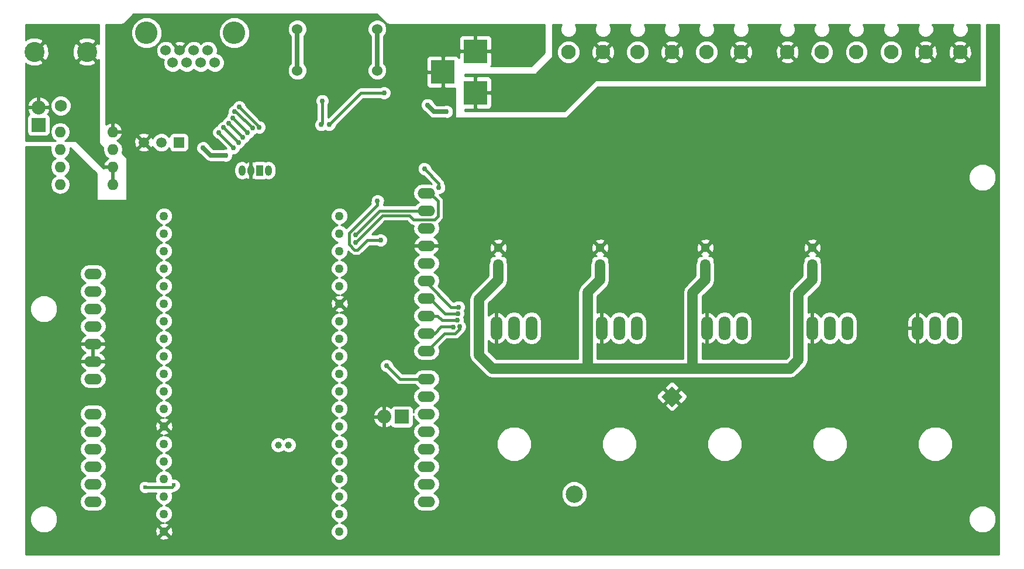
<source format=gbr>
G04 #@! TF.FileFunction,Copper,L2,Bot,Signal*
%FSLAX46Y46*%
G04 Gerber Fmt 4.6, Leading zero omitted, Abs format (unit mm)*
G04 Created by KiCad (PCBNEW 4.0.2+dfsg1-stable) date Mon 20 Aug 2018 04:08:08 PM EDT*
%MOMM*%
G01*
G04 APERTURE LIST*
%ADD10C,0.100000*%
%ADD11O,2.540000X1.524000*%
%ADD12C,3.251200*%
%ADD13C,1.524000*%
%ADD14C,1.750000*%
%ADD15C,2.900000*%
%ADD16C,1.520000*%
%ADD17R,1.520000X1.520000*%
%ADD18O,1.600000X1.600000*%
%ADD19R,3.500120X3.500120*%
%ADD20C,2.100000*%
%ADD21C,1.300000*%
%ADD22R,1.300000X1.300000*%
%ADD23O,1.699260X3.500120*%
%ADD24C,1.000760*%
%ADD25O,1.000000X1.500000*%
%ADD26R,1.000000X1.500000*%
%ADD27R,2.032000X2.032000*%
%ADD28O,2.032000X2.032000*%
%ADD29C,2.500000*%
%ADD30C,1.270000*%
%ADD31C,0.762000*%
%ADD32C,0.609600*%
%ADD33C,0.635000*%
%ADD34C,0.381000*%
%ADD35C,1.524000*%
%ADD36C,0.254000*%
G04 APERTURE END LIST*
D10*
D11*
X31496000Y-119888000D03*
X31496000Y-117348000D03*
X31496000Y-114808000D03*
X31496000Y-107188000D03*
X31496000Y-109728000D03*
X31496000Y-112268000D03*
X31496000Y-102108000D03*
X31496000Y-99568000D03*
X31496000Y-97028000D03*
X31496000Y-91948000D03*
X31496000Y-89408000D03*
X79756000Y-119888000D03*
X79756000Y-117348000D03*
X79756000Y-114808000D03*
X79756000Y-112268000D03*
X79756000Y-109728000D03*
X79756000Y-107188000D03*
X79756000Y-104648000D03*
X79756000Y-102108000D03*
X79756000Y-98044000D03*
X79756000Y-95504000D03*
X79756000Y-92964000D03*
X79756000Y-90424000D03*
X79756000Y-87884000D03*
X79756000Y-85344000D03*
X79756000Y-82804000D03*
X79756000Y-80264000D03*
X31496000Y-94488000D03*
X79756000Y-77724000D03*
X79756000Y-75184000D03*
X31496000Y-86868000D03*
D12*
X51943000Y-51943000D03*
X39243000Y-51943000D03*
D13*
X48133000Y-54483000D03*
X46101000Y-54483000D03*
X44069000Y-54483000D03*
X42037000Y-54483000D03*
X49149000Y-56261000D03*
X47117000Y-56261000D03*
X45085000Y-56261000D03*
X43053000Y-56261000D03*
D14*
X26822400Y-62486200D03*
D15*
X30622400Y-54686200D03*
X23022400Y-54686200D03*
D16*
X41402000Y-67818000D03*
X38862000Y-67818000D03*
D17*
X43942000Y-67818000D03*
D18*
X34366200Y-73914000D03*
X34366200Y-71374000D03*
X34366200Y-68834000D03*
X34366200Y-66294000D03*
X26746200Y-66294000D03*
X26746200Y-68834000D03*
X26746200Y-71374000D03*
X26746200Y-73914000D03*
D19*
X86868000Y-60609480D03*
X86868000Y-54610000D03*
X82169000Y-57609740D03*
D20*
X157033000Y-54737000D03*
X152033000Y-54737000D03*
X147033000Y-54737000D03*
X142033000Y-54737000D03*
X137033000Y-54737000D03*
X132033000Y-54737000D03*
X125330000Y-54735000D03*
X120330000Y-54735000D03*
X115330000Y-54735000D03*
X110330000Y-54735000D03*
X105330000Y-54735000D03*
X100330000Y-54735000D03*
D21*
X120142000Y-83058000D03*
D22*
X120142000Y-85558000D03*
D21*
X104902000Y-83058000D03*
D22*
X104902000Y-85558000D03*
D21*
X90170000Y-83058000D03*
D22*
X90170000Y-85558000D03*
D23*
X153416000Y-94742000D03*
X155956000Y-94742000D03*
X150876000Y-94742000D03*
X122936000Y-94742000D03*
X125476000Y-94742000D03*
X120396000Y-94742000D03*
X107696000Y-94742000D03*
X110236000Y-94742000D03*
X105156000Y-94742000D03*
X92456000Y-94742000D03*
X94996000Y-94742000D03*
X89916000Y-94742000D03*
D21*
X135636000Y-83058000D03*
D22*
X135636000Y-85558000D03*
D23*
X138176000Y-94742000D03*
X140716000Y-94742000D03*
X135636000Y-94742000D03*
D24*
X58318400Y-111683800D03*
X59817000Y-111683800D03*
D25*
X56896000Y-71882000D03*
D26*
X55626000Y-71882000D03*
D25*
X54356000Y-71882000D03*
X53086000Y-71882000D03*
D27*
X23622000Y-65278000D03*
D28*
X23622000Y-62738000D03*
D10*
G36*
X115316000Y-103113578D02*
X116850422Y-104648000D01*
X115316000Y-106182422D01*
X113781578Y-104648000D01*
X115316000Y-103113578D01*
X115316000Y-103113578D01*
G37*
D29*
X101173864Y-118790136D03*
D13*
X72644000Y-51404000D03*
X72644000Y-57404000D03*
X61087000Y-51404000D03*
X61087000Y-57404000D03*
D30*
X67183000Y-124206000D03*
X67183000Y-121666000D03*
X67183000Y-119126000D03*
X67183000Y-116586000D03*
X67183000Y-114046000D03*
X67183000Y-111506000D03*
X67183000Y-108966000D03*
X67183000Y-106426000D03*
X67183000Y-103886000D03*
X67183000Y-101346000D03*
X67183000Y-98806000D03*
X67183000Y-96266000D03*
X67183000Y-93726000D03*
X67183000Y-91186000D03*
X67183000Y-88646000D03*
X67183000Y-86106000D03*
X67183000Y-81026000D03*
X67183000Y-83566000D03*
X67183000Y-78486000D03*
X41783000Y-103886000D03*
X41783000Y-98806000D03*
X41783000Y-106426000D03*
X41783000Y-93726000D03*
X41783000Y-101346000D03*
X41783000Y-96266000D03*
X41783000Y-88646000D03*
X41783000Y-81026000D03*
X41783000Y-91186000D03*
X41783000Y-86106000D03*
X41783000Y-78486000D03*
X41783000Y-83566000D03*
X41783000Y-116586000D03*
X41783000Y-114046000D03*
X41783000Y-119126000D03*
X41783000Y-121666000D03*
X41783000Y-124206000D03*
X41783000Y-108966000D03*
X41783000Y-111506000D03*
D27*
X76200000Y-107569000D03*
D28*
X73660000Y-107569000D03*
D31*
X82423000Y-64516000D03*
X78994000Y-65405000D03*
X74168000Y-86106000D03*
X35052000Y-96012000D03*
X68554600Y-68275200D03*
X88149400Y-70880000D03*
X86416200Y-71633400D03*
X39370000Y-106553000D03*
X39990450Y-72322657D03*
X54127400Y-112344200D03*
X57759600Y-108000800D03*
X47447200Y-68630800D03*
X50723800Y-69697600D03*
X79923276Y-62397276D03*
X82677000Y-63373000D03*
X81581773Y-74342542D03*
X79476600Y-71628000D03*
X73126600Y-81965800D03*
X72694800Y-76327000D03*
X65684400Y-65252600D03*
X73634600Y-60629800D03*
X74015600Y-100177600D03*
X64516000Y-65252600D03*
X64687000Y-61805000D03*
D32*
X43230800Y-117500400D03*
X39014400Y-117779800D03*
D31*
X83617729Y-94567277D03*
X84289340Y-93603342D03*
X84308330Y-92641517D03*
X84407218Y-91684601D03*
X84578743Y-94523471D03*
X69488666Y-82335840D03*
X55575200Y-65608200D03*
X52677165Y-62678698D03*
X53211540Y-67108262D03*
X51128059Y-65033576D03*
X49740254Y-66364796D03*
X51866800Y-68580000D03*
X52552258Y-67808844D03*
X50413048Y-65677180D03*
X69529795Y-81203617D03*
X54584600Y-65760600D03*
X51971460Y-63361078D03*
X53891266Y-66427499D03*
X51765200Y-64312800D03*
D33*
X50723800Y-69697600D02*
X48514000Y-69697600D01*
X48514000Y-69697600D02*
X47447200Y-68630800D01*
X82677000Y-63373000D02*
X80899000Y-63373000D01*
X80899000Y-63373000D02*
X79923276Y-62397276D01*
D34*
X81581773Y-73803727D02*
X81581773Y-74342542D01*
X81581773Y-73733173D02*
X81581773Y-73803727D01*
X79476600Y-71628000D02*
X81581773Y-73733173D01*
D35*
X90170000Y-85558000D02*
X90170000Y-87732000D01*
X90170000Y-87732000D02*
X87376000Y-90526000D01*
X87376000Y-90526000D02*
X87376000Y-98628793D01*
X87376000Y-98628793D02*
X89331207Y-100584000D01*
X89331207Y-100584000D02*
X103124000Y-100584000D01*
X120142000Y-85558000D02*
X120142000Y-87732000D01*
X120142000Y-87732000D02*
X118304945Y-89569055D01*
X118304945Y-89569055D02*
X118304945Y-100270945D01*
X118304945Y-100270945D02*
X118618000Y-100584000D01*
X103124000Y-100584000D02*
X118618000Y-100584000D01*
X104902000Y-85558000D02*
X104902000Y-87732000D01*
X104902000Y-87732000D02*
X103124000Y-89510000D01*
X103124000Y-89510000D02*
X103124000Y-100584000D01*
X118618000Y-100584000D02*
X132398856Y-100584000D01*
X132398856Y-100584000D02*
X133632855Y-99350001D01*
X133632855Y-99350001D02*
X133632855Y-89735145D01*
X133632855Y-89735145D02*
X135636000Y-87732000D01*
X135636000Y-87732000D02*
X135636000Y-85558000D01*
D34*
X72694800Y-76327000D02*
X72694800Y-76865815D01*
X72694800Y-76865815D02*
X68580000Y-80980615D01*
X68580000Y-80980615D02*
X68580000Y-82575400D01*
X68580000Y-82575400D02*
X69392800Y-83388200D01*
X69392800Y-83388200D02*
X69767722Y-83388200D01*
X69767722Y-83388200D02*
X71190122Y-81965800D01*
X71190122Y-81965800D02*
X73126600Y-81965800D01*
X73634600Y-60629800D02*
X70307200Y-60629800D01*
X70307200Y-60629800D02*
X65684400Y-65252600D01*
X79756000Y-102108000D02*
X75946000Y-102108000D01*
X75946000Y-102108000D02*
X74015600Y-100177600D01*
X64687000Y-61805000D02*
X64687000Y-65081600D01*
X64687000Y-65081600D02*
X64516000Y-65252600D01*
X39014400Y-117779800D02*
X42951400Y-117779800D01*
X42951400Y-117779800D02*
X43230800Y-117500400D01*
X79756000Y-95504000D02*
X80944106Y-95504000D01*
X80944106Y-95504000D02*
X81922382Y-94525724D01*
X81922382Y-94525724D02*
X83576176Y-94525724D01*
X83576176Y-94525724D02*
X83617729Y-94567277D01*
X81407000Y-92964000D02*
X82046342Y-93603342D01*
X82046342Y-93603342D02*
X83750525Y-93603342D01*
X83750525Y-93603342D02*
X84289340Y-93603342D01*
X79756000Y-92964000D02*
X81407000Y-92964000D01*
X82481517Y-92641517D02*
X83769515Y-92641517D01*
X80264000Y-90424000D02*
X82481517Y-92641517D01*
X79756000Y-90424000D02*
X80264000Y-90424000D01*
X83769515Y-92641517D02*
X84308330Y-92641517D01*
X79756000Y-87884000D02*
X79756000Y-88088536D01*
X79756000Y-88088536D02*
X83352065Y-91684601D01*
X83352065Y-91684601D02*
X84407218Y-91684601D01*
X79756000Y-98044000D02*
X79838839Y-98044000D01*
X79838839Y-98044000D02*
X82382074Y-95500765D01*
X82382074Y-95500765D02*
X83950235Y-95500765D01*
X83950235Y-95500765D02*
X84578743Y-94872257D01*
X84578743Y-94872257D02*
X84578743Y-94523471D01*
X32004000Y-112268000D02*
X31496000Y-112268000D01*
X80924400Y-79019400D02*
X81416510Y-78527290D01*
X81416510Y-76336510D02*
X80264000Y-75184000D01*
X77901800Y-79019400D02*
X80924400Y-79019400D01*
X69488666Y-82335840D02*
X73428713Y-78395793D01*
X73428713Y-78395793D02*
X77278193Y-78395793D01*
X77278193Y-78395793D02*
X77901800Y-79019400D01*
X81416510Y-78527290D02*
X81416510Y-76336510D01*
X80264000Y-75184000D02*
X79756000Y-75184000D01*
X52677165Y-62678698D02*
X55575200Y-65576733D01*
X55575200Y-65576733D02*
X55575200Y-65608200D01*
X53202745Y-67108262D02*
X53211540Y-67108262D01*
X51128059Y-65033576D02*
X53202745Y-67108262D01*
X49740254Y-66453454D02*
X49740254Y-66364796D01*
X51866800Y-68580000D02*
X49740254Y-66453454D01*
X52544712Y-67808844D02*
X52552258Y-67808844D01*
X50413048Y-65677180D02*
X52544712Y-67808844D01*
X69910794Y-80822618D02*
X69529795Y-81203617D01*
X73009412Y-77724000D02*
X69910794Y-80822618D01*
X79756000Y-77724000D02*
X73009412Y-77724000D01*
X79756000Y-77724000D02*
X78280353Y-77724000D01*
X51971460Y-63361078D02*
X52185078Y-63361078D01*
X52185078Y-63361078D02*
X54584600Y-65760600D01*
X53879899Y-66427499D02*
X53891266Y-66427499D01*
X51765200Y-64312800D02*
X53879899Y-66427499D01*
D33*
X72644000Y-51404000D02*
X72644000Y-57404000D01*
X61087000Y-51404000D02*
X61087000Y-57404000D01*
D36*
G36*
X32385000Y-53527509D02*
X32100249Y-53387956D01*
X30802005Y-54686200D01*
X32100249Y-55984444D01*
X32385000Y-55844891D01*
X32385000Y-67945000D01*
X32395006Y-67994410D01*
X32422197Y-68034803D01*
X32955898Y-68568504D01*
X32903087Y-68834000D01*
X33012320Y-69383151D01*
X33323389Y-69848698D01*
X33727903Y-70118986D01*
X33511066Y-70221611D01*
X33135159Y-70636577D01*
X32974296Y-71024961D01*
X33096285Y-71247000D01*
X34239200Y-71247000D01*
X34239200Y-71227000D01*
X34493200Y-71227000D01*
X34493200Y-71247000D01*
X34513200Y-71247000D01*
X34513200Y-71501000D01*
X34493200Y-71501000D01*
X34493200Y-73787000D01*
X34513200Y-73787000D01*
X34513200Y-74041000D01*
X34493200Y-74041000D01*
X34493200Y-74061000D01*
X34239200Y-74061000D01*
X34239200Y-74041000D01*
X34219200Y-74041000D01*
X34219200Y-73787000D01*
X34239200Y-73787000D01*
X34239200Y-71501000D01*
X33096285Y-71501000D01*
X33042856Y-71598250D01*
X29045803Y-67601197D01*
X29003789Y-67573334D01*
X28956000Y-67564000D01*
X27406925Y-67564000D01*
X27789011Y-67308698D01*
X28100080Y-66843151D01*
X28209313Y-66294000D01*
X28100080Y-65744849D01*
X27789011Y-65279302D01*
X27323464Y-64968233D01*
X26774313Y-64859000D01*
X26718087Y-64859000D01*
X26168936Y-64968233D01*
X25703389Y-65279302D01*
X25392320Y-65744849D01*
X25285440Y-66282171D01*
X25285440Y-64262000D01*
X25241162Y-64026683D01*
X25102090Y-63810559D01*
X24939052Y-63699160D01*
X25028385Y-63602818D01*
X25227975Y-63120944D01*
X25108836Y-62865000D01*
X23749000Y-62865000D01*
X23749000Y-62885000D01*
X23495000Y-62885000D01*
X23495000Y-62865000D01*
X22135164Y-62865000D01*
X22016025Y-63120944D01*
X22215615Y-63602818D01*
X22306097Y-63700398D01*
X22154559Y-63797910D01*
X22009569Y-64010110D01*
X21958560Y-64262000D01*
X21958560Y-66294000D01*
X22002838Y-66529317D01*
X22141910Y-66745441D01*
X22354110Y-66890431D01*
X22606000Y-66941440D01*
X24638000Y-66941440D01*
X24873317Y-66897162D01*
X25089441Y-66758090D01*
X25234431Y-66545890D01*
X25284253Y-66299862D01*
X25392320Y-66843151D01*
X25703389Y-67308698D01*
X26085475Y-67564000D01*
X21792000Y-67564000D01*
X21792000Y-62785240D01*
X25312138Y-62785240D01*
X25541538Y-63340429D01*
X25965937Y-63765570D01*
X26520725Y-63995938D01*
X27121440Y-63996462D01*
X27676629Y-63767062D01*
X28101770Y-63342663D01*
X28332138Y-62787875D01*
X28332662Y-62187160D01*
X28103262Y-61631971D01*
X27678863Y-61206830D01*
X27124075Y-60976462D01*
X26523360Y-60975938D01*
X25968171Y-61205338D01*
X25543030Y-61629737D01*
X25312662Y-62184525D01*
X25312138Y-62785240D01*
X21792000Y-62785240D01*
X21792000Y-62355056D01*
X22016025Y-62355056D01*
X22135164Y-62611000D01*
X23495000Y-62611000D01*
X23495000Y-61250633D01*
X23749000Y-61250633D01*
X23749000Y-62611000D01*
X25108836Y-62611000D01*
X25227975Y-62355056D01*
X25028385Y-61873182D01*
X24590379Y-61400812D01*
X24004946Y-61132017D01*
X23749000Y-61250633D01*
X23495000Y-61250633D01*
X23239054Y-61132017D01*
X22653621Y-61400812D01*
X22215615Y-61873182D01*
X22016025Y-62355056D01*
X21792000Y-62355056D01*
X21792000Y-56302482D01*
X21877835Y-56477624D01*
X22650508Y-56779266D01*
X23479798Y-56762258D01*
X24166965Y-56477624D01*
X24320644Y-56164049D01*
X29324156Y-56164049D01*
X29477835Y-56477624D01*
X30250508Y-56779266D01*
X31079798Y-56762258D01*
X31766965Y-56477624D01*
X31920644Y-56164049D01*
X30622400Y-54865805D01*
X29324156Y-56164049D01*
X24320644Y-56164049D01*
X23022400Y-54865805D01*
X23008258Y-54879948D01*
X22828653Y-54700343D01*
X22842795Y-54686200D01*
X23202005Y-54686200D01*
X24500249Y-55984444D01*
X24813824Y-55830765D01*
X25115466Y-55058092D01*
X25100212Y-54314308D01*
X28529334Y-54314308D01*
X28546342Y-55143598D01*
X28830976Y-55830765D01*
X29144551Y-55984444D01*
X30442795Y-54686200D01*
X29144551Y-53387956D01*
X28830976Y-53541635D01*
X28529334Y-54314308D01*
X25100212Y-54314308D01*
X25098458Y-54228802D01*
X24813824Y-53541635D01*
X24500249Y-53387956D01*
X23202005Y-54686200D01*
X22842795Y-54686200D01*
X22828653Y-54672058D01*
X23008258Y-54492453D01*
X23022400Y-54506595D01*
X24320644Y-53208351D01*
X29324156Y-53208351D01*
X30622400Y-54506595D01*
X31920644Y-53208351D01*
X31766965Y-52894776D01*
X30994292Y-52593134D01*
X30165002Y-52610142D01*
X29477835Y-52894776D01*
X29324156Y-53208351D01*
X24320644Y-53208351D01*
X24166965Y-52894776D01*
X23394292Y-52593134D01*
X22565002Y-52610142D01*
X21877835Y-52894776D01*
X21792000Y-53069918D01*
X21792000Y-50748000D01*
X32385000Y-50748000D01*
X32385000Y-53527509D01*
X32385000Y-53527509D01*
G37*
X32385000Y-53527509D02*
X32100249Y-53387956D01*
X30802005Y-54686200D01*
X32100249Y-55984444D01*
X32385000Y-55844891D01*
X32385000Y-67945000D01*
X32395006Y-67994410D01*
X32422197Y-68034803D01*
X32955898Y-68568504D01*
X32903087Y-68834000D01*
X33012320Y-69383151D01*
X33323389Y-69848698D01*
X33727903Y-70118986D01*
X33511066Y-70221611D01*
X33135159Y-70636577D01*
X32974296Y-71024961D01*
X33096285Y-71247000D01*
X34239200Y-71247000D01*
X34239200Y-71227000D01*
X34493200Y-71227000D01*
X34493200Y-71247000D01*
X34513200Y-71247000D01*
X34513200Y-71501000D01*
X34493200Y-71501000D01*
X34493200Y-73787000D01*
X34513200Y-73787000D01*
X34513200Y-74041000D01*
X34493200Y-74041000D01*
X34493200Y-74061000D01*
X34239200Y-74061000D01*
X34239200Y-74041000D01*
X34219200Y-74041000D01*
X34219200Y-73787000D01*
X34239200Y-73787000D01*
X34239200Y-71501000D01*
X33096285Y-71501000D01*
X33042856Y-71598250D01*
X29045803Y-67601197D01*
X29003789Y-67573334D01*
X28956000Y-67564000D01*
X27406925Y-67564000D01*
X27789011Y-67308698D01*
X28100080Y-66843151D01*
X28209313Y-66294000D01*
X28100080Y-65744849D01*
X27789011Y-65279302D01*
X27323464Y-64968233D01*
X26774313Y-64859000D01*
X26718087Y-64859000D01*
X26168936Y-64968233D01*
X25703389Y-65279302D01*
X25392320Y-65744849D01*
X25285440Y-66282171D01*
X25285440Y-64262000D01*
X25241162Y-64026683D01*
X25102090Y-63810559D01*
X24939052Y-63699160D01*
X25028385Y-63602818D01*
X25227975Y-63120944D01*
X25108836Y-62865000D01*
X23749000Y-62865000D01*
X23749000Y-62885000D01*
X23495000Y-62885000D01*
X23495000Y-62865000D01*
X22135164Y-62865000D01*
X22016025Y-63120944D01*
X22215615Y-63602818D01*
X22306097Y-63700398D01*
X22154559Y-63797910D01*
X22009569Y-64010110D01*
X21958560Y-64262000D01*
X21958560Y-66294000D01*
X22002838Y-66529317D01*
X22141910Y-66745441D01*
X22354110Y-66890431D01*
X22606000Y-66941440D01*
X24638000Y-66941440D01*
X24873317Y-66897162D01*
X25089441Y-66758090D01*
X25234431Y-66545890D01*
X25284253Y-66299862D01*
X25392320Y-66843151D01*
X25703389Y-67308698D01*
X26085475Y-67564000D01*
X21792000Y-67564000D01*
X21792000Y-62785240D01*
X25312138Y-62785240D01*
X25541538Y-63340429D01*
X25965937Y-63765570D01*
X26520725Y-63995938D01*
X27121440Y-63996462D01*
X27676629Y-63767062D01*
X28101770Y-63342663D01*
X28332138Y-62787875D01*
X28332662Y-62187160D01*
X28103262Y-61631971D01*
X27678863Y-61206830D01*
X27124075Y-60976462D01*
X26523360Y-60975938D01*
X25968171Y-61205338D01*
X25543030Y-61629737D01*
X25312662Y-62184525D01*
X25312138Y-62785240D01*
X21792000Y-62785240D01*
X21792000Y-62355056D01*
X22016025Y-62355056D01*
X22135164Y-62611000D01*
X23495000Y-62611000D01*
X23495000Y-61250633D01*
X23749000Y-61250633D01*
X23749000Y-62611000D01*
X25108836Y-62611000D01*
X25227975Y-62355056D01*
X25028385Y-61873182D01*
X24590379Y-61400812D01*
X24004946Y-61132017D01*
X23749000Y-61250633D01*
X23495000Y-61250633D01*
X23239054Y-61132017D01*
X22653621Y-61400812D01*
X22215615Y-61873182D01*
X22016025Y-62355056D01*
X21792000Y-62355056D01*
X21792000Y-56302482D01*
X21877835Y-56477624D01*
X22650508Y-56779266D01*
X23479798Y-56762258D01*
X24166965Y-56477624D01*
X24320644Y-56164049D01*
X29324156Y-56164049D01*
X29477835Y-56477624D01*
X30250508Y-56779266D01*
X31079798Y-56762258D01*
X31766965Y-56477624D01*
X31920644Y-56164049D01*
X30622400Y-54865805D01*
X29324156Y-56164049D01*
X24320644Y-56164049D01*
X23022400Y-54865805D01*
X23008258Y-54879948D01*
X22828653Y-54700343D01*
X22842795Y-54686200D01*
X23202005Y-54686200D01*
X24500249Y-55984444D01*
X24813824Y-55830765D01*
X25115466Y-55058092D01*
X25100212Y-54314308D01*
X28529334Y-54314308D01*
X28546342Y-55143598D01*
X28830976Y-55830765D01*
X29144551Y-55984444D01*
X30442795Y-54686200D01*
X29144551Y-53387956D01*
X28830976Y-53541635D01*
X28529334Y-54314308D01*
X25100212Y-54314308D01*
X25098458Y-54228802D01*
X24813824Y-53541635D01*
X24500249Y-53387956D01*
X23202005Y-54686200D01*
X22842795Y-54686200D01*
X22828653Y-54672058D01*
X23008258Y-54492453D01*
X23022400Y-54506595D01*
X24320644Y-53208351D01*
X29324156Y-53208351D01*
X30622400Y-54506595D01*
X31920644Y-53208351D01*
X31766965Y-52894776D01*
X30994292Y-52593134D01*
X30165002Y-52610142D01*
X29477835Y-52894776D01*
X29324156Y-53208351D01*
X24320644Y-53208351D01*
X24166965Y-52894776D01*
X23394292Y-52593134D01*
X22565002Y-52610142D01*
X21877835Y-52894776D01*
X21792000Y-53069918D01*
X21792000Y-50748000D01*
X32385000Y-50748000D01*
X32385000Y-53527509D01*
G36*
X99325991Y-50762875D02*
X99145206Y-51198255D01*
X99144794Y-51669677D01*
X99324820Y-52105372D01*
X99657875Y-52439009D01*
X100093255Y-52619794D01*
X100564677Y-52620206D01*
X101000372Y-52440180D01*
X101334009Y-52107125D01*
X101514794Y-51671745D01*
X101515206Y-51200323D01*
X101335180Y-50764628D01*
X101318581Y-50748000D01*
X104340892Y-50748000D01*
X104325991Y-50762875D01*
X104145206Y-51198255D01*
X104144794Y-51669677D01*
X104324820Y-52105372D01*
X104657875Y-52439009D01*
X105093255Y-52619794D01*
X105564677Y-52620206D01*
X106000372Y-52440180D01*
X106334009Y-52107125D01*
X106514794Y-51671745D01*
X106515206Y-51200323D01*
X106335180Y-50764628D01*
X106318581Y-50748000D01*
X109340892Y-50748000D01*
X109325991Y-50762875D01*
X109145206Y-51198255D01*
X109144794Y-51669677D01*
X109324820Y-52105372D01*
X109657875Y-52439009D01*
X110093255Y-52619794D01*
X110564677Y-52620206D01*
X111000372Y-52440180D01*
X111334009Y-52107125D01*
X111514794Y-51671745D01*
X111515206Y-51200323D01*
X111335180Y-50764628D01*
X111318581Y-50748000D01*
X114340892Y-50748000D01*
X114325991Y-50762875D01*
X114145206Y-51198255D01*
X114144794Y-51669677D01*
X114324820Y-52105372D01*
X114657875Y-52439009D01*
X115093255Y-52619794D01*
X115564677Y-52620206D01*
X116000372Y-52440180D01*
X116334009Y-52107125D01*
X116514794Y-51671745D01*
X116515206Y-51200323D01*
X116335180Y-50764628D01*
X116318581Y-50748000D01*
X119340892Y-50748000D01*
X119325991Y-50762875D01*
X119145206Y-51198255D01*
X119144794Y-51669677D01*
X119324820Y-52105372D01*
X119657875Y-52439009D01*
X120093255Y-52619794D01*
X120564677Y-52620206D01*
X121000372Y-52440180D01*
X121334009Y-52107125D01*
X121514794Y-51671745D01*
X121515206Y-51200323D01*
X121335180Y-50764628D01*
X121318581Y-50748000D01*
X124340892Y-50748000D01*
X124325991Y-50762875D01*
X124145206Y-51198255D01*
X124144794Y-51669677D01*
X124324820Y-52105372D01*
X124657875Y-52439009D01*
X125093255Y-52619794D01*
X125564677Y-52620206D01*
X126000372Y-52440180D01*
X126334009Y-52107125D01*
X126514794Y-51671745D01*
X126515206Y-51200323D01*
X126335180Y-50764628D01*
X126318581Y-50748000D01*
X131045895Y-50748000D01*
X131028991Y-50764875D01*
X130848206Y-51200255D01*
X130847794Y-51671677D01*
X131027820Y-52107372D01*
X131360875Y-52441009D01*
X131796255Y-52621794D01*
X132267677Y-52622206D01*
X132703372Y-52442180D01*
X133037009Y-52109125D01*
X133217794Y-51673745D01*
X133218206Y-51202323D01*
X133038180Y-50766628D01*
X133019584Y-50748000D01*
X136045895Y-50748000D01*
X136028991Y-50764875D01*
X135848206Y-51200255D01*
X135847794Y-51671677D01*
X136027820Y-52107372D01*
X136360875Y-52441009D01*
X136796255Y-52621794D01*
X137267677Y-52622206D01*
X137703372Y-52442180D01*
X138037009Y-52109125D01*
X138217794Y-51673745D01*
X138218206Y-51202323D01*
X138038180Y-50766628D01*
X138019584Y-50748000D01*
X141045895Y-50748000D01*
X141028991Y-50764875D01*
X140848206Y-51200255D01*
X140847794Y-51671677D01*
X141027820Y-52107372D01*
X141360875Y-52441009D01*
X141796255Y-52621794D01*
X142267677Y-52622206D01*
X142703372Y-52442180D01*
X143037009Y-52109125D01*
X143217794Y-51673745D01*
X143218206Y-51202323D01*
X143038180Y-50766628D01*
X143019584Y-50748000D01*
X146045895Y-50748000D01*
X146028991Y-50764875D01*
X145848206Y-51200255D01*
X145847794Y-51671677D01*
X146027820Y-52107372D01*
X146360875Y-52441009D01*
X146796255Y-52621794D01*
X147267677Y-52622206D01*
X147703372Y-52442180D01*
X148037009Y-52109125D01*
X148217794Y-51673745D01*
X148218206Y-51202323D01*
X148038180Y-50766628D01*
X148019584Y-50748000D01*
X151045895Y-50748000D01*
X151028991Y-50764875D01*
X150848206Y-51200255D01*
X150847794Y-51671677D01*
X151027820Y-52107372D01*
X151360875Y-52441009D01*
X151796255Y-52621794D01*
X152267677Y-52622206D01*
X152703372Y-52442180D01*
X153037009Y-52109125D01*
X153217794Y-51673745D01*
X153218206Y-51202323D01*
X153038180Y-50766628D01*
X153019584Y-50748000D01*
X156045895Y-50748000D01*
X156028991Y-50764875D01*
X155848206Y-51200255D01*
X155847794Y-51671677D01*
X156027820Y-52107372D01*
X156360875Y-52441009D01*
X156796255Y-52621794D01*
X157267677Y-52622206D01*
X157703372Y-52442180D01*
X158037009Y-52109125D01*
X158217794Y-51673745D01*
X158218206Y-51202323D01*
X158038180Y-50766628D01*
X158019584Y-50748000D01*
X159893000Y-50748000D01*
X159893000Y-58801000D01*
X104267000Y-58801000D01*
X104217590Y-58811006D01*
X104177197Y-58838197D01*
X99769394Y-63246000D01*
X85344000Y-63246000D01*
X85344000Y-62994540D01*
X86582250Y-62994540D01*
X86741000Y-62835790D01*
X86741000Y-60736480D01*
X86995000Y-60736480D01*
X86995000Y-62835790D01*
X87153750Y-62994540D01*
X88744370Y-62994540D01*
X88977759Y-62897867D01*
X89156387Y-62719238D01*
X89253060Y-62485849D01*
X89253060Y-60895230D01*
X89094310Y-60736480D01*
X86995000Y-60736480D01*
X86741000Y-60736480D01*
X86721000Y-60736480D01*
X86721000Y-60482480D01*
X86741000Y-60482480D01*
X86741000Y-58383170D01*
X86995000Y-58383170D01*
X86995000Y-60482480D01*
X89094310Y-60482480D01*
X89253060Y-60323730D01*
X89253060Y-58733111D01*
X89156387Y-58499722D01*
X88977759Y-58321093D01*
X88744370Y-58224420D01*
X87153750Y-58224420D01*
X86995000Y-58383170D01*
X86741000Y-58383170D01*
X86582250Y-58224420D01*
X85344000Y-58224420D01*
X85344000Y-57912000D01*
X95631000Y-57912000D01*
X95680410Y-57901994D01*
X95720803Y-57874803D01*
X98006803Y-55588803D01*
X98034666Y-55546789D01*
X98044000Y-55499000D01*
X98044000Y-55068697D01*
X98644708Y-55068697D01*
X98900694Y-55688229D01*
X99374278Y-56162640D01*
X99993362Y-56419707D01*
X100663697Y-56420292D01*
X101283229Y-56164306D01*
X101524252Y-55923703D01*
X104320902Y-55923703D01*
X104425687Y-56195745D01*
X105053526Y-56430619D01*
X105723456Y-56407349D01*
X106234313Y-56195745D01*
X106339098Y-55923703D01*
X105330000Y-54914605D01*
X104320902Y-55923703D01*
X101524252Y-55923703D01*
X101757640Y-55690722D01*
X102014707Y-55071638D01*
X102015242Y-54458526D01*
X103634381Y-54458526D01*
X103657651Y-55128456D01*
X103869255Y-55639313D01*
X104141297Y-55744098D01*
X105150395Y-54735000D01*
X105509605Y-54735000D01*
X106518703Y-55744098D01*
X106790745Y-55639313D01*
X107004211Y-55068697D01*
X108644708Y-55068697D01*
X108900694Y-55688229D01*
X109374278Y-56162640D01*
X109993362Y-56419707D01*
X110663697Y-56420292D01*
X111283229Y-56164306D01*
X111524252Y-55923703D01*
X114320902Y-55923703D01*
X114425687Y-56195745D01*
X115053526Y-56430619D01*
X115723456Y-56407349D01*
X116234313Y-56195745D01*
X116339098Y-55923703D01*
X115330000Y-54914605D01*
X114320902Y-55923703D01*
X111524252Y-55923703D01*
X111757640Y-55690722D01*
X112014707Y-55071638D01*
X112015242Y-54458526D01*
X113634381Y-54458526D01*
X113657651Y-55128456D01*
X113869255Y-55639313D01*
X114141297Y-55744098D01*
X115150395Y-54735000D01*
X115509605Y-54735000D01*
X116518703Y-55744098D01*
X116790745Y-55639313D01*
X117004211Y-55068697D01*
X118644708Y-55068697D01*
X118900694Y-55688229D01*
X119374278Y-56162640D01*
X119993362Y-56419707D01*
X120663697Y-56420292D01*
X121283229Y-56164306D01*
X121524252Y-55923703D01*
X124320902Y-55923703D01*
X124425687Y-56195745D01*
X125053526Y-56430619D01*
X125723456Y-56407349D01*
X126234313Y-56195745D01*
X126338327Y-55925703D01*
X131023902Y-55925703D01*
X131128687Y-56197745D01*
X131756526Y-56432619D01*
X132426456Y-56409349D01*
X132937313Y-56197745D01*
X133042098Y-55925703D01*
X132033000Y-54916605D01*
X131023902Y-55925703D01*
X126338327Y-55925703D01*
X126339098Y-55923703D01*
X125330000Y-54914605D01*
X124320902Y-55923703D01*
X121524252Y-55923703D01*
X121757640Y-55690722D01*
X122014707Y-55071638D01*
X122015242Y-54458526D01*
X123634381Y-54458526D01*
X123657651Y-55128456D01*
X123869255Y-55639313D01*
X124141297Y-55744098D01*
X125150395Y-54735000D01*
X125509605Y-54735000D01*
X126518703Y-55744098D01*
X126790745Y-55639313D01*
X127025619Y-55011474D01*
X127006482Y-54460526D01*
X130337381Y-54460526D01*
X130360651Y-55130456D01*
X130572255Y-55641313D01*
X130844297Y-55746098D01*
X131853395Y-54737000D01*
X132212605Y-54737000D01*
X133221703Y-55746098D01*
X133493745Y-55641313D01*
X133707211Y-55070697D01*
X135347708Y-55070697D01*
X135603694Y-55690229D01*
X136077278Y-56164640D01*
X136696362Y-56421707D01*
X137366697Y-56422292D01*
X137986229Y-56166306D01*
X138460640Y-55692722D01*
X138717707Y-55073638D01*
X138717709Y-55070697D01*
X140347708Y-55070697D01*
X140603694Y-55690229D01*
X141077278Y-56164640D01*
X141696362Y-56421707D01*
X142366697Y-56422292D01*
X142986229Y-56166306D01*
X143460640Y-55692722D01*
X143717707Y-55073638D01*
X143717709Y-55070697D01*
X145347708Y-55070697D01*
X145603694Y-55690229D01*
X146077278Y-56164640D01*
X146696362Y-56421707D01*
X147366697Y-56422292D01*
X147986229Y-56166306D01*
X148227252Y-55925703D01*
X151023902Y-55925703D01*
X151128687Y-56197745D01*
X151756526Y-56432619D01*
X152426456Y-56409349D01*
X152937313Y-56197745D01*
X153042098Y-55925703D01*
X156023902Y-55925703D01*
X156128687Y-56197745D01*
X156756526Y-56432619D01*
X157426456Y-56409349D01*
X157937313Y-56197745D01*
X158042098Y-55925703D01*
X157033000Y-54916605D01*
X156023902Y-55925703D01*
X153042098Y-55925703D01*
X152033000Y-54916605D01*
X151023902Y-55925703D01*
X148227252Y-55925703D01*
X148460640Y-55692722D01*
X148717707Y-55073638D01*
X148718242Y-54460526D01*
X150337381Y-54460526D01*
X150360651Y-55130456D01*
X150572255Y-55641313D01*
X150844297Y-55746098D01*
X151853395Y-54737000D01*
X152212605Y-54737000D01*
X153221703Y-55746098D01*
X153493745Y-55641313D01*
X153728619Y-55013474D01*
X153709413Y-54460526D01*
X155337381Y-54460526D01*
X155360651Y-55130456D01*
X155572255Y-55641313D01*
X155844297Y-55746098D01*
X156853395Y-54737000D01*
X157212605Y-54737000D01*
X158221703Y-55746098D01*
X158493745Y-55641313D01*
X158728619Y-55013474D01*
X158705349Y-54343544D01*
X158493745Y-53832687D01*
X158221703Y-53727902D01*
X157212605Y-54737000D01*
X156853395Y-54737000D01*
X155844297Y-53727902D01*
X155572255Y-53832687D01*
X155337381Y-54460526D01*
X153709413Y-54460526D01*
X153705349Y-54343544D01*
X153493745Y-53832687D01*
X153221703Y-53727902D01*
X152212605Y-54737000D01*
X151853395Y-54737000D01*
X150844297Y-53727902D01*
X150572255Y-53832687D01*
X150337381Y-54460526D01*
X148718242Y-54460526D01*
X148718292Y-54403303D01*
X148462306Y-53783771D01*
X148227243Y-53548297D01*
X151023902Y-53548297D01*
X152033000Y-54557395D01*
X153042098Y-53548297D01*
X156023902Y-53548297D01*
X157033000Y-54557395D01*
X158042098Y-53548297D01*
X157937313Y-53276255D01*
X157309474Y-53041381D01*
X156639544Y-53064651D01*
X156128687Y-53276255D01*
X156023902Y-53548297D01*
X153042098Y-53548297D01*
X152937313Y-53276255D01*
X152309474Y-53041381D01*
X151639544Y-53064651D01*
X151128687Y-53276255D01*
X151023902Y-53548297D01*
X148227243Y-53548297D01*
X147988722Y-53309360D01*
X147369638Y-53052293D01*
X146699303Y-53051708D01*
X146079771Y-53307694D01*
X145605360Y-53781278D01*
X145348293Y-54400362D01*
X145347708Y-55070697D01*
X143717709Y-55070697D01*
X143718292Y-54403303D01*
X143462306Y-53783771D01*
X142988722Y-53309360D01*
X142369638Y-53052293D01*
X141699303Y-53051708D01*
X141079771Y-53307694D01*
X140605360Y-53781278D01*
X140348293Y-54400362D01*
X140347708Y-55070697D01*
X138717709Y-55070697D01*
X138718292Y-54403303D01*
X138462306Y-53783771D01*
X137988722Y-53309360D01*
X137369638Y-53052293D01*
X136699303Y-53051708D01*
X136079771Y-53307694D01*
X135605360Y-53781278D01*
X135348293Y-54400362D01*
X135347708Y-55070697D01*
X133707211Y-55070697D01*
X133728619Y-55013474D01*
X133705349Y-54343544D01*
X133493745Y-53832687D01*
X133221703Y-53727902D01*
X132212605Y-54737000D01*
X131853395Y-54737000D01*
X130844297Y-53727902D01*
X130572255Y-53832687D01*
X130337381Y-54460526D01*
X127006482Y-54460526D01*
X127002349Y-54341544D01*
X126790745Y-53830687D01*
X126518703Y-53725902D01*
X125509605Y-54735000D01*
X125150395Y-54735000D01*
X124141297Y-53725902D01*
X123869255Y-53830687D01*
X123634381Y-54458526D01*
X122015242Y-54458526D01*
X122015292Y-54401303D01*
X121759306Y-53781771D01*
X121524243Y-53546297D01*
X124320902Y-53546297D01*
X125330000Y-54555395D01*
X126337098Y-53548297D01*
X131023902Y-53548297D01*
X132033000Y-54557395D01*
X133042098Y-53548297D01*
X132937313Y-53276255D01*
X132309474Y-53041381D01*
X131639544Y-53064651D01*
X131128687Y-53276255D01*
X131023902Y-53548297D01*
X126337098Y-53548297D01*
X126339098Y-53546297D01*
X126234313Y-53274255D01*
X125606474Y-53039381D01*
X124936544Y-53062651D01*
X124425687Y-53274255D01*
X124320902Y-53546297D01*
X121524243Y-53546297D01*
X121285722Y-53307360D01*
X120666638Y-53050293D01*
X119996303Y-53049708D01*
X119376771Y-53305694D01*
X118902360Y-53779278D01*
X118645293Y-54398362D01*
X118644708Y-55068697D01*
X117004211Y-55068697D01*
X117025619Y-55011474D01*
X117002349Y-54341544D01*
X116790745Y-53830687D01*
X116518703Y-53725902D01*
X115509605Y-54735000D01*
X115150395Y-54735000D01*
X114141297Y-53725902D01*
X113869255Y-53830687D01*
X113634381Y-54458526D01*
X112015242Y-54458526D01*
X112015292Y-54401303D01*
X111759306Y-53781771D01*
X111524243Y-53546297D01*
X114320902Y-53546297D01*
X115330000Y-54555395D01*
X116339098Y-53546297D01*
X116234313Y-53274255D01*
X115606474Y-53039381D01*
X114936544Y-53062651D01*
X114425687Y-53274255D01*
X114320902Y-53546297D01*
X111524243Y-53546297D01*
X111285722Y-53307360D01*
X110666638Y-53050293D01*
X109996303Y-53049708D01*
X109376771Y-53305694D01*
X108902360Y-53779278D01*
X108645293Y-54398362D01*
X108644708Y-55068697D01*
X107004211Y-55068697D01*
X107025619Y-55011474D01*
X107002349Y-54341544D01*
X106790745Y-53830687D01*
X106518703Y-53725902D01*
X105509605Y-54735000D01*
X105150395Y-54735000D01*
X104141297Y-53725902D01*
X103869255Y-53830687D01*
X103634381Y-54458526D01*
X102015242Y-54458526D01*
X102015292Y-54401303D01*
X101759306Y-53781771D01*
X101524243Y-53546297D01*
X104320902Y-53546297D01*
X105330000Y-54555395D01*
X106339098Y-53546297D01*
X106234313Y-53274255D01*
X105606474Y-53039381D01*
X104936544Y-53062651D01*
X104425687Y-53274255D01*
X104320902Y-53546297D01*
X101524243Y-53546297D01*
X101285722Y-53307360D01*
X100666638Y-53050293D01*
X99996303Y-53049708D01*
X99376771Y-53305694D01*
X98902360Y-53779278D01*
X98645293Y-54398362D01*
X98644708Y-55068697D01*
X98044000Y-55068697D01*
X98044000Y-50748000D01*
X99340892Y-50748000D01*
X99325991Y-50762875D01*
X99325991Y-50762875D01*
G37*
X99325991Y-50762875D02*
X99145206Y-51198255D01*
X99144794Y-51669677D01*
X99324820Y-52105372D01*
X99657875Y-52439009D01*
X100093255Y-52619794D01*
X100564677Y-52620206D01*
X101000372Y-52440180D01*
X101334009Y-52107125D01*
X101514794Y-51671745D01*
X101515206Y-51200323D01*
X101335180Y-50764628D01*
X101318581Y-50748000D01*
X104340892Y-50748000D01*
X104325991Y-50762875D01*
X104145206Y-51198255D01*
X104144794Y-51669677D01*
X104324820Y-52105372D01*
X104657875Y-52439009D01*
X105093255Y-52619794D01*
X105564677Y-52620206D01*
X106000372Y-52440180D01*
X106334009Y-52107125D01*
X106514794Y-51671745D01*
X106515206Y-51200323D01*
X106335180Y-50764628D01*
X106318581Y-50748000D01*
X109340892Y-50748000D01*
X109325991Y-50762875D01*
X109145206Y-51198255D01*
X109144794Y-51669677D01*
X109324820Y-52105372D01*
X109657875Y-52439009D01*
X110093255Y-52619794D01*
X110564677Y-52620206D01*
X111000372Y-52440180D01*
X111334009Y-52107125D01*
X111514794Y-51671745D01*
X111515206Y-51200323D01*
X111335180Y-50764628D01*
X111318581Y-50748000D01*
X114340892Y-50748000D01*
X114325991Y-50762875D01*
X114145206Y-51198255D01*
X114144794Y-51669677D01*
X114324820Y-52105372D01*
X114657875Y-52439009D01*
X115093255Y-52619794D01*
X115564677Y-52620206D01*
X116000372Y-52440180D01*
X116334009Y-52107125D01*
X116514794Y-51671745D01*
X116515206Y-51200323D01*
X116335180Y-50764628D01*
X116318581Y-50748000D01*
X119340892Y-50748000D01*
X119325991Y-50762875D01*
X119145206Y-51198255D01*
X119144794Y-51669677D01*
X119324820Y-52105372D01*
X119657875Y-52439009D01*
X120093255Y-52619794D01*
X120564677Y-52620206D01*
X121000372Y-52440180D01*
X121334009Y-52107125D01*
X121514794Y-51671745D01*
X121515206Y-51200323D01*
X121335180Y-50764628D01*
X121318581Y-50748000D01*
X124340892Y-50748000D01*
X124325991Y-50762875D01*
X124145206Y-51198255D01*
X124144794Y-51669677D01*
X124324820Y-52105372D01*
X124657875Y-52439009D01*
X125093255Y-52619794D01*
X125564677Y-52620206D01*
X126000372Y-52440180D01*
X126334009Y-52107125D01*
X126514794Y-51671745D01*
X126515206Y-51200323D01*
X126335180Y-50764628D01*
X126318581Y-50748000D01*
X131045895Y-50748000D01*
X131028991Y-50764875D01*
X130848206Y-51200255D01*
X130847794Y-51671677D01*
X131027820Y-52107372D01*
X131360875Y-52441009D01*
X131796255Y-52621794D01*
X132267677Y-52622206D01*
X132703372Y-52442180D01*
X133037009Y-52109125D01*
X133217794Y-51673745D01*
X133218206Y-51202323D01*
X133038180Y-50766628D01*
X133019584Y-50748000D01*
X136045895Y-50748000D01*
X136028991Y-50764875D01*
X135848206Y-51200255D01*
X135847794Y-51671677D01*
X136027820Y-52107372D01*
X136360875Y-52441009D01*
X136796255Y-52621794D01*
X137267677Y-52622206D01*
X137703372Y-52442180D01*
X138037009Y-52109125D01*
X138217794Y-51673745D01*
X138218206Y-51202323D01*
X138038180Y-50766628D01*
X138019584Y-50748000D01*
X141045895Y-50748000D01*
X141028991Y-50764875D01*
X140848206Y-51200255D01*
X140847794Y-51671677D01*
X141027820Y-52107372D01*
X141360875Y-52441009D01*
X141796255Y-52621794D01*
X142267677Y-52622206D01*
X142703372Y-52442180D01*
X143037009Y-52109125D01*
X143217794Y-51673745D01*
X143218206Y-51202323D01*
X143038180Y-50766628D01*
X143019584Y-50748000D01*
X146045895Y-50748000D01*
X146028991Y-50764875D01*
X145848206Y-51200255D01*
X145847794Y-51671677D01*
X146027820Y-52107372D01*
X146360875Y-52441009D01*
X146796255Y-52621794D01*
X147267677Y-52622206D01*
X147703372Y-52442180D01*
X148037009Y-52109125D01*
X148217794Y-51673745D01*
X148218206Y-51202323D01*
X148038180Y-50766628D01*
X148019584Y-50748000D01*
X151045895Y-50748000D01*
X151028991Y-50764875D01*
X150848206Y-51200255D01*
X150847794Y-51671677D01*
X151027820Y-52107372D01*
X151360875Y-52441009D01*
X151796255Y-52621794D01*
X152267677Y-52622206D01*
X152703372Y-52442180D01*
X153037009Y-52109125D01*
X153217794Y-51673745D01*
X153218206Y-51202323D01*
X153038180Y-50766628D01*
X153019584Y-50748000D01*
X156045895Y-50748000D01*
X156028991Y-50764875D01*
X155848206Y-51200255D01*
X155847794Y-51671677D01*
X156027820Y-52107372D01*
X156360875Y-52441009D01*
X156796255Y-52621794D01*
X157267677Y-52622206D01*
X157703372Y-52442180D01*
X158037009Y-52109125D01*
X158217794Y-51673745D01*
X158218206Y-51202323D01*
X158038180Y-50766628D01*
X158019584Y-50748000D01*
X159893000Y-50748000D01*
X159893000Y-58801000D01*
X104267000Y-58801000D01*
X104217590Y-58811006D01*
X104177197Y-58838197D01*
X99769394Y-63246000D01*
X85344000Y-63246000D01*
X85344000Y-62994540D01*
X86582250Y-62994540D01*
X86741000Y-62835790D01*
X86741000Y-60736480D01*
X86995000Y-60736480D01*
X86995000Y-62835790D01*
X87153750Y-62994540D01*
X88744370Y-62994540D01*
X88977759Y-62897867D01*
X89156387Y-62719238D01*
X89253060Y-62485849D01*
X89253060Y-60895230D01*
X89094310Y-60736480D01*
X86995000Y-60736480D01*
X86741000Y-60736480D01*
X86721000Y-60736480D01*
X86721000Y-60482480D01*
X86741000Y-60482480D01*
X86741000Y-58383170D01*
X86995000Y-58383170D01*
X86995000Y-60482480D01*
X89094310Y-60482480D01*
X89253060Y-60323730D01*
X89253060Y-58733111D01*
X89156387Y-58499722D01*
X88977759Y-58321093D01*
X88744370Y-58224420D01*
X87153750Y-58224420D01*
X86995000Y-58383170D01*
X86741000Y-58383170D01*
X86582250Y-58224420D01*
X85344000Y-58224420D01*
X85344000Y-57912000D01*
X95631000Y-57912000D01*
X95680410Y-57901994D01*
X95720803Y-57874803D01*
X98006803Y-55588803D01*
X98034666Y-55546789D01*
X98044000Y-55499000D01*
X98044000Y-55068697D01*
X98644708Y-55068697D01*
X98900694Y-55688229D01*
X99374278Y-56162640D01*
X99993362Y-56419707D01*
X100663697Y-56420292D01*
X101283229Y-56164306D01*
X101524252Y-55923703D01*
X104320902Y-55923703D01*
X104425687Y-56195745D01*
X105053526Y-56430619D01*
X105723456Y-56407349D01*
X106234313Y-56195745D01*
X106339098Y-55923703D01*
X105330000Y-54914605D01*
X104320902Y-55923703D01*
X101524252Y-55923703D01*
X101757640Y-55690722D01*
X102014707Y-55071638D01*
X102015242Y-54458526D01*
X103634381Y-54458526D01*
X103657651Y-55128456D01*
X103869255Y-55639313D01*
X104141297Y-55744098D01*
X105150395Y-54735000D01*
X105509605Y-54735000D01*
X106518703Y-55744098D01*
X106790745Y-55639313D01*
X107004211Y-55068697D01*
X108644708Y-55068697D01*
X108900694Y-55688229D01*
X109374278Y-56162640D01*
X109993362Y-56419707D01*
X110663697Y-56420292D01*
X111283229Y-56164306D01*
X111524252Y-55923703D01*
X114320902Y-55923703D01*
X114425687Y-56195745D01*
X115053526Y-56430619D01*
X115723456Y-56407349D01*
X116234313Y-56195745D01*
X116339098Y-55923703D01*
X115330000Y-54914605D01*
X114320902Y-55923703D01*
X111524252Y-55923703D01*
X111757640Y-55690722D01*
X112014707Y-55071638D01*
X112015242Y-54458526D01*
X113634381Y-54458526D01*
X113657651Y-55128456D01*
X113869255Y-55639313D01*
X114141297Y-55744098D01*
X115150395Y-54735000D01*
X115509605Y-54735000D01*
X116518703Y-55744098D01*
X116790745Y-55639313D01*
X117004211Y-55068697D01*
X118644708Y-55068697D01*
X118900694Y-55688229D01*
X119374278Y-56162640D01*
X119993362Y-56419707D01*
X120663697Y-56420292D01*
X121283229Y-56164306D01*
X121524252Y-55923703D01*
X124320902Y-55923703D01*
X124425687Y-56195745D01*
X125053526Y-56430619D01*
X125723456Y-56407349D01*
X126234313Y-56195745D01*
X126338327Y-55925703D01*
X131023902Y-55925703D01*
X131128687Y-56197745D01*
X131756526Y-56432619D01*
X132426456Y-56409349D01*
X132937313Y-56197745D01*
X133042098Y-55925703D01*
X132033000Y-54916605D01*
X131023902Y-55925703D01*
X126338327Y-55925703D01*
X126339098Y-55923703D01*
X125330000Y-54914605D01*
X124320902Y-55923703D01*
X121524252Y-55923703D01*
X121757640Y-55690722D01*
X122014707Y-55071638D01*
X122015242Y-54458526D01*
X123634381Y-54458526D01*
X123657651Y-55128456D01*
X123869255Y-55639313D01*
X124141297Y-55744098D01*
X125150395Y-54735000D01*
X125509605Y-54735000D01*
X126518703Y-55744098D01*
X126790745Y-55639313D01*
X127025619Y-55011474D01*
X127006482Y-54460526D01*
X130337381Y-54460526D01*
X130360651Y-55130456D01*
X130572255Y-55641313D01*
X130844297Y-55746098D01*
X131853395Y-54737000D01*
X132212605Y-54737000D01*
X133221703Y-55746098D01*
X133493745Y-55641313D01*
X133707211Y-55070697D01*
X135347708Y-55070697D01*
X135603694Y-55690229D01*
X136077278Y-56164640D01*
X136696362Y-56421707D01*
X137366697Y-56422292D01*
X137986229Y-56166306D01*
X138460640Y-55692722D01*
X138717707Y-55073638D01*
X138717709Y-55070697D01*
X140347708Y-55070697D01*
X140603694Y-55690229D01*
X141077278Y-56164640D01*
X141696362Y-56421707D01*
X142366697Y-56422292D01*
X142986229Y-56166306D01*
X143460640Y-55692722D01*
X143717707Y-55073638D01*
X143717709Y-55070697D01*
X145347708Y-55070697D01*
X145603694Y-55690229D01*
X146077278Y-56164640D01*
X146696362Y-56421707D01*
X147366697Y-56422292D01*
X147986229Y-56166306D01*
X148227252Y-55925703D01*
X151023902Y-55925703D01*
X151128687Y-56197745D01*
X151756526Y-56432619D01*
X152426456Y-56409349D01*
X152937313Y-56197745D01*
X153042098Y-55925703D01*
X156023902Y-55925703D01*
X156128687Y-56197745D01*
X156756526Y-56432619D01*
X157426456Y-56409349D01*
X157937313Y-56197745D01*
X158042098Y-55925703D01*
X157033000Y-54916605D01*
X156023902Y-55925703D01*
X153042098Y-55925703D01*
X152033000Y-54916605D01*
X151023902Y-55925703D01*
X148227252Y-55925703D01*
X148460640Y-55692722D01*
X148717707Y-55073638D01*
X148718242Y-54460526D01*
X150337381Y-54460526D01*
X150360651Y-55130456D01*
X150572255Y-55641313D01*
X150844297Y-55746098D01*
X151853395Y-54737000D01*
X152212605Y-54737000D01*
X153221703Y-55746098D01*
X153493745Y-55641313D01*
X153728619Y-55013474D01*
X153709413Y-54460526D01*
X155337381Y-54460526D01*
X155360651Y-55130456D01*
X155572255Y-55641313D01*
X155844297Y-55746098D01*
X156853395Y-54737000D01*
X157212605Y-54737000D01*
X158221703Y-55746098D01*
X158493745Y-55641313D01*
X158728619Y-55013474D01*
X158705349Y-54343544D01*
X158493745Y-53832687D01*
X158221703Y-53727902D01*
X157212605Y-54737000D01*
X156853395Y-54737000D01*
X155844297Y-53727902D01*
X155572255Y-53832687D01*
X155337381Y-54460526D01*
X153709413Y-54460526D01*
X153705349Y-54343544D01*
X153493745Y-53832687D01*
X153221703Y-53727902D01*
X152212605Y-54737000D01*
X151853395Y-54737000D01*
X150844297Y-53727902D01*
X150572255Y-53832687D01*
X150337381Y-54460526D01*
X148718242Y-54460526D01*
X148718292Y-54403303D01*
X148462306Y-53783771D01*
X148227243Y-53548297D01*
X151023902Y-53548297D01*
X152033000Y-54557395D01*
X153042098Y-53548297D01*
X156023902Y-53548297D01*
X157033000Y-54557395D01*
X158042098Y-53548297D01*
X157937313Y-53276255D01*
X157309474Y-53041381D01*
X156639544Y-53064651D01*
X156128687Y-53276255D01*
X156023902Y-53548297D01*
X153042098Y-53548297D01*
X152937313Y-53276255D01*
X152309474Y-53041381D01*
X151639544Y-53064651D01*
X151128687Y-53276255D01*
X151023902Y-53548297D01*
X148227243Y-53548297D01*
X147988722Y-53309360D01*
X147369638Y-53052293D01*
X146699303Y-53051708D01*
X146079771Y-53307694D01*
X145605360Y-53781278D01*
X145348293Y-54400362D01*
X145347708Y-55070697D01*
X143717709Y-55070697D01*
X143718292Y-54403303D01*
X143462306Y-53783771D01*
X142988722Y-53309360D01*
X142369638Y-53052293D01*
X141699303Y-53051708D01*
X141079771Y-53307694D01*
X140605360Y-53781278D01*
X140348293Y-54400362D01*
X140347708Y-55070697D01*
X138717709Y-55070697D01*
X138718292Y-54403303D01*
X138462306Y-53783771D01*
X137988722Y-53309360D01*
X137369638Y-53052293D01*
X136699303Y-53051708D01*
X136079771Y-53307694D01*
X135605360Y-53781278D01*
X135348293Y-54400362D01*
X135347708Y-55070697D01*
X133707211Y-55070697D01*
X133728619Y-55013474D01*
X133705349Y-54343544D01*
X133493745Y-53832687D01*
X133221703Y-53727902D01*
X132212605Y-54737000D01*
X131853395Y-54737000D01*
X130844297Y-53727902D01*
X130572255Y-53832687D01*
X130337381Y-54460526D01*
X127006482Y-54460526D01*
X127002349Y-54341544D01*
X126790745Y-53830687D01*
X126518703Y-53725902D01*
X125509605Y-54735000D01*
X125150395Y-54735000D01*
X124141297Y-53725902D01*
X123869255Y-53830687D01*
X123634381Y-54458526D01*
X122015242Y-54458526D01*
X122015292Y-54401303D01*
X121759306Y-53781771D01*
X121524243Y-53546297D01*
X124320902Y-53546297D01*
X125330000Y-54555395D01*
X126337098Y-53548297D01*
X131023902Y-53548297D01*
X132033000Y-54557395D01*
X133042098Y-53548297D01*
X132937313Y-53276255D01*
X132309474Y-53041381D01*
X131639544Y-53064651D01*
X131128687Y-53276255D01*
X131023902Y-53548297D01*
X126337098Y-53548297D01*
X126339098Y-53546297D01*
X126234313Y-53274255D01*
X125606474Y-53039381D01*
X124936544Y-53062651D01*
X124425687Y-53274255D01*
X124320902Y-53546297D01*
X121524243Y-53546297D01*
X121285722Y-53307360D01*
X120666638Y-53050293D01*
X119996303Y-53049708D01*
X119376771Y-53305694D01*
X118902360Y-53779278D01*
X118645293Y-54398362D01*
X118644708Y-55068697D01*
X117004211Y-55068697D01*
X117025619Y-55011474D01*
X117002349Y-54341544D01*
X116790745Y-53830687D01*
X116518703Y-53725902D01*
X115509605Y-54735000D01*
X115150395Y-54735000D01*
X114141297Y-53725902D01*
X113869255Y-53830687D01*
X113634381Y-54458526D01*
X112015242Y-54458526D01*
X112015292Y-54401303D01*
X111759306Y-53781771D01*
X111524243Y-53546297D01*
X114320902Y-53546297D01*
X115330000Y-54555395D01*
X116339098Y-53546297D01*
X116234313Y-53274255D01*
X115606474Y-53039381D01*
X114936544Y-53062651D01*
X114425687Y-53274255D01*
X114320902Y-53546297D01*
X111524243Y-53546297D01*
X111285722Y-53307360D01*
X110666638Y-53050293D01*
X109996303Y-53049708D01*
X109376771Y-53305694D01*
X108902360Y-53779278D01*
X108645293Y-54398362D01*
X108644708Y-55068697D01*
X107004211Y-55068697D01*
X107025619Y-55011474D01*
X107002349Y-54341544D01*
X106790745Y-53830687D01*
X106518703Y-53725902D01*
X105509605Y-54735000D01*
X105150395Y-54735000D01*
X104141297Y-53725902D01*
X103869255Y-53830687D01*
X103634381Y-54458526D01*
X102015242Y-54458526D01*
X102015292Y-54401303D01*
X101759306Y-53781771D01*
X101524243Y-53546297D01*
X104320902Y-53546297D01*
X105330000Y-54555395D01*
X106339098Y-53546297D01*
X106234313Y-53274255D01*
X105606474Y-53039381D01*
X104936544Y-53062651D01*
X104425687Y-53274255D01*
X104320902Y-53546297D01*
X101524243Y-53546297D01*
X101285722Y-53307360D01*
X100666638Y-53050293D01*
X99996303Y-53049708D01*
X99376771Y-53305694D01*
X98902360Y-53779278D01*
X98645293Y-54398362D01*
X98644708Y-55068697D01*
X98044000Y-55068697D01*
X98044000Y-50748000D01*
X99340892Y-50748000D01*
X99325991Y-50762875D01*
G36*
X73919952Y-50540043D02*
X73919954Y-50540046D01*
X74150295Y-50693954D01*
X74422000Y-50748000D01*
X96901000Y-50748000D01*
X96901000Y-54811394D01*
X94943394Y-56769000D01*
X89107145Y-56769000D01*
X89156387Y-56719758D01*
X89253060Y-56486369D01*
X89253060Y-54895750D01*
X89094310Y-54737000D01*
X86995000Y-54737000D01*
X86995000Y-54757000D01*
X86741000Y-54757000D01*
X86741000Y-54737000D01*
X84641690Y-54737000D01*
X84482940Y-54895750D01*
X84482940Y-55561672D01*
X84457387Y-55499982D01*
X84278759Y-55321353D01*
X84045370Y-55224680D01*
X82454750Y-55224680D01*
X82296000Y-55383430D01*
X82296000Y-57482740D01*
X82316000Y-57482740D01*
X82316000Y-57736740D01*
X82296000Y-57736740D01*
X82296000Y-59836050D01*
X82454750Y-59994800D01*
X83947000Y-59994800D01*
X83947000Y-64135000D01*
X83957006Y-64184410D01*
X83985447Y-64226035D01*
X84027841Y-64253315D01*
X84074000Y-64262000D01*
X100076000Y-64262000D01*
X100125410Y-64251994D01*
X100165803Y-64224803D01*
X104573606Y-59817000D01*
X160782000Y-59817000D01*
X160831410Y-59806994D01*
X160873035Y-59778553D01*
X160900315Y-59736159D01*
X160909000Y-59690000D01*
X160909000Y-50748000D01*
X162612000Y-50748000D01*
X162612000Y-127560000D01*
X21792000Y-127560000D01*
X21792000Y-125094133D01*
X41074472Y-125094133D01*
X41128303Y-125323179D01*
X41605664Y-125488681D01*
X42110023Y-125458906D01*
X42437697Y-125323179D01*
X42491528Y-125094133D01*
X41783000Y-124385605D01*
X41074472Y-125094133D01*
X21792000Y-125094133D01*
X21792000Y-122821109D01*
X22398657Y-122821109D01*
X22700218Y-123550943D01*
X23258120Y-124109819D01*
X23987427Y-124412654D01*
X24777109Y-124413343D01*
X25506943Y-124111782D01*
X25590206Y-124028664D01*
X40500319Y-124028664D01*
X40530094Y-124533023D01*
X40665821Y-124860697D01*
X40894867Y-124914528D01*
X41603395Y-124206000D01*
X41962605Y-124206000D01*
X42671133Y-124914528D01*
X42900179Y-124860697D01*
X43065681Y-124383336D01*
X43035906Y-123878977D01*
X42900179Y-123551303D01*
X42671133Y-123497472D01*
X41962605Y-124206000D01*
X41603395Y-124206000D01*
X40894867Y-123497472D01*
X40665821Y-123551303D01*
X40500319Y-124028664D01*
X25590206Y-124028664D01*
X26065819Y-123553880D01*
X26368654Y-122824573D01*
X26369343Y-122034891D01*
X26067782Y-121305057D01*
X25509880Y-120746181D01*
X24780573Y-120443346D01*
X23990891Y-120442657D01*
X23261057Y-120744218D01*
X22702181Y-121302120D01*
X22399346Y-122031427D01*
X22398657Y-122821109D01*
X21792000Y-122821109D01*
X21792000Y-107188000D01*
X29553679Y-107188000D01*
X29660019Y-107722609D01*
X29962851Y-108175828D01*
X30385150Y-108458000D01*
X29962851Y-108740172D01*
X29660019Y-109193391D01*
X29553679Y-109728000D01*
X29660019Y-110262609D01*
X29962851Y-110715828D01*
X30385150Y-110998000D01*
X29962851Y-111280172D01*
X29660019Y-111733391D01*
X29553679Y-112268000D01*
X29660019Y-112802609D01*
X29962851Y-113255828D01*
X30385150Y-113538000D01*
X29962851Y-113820172D01*
X29660019Y-114273391D01*
X29553679Y-114808000D01*
X29660019Y-115342609D01*
X29962851Y-115795828D01*
X30385150Y-116078000D01*
X29962851Y-116360172D01*
X29660019Y-116813391D01*
X29553679Y-117348000D01*
X29660019Y-117882609D01*
X29962851Y-118335828D01*
X30385150Y-118618000D01*
X29962851Y-118900172D01*
X29660019Y-119353391D01*
X29553679Y-119888000D01*
X29660019Y-120422609D01*
X29962851Y-120875828D01*
X30416070Y-121178660D01*
X30950679Y-121285000D01*
X32041321Y-121285000D01*
X32575930Y-121178660D01*
X33029149Y-120875828D01*
X33331981Y-120422609D01*
X33438321Y-119888000D01*
X33331981Y-119353391D01*
X33029149Y-118900172D01*
X32606850Y-118618000D01*
X33029149Y-118335828D01*
X33276315Y-117965918D01*
X38074437Y-117965918D01*
X38217212Y-118311459D01*
X38481351Y-118576059D01*
X38826642Y-118719437D01*
X39200518Y-118719763D01*
X39477539Y-118605300D01*
X40624078Y-118605300D01*
X40513221Y-118872273D01*
X40512780Y-119377510D01*
X40705718Y-119844458D01*
X41062663Y-120202026D01*
X41529273Y-120395779D01*
X41531488Y-120395781D01*
X41064542Y-120588718D01*
X40706974Y-120945663D01*
X40513221Y-121412273D01*
X40512780Y-121917510D01*
X40705718Y-122384458D01*
X41062663Y-122742026D01*
X41529273Y-122935779D01*
X41746071Y-122935968D01*
X41455977Y-122953094D01*
X41128303Y-123088821D01*
X41074472Y-123317867D01*
X41783000Y-124026395D01*
X42491528Y-123317867D01*
X42437697Y-123088821D01*
X41997453Y-122936188D01*
X42034510Y-122936220D01*
X42501458Y-122743282D01*
X42859026Y-122386337D01*
X43052779Y-121919727D01*
X43053220Y-121414490D01*
X42860282Y-120947542D01*
X42503337Y-120589974D01*
X42036727Y-120396221D01*
X42034512Y-120396219D01*
X42501458Y-120203282D01*
X42859026Y-119846337D01*
X43052779Y-119379727D01*
X43053220Y-118874490D01*
X42941994Y-118605300D01*
X42951400Y-118605300D01*
X43267306Y-118542463D01*
X43425280Y-118436908D01*
X43762459Y-118297588D01*
X44027059Y-118033449D01*
X44170437Y-117688158D01*
X44170763Y-117314282D01*
X44027988Y-116968741D01*
X43763849Y-116704141D01*
X43418558Y-116560763D01*
X43053023Y-116560444D01*
X43053220Y-116334490D01*
X42860282Y-115867542D01*
X42503337Y-115509974D01*
X42036727Y-115316221D01*
X42034512Y-115316219D01*
X42501458Y-115123282D01*
X42859026Y-114766337D01*
X43052779Y-114299727D01*
X43053220Y-113794490D01*
X42860282Y-113327542D01*
X42503337Y-112969974D01*
X42036727Y-112776221D01*
X42034512Y-112776219D01*
X42501458Y-112583282D01*
X42859026Y-112226337D01*
X42990940Y-111908650D01*
X57182824Y-111908650D01*
X57355311Y-112326101D01*
X57674419Y-112645767D01*
X58091568Y-112818982D01*
X58543250Y-112819376D01*
X58960701Y-112646889D01*
X59067606Y-112540170D01*
X59173019Y-112645767D01*
X59590168Y-112818982D01*
X60041850Y-112819376D01*
X60459301Y-112646889D01*
X60778967Y-112327781D01*
X60952182Y-111910632D01*
X60952576Y-111458950D01*
X60780089Y-111041499D01*
X60460981Y-110721833D01*
X60043832Y-110548618D01*
X59592150Y-110548224D01*
X59174699Y-110720711D01*
X59067794Y-110827430D01*
X58962381Y-110721833D01*
X58545232Y-110548618D01*
X58093550Y-110548224D01*
X57676099Y-110720711D01*
X57356433Y-111039819D01*
X57183218Y-111456968D01*
X57182824Y-111908650D01*
X42990940Y-111908650D01*
X43052779Y-111759727D01*
X43053220Y-111254490D01*
X42860282Y-110787542D01*
X42503337Y-110429974D01*
X42036727Y-110236221D01*
X41819929Y-110236032D01*
X42110023Y-110218906D01*
X42437697Y-110083179D01*
X42491528Y-109854133D01*
X41783000Y-109145605D01*
X41074472Y-109854133D01*
X41128303Y-110083179D01*
X41568547Y-110235812D01*
X41531490Y-110235780D01*
X41064542Y-110428718D01*
X40706974Y-110785663D01*
X40513221Y-111252273D01*
X40512780Y-111757510D01*
X40705718Y-112224458D01*
X41062663Y-112582026D01*
X41529273Y-112775779D01*
X41531488Y-112775781D01*
X41064542Y-112968718D01*
X40706974Y-113325663D01*
X40513221Y-113792273D01*
X40512780Y-114297510D01*
X40705718Y-114764458D01*
X41062663Y-115122026D01*
X41529273Y-115315779D01*
X41531488Y-115315781D01*
X41064542Y-115508718D01*
X40706974Y-115865663D01*
X40513221Y-116332273D01*
X40512780Y-116837510D01*
X40561036Y-116954300D01*
X39477029Y-116954300D01*
X39202158Y-116840163D01*
X38828282Y-116839837D01*
X38482741Y-116982612D01*
X38218141Y-117246751D01*
X38074763Y-117592042D01*
X38074437Y-117965918D01*
X33276315Y-117965918D01*
X33331981Y-117882609D01*
X33438321Y-117348000D01*
X33331981Y-116813391D01*
X33029149Y-116360172D01*
X32606850Y-116078000D01*
X33029149Y-115795828D01*
X33331981Y-115342609D01*
X33438321Y-114808000D01*
X33331981Y-114273391D01*
X33029149Y-113820172D01*
X32606850Y-113538000D01*
X33029149Y-113255828D01*
X33331981Y-112802609D01*
X33438321Y-112268000D01*
X33331981Y-111733391D01*
X33029149Y-111280172D01*
X32606850Y-110998000D01*
X33029149Y-110715828D01*
X33331981Y-110262609D01*
X33438321Y-109728000D01*
X33331981Y-109193391D01*
X33061551Y-108788664D01*
X40500319Y-108788664D01*
X40530094Y-109293023D01*
X40665821Y-109620697D01*
X40894867Y-109674528D01*
X41603395Y-108966000D01*
X41962605Y-108966000D01*
X42671133Y-109674528D01*
X42900179Y-109620697D01*
X43065681Y-109143336D01*
X43035906Y-108638977D01*
X42900179Y-108311303D01*
X42671133Y-108257472D01*
X41962605Y-108966000D01*
X41603395Y-108966000D01*
X40894867Y-108257472D01*
X40665821Y-108311303D01*
X40500319Y-108788664D01*
X33061551Y-108788664D01*
X33029149Y-108740172D01*
X32606850Y-108458000D01*
X33029149Y-108175828D01*
X33331981Y-107722609D01*
X33438321Y-107188000D01*
X33331981Y-106653391D01*
X33029149Y-106200172D01*
X32575930Y-105897340D01*
X32041321Y-105791000D01*
X30950679Y-105791000D01*
X30416070Y-105897340D01*
X29962851Y-106200172D01*
X29660019Y-106653391D01*
X29553679Y-107188000D01*
X21792000Y-107188000D01*
X21792000Y-102108000D01*
X29553679Y-102108000D01*
X29660019Y-102642609D01*
X29962851Y-103095828D01*
X30416070Y-103398660D01*
X30950679Y-103505000D01*
X32041321Y-103505000D01*
X32575930Y-103398660D01*
X33029149Y-103095828D01*
X33331981Y-102642609D01*
X33438321Y-102108000D01*
X33331981Y-101573391D01*
X33029149Y-101120172D01*
X32592887Y-100828670D01*
X32655941Y-100810059D01*
X33081630Y-100466026D01*
X33343260Y-99985277D01*
X33358220Y-99911070D01*
X33235720Y-99695000D01*
X31623000Y-99695000D01*
X31623000Y-99715000D01*
X31369000Y-99715000D01*
X31369000Y-99695000D01*
X29756280Y-99695000D01*
X29633780Y-99911070D01*
X29648740Y-99985277D01*
X29910370Y-100466026D01*
X30336059Y-100810059D01*
X30399113Y-100828670D01*
X29962851Y-101120172D01*
X29660019Y-101573391D01*
X29553679Y-102108000D01*
X21792000Y-102108000D01*
X21792000Y-97371070D01*
X29633780Y-97371070D01*
X29648740Y-97445277D01*
X29910370Y-97926026D01*
X30336059Y-98270059D01*
X30430723Y-98298000D01*
X30336059Y-98325941D01*
X29910370Y-98669974D01*
X29648740Y-99150723D01*
X29633780Y-99224930D01*
X29756280Y-99441000D01*
X31369000Y-99441000D01*
X31369000Y-97155000D01*
X31623000Y-97155000D01*
X31623000Y-99441000D01*
X33235720Y-99441000D01*
X33358220Y-99224930D01*
X33343260Y-99150723D01*
X33081630Y-98669974D01*
X32655941Y-98325941D01*
X32561277Y-98298000D01*
X32655941Y-98270059D01*
X33081630Y-97926026D01*
X33343260Y-97445277D01*
X33358220Y-97371070D01*
X33235720Y-97155000D01*
X31623000Y-97155000D01*
X31369000Y-97155000D01*
X29756280Y-97155000D01*
X29633780Y-97371070D01*
X21792000Y-97371070D01*
X21792000Y-92341109D01*
X22398657Y-92341109D01*
X22700218Y-93070943D01*
X23258120Y-93629819D01*
X23987427Y-93932654D01*
X24777109Y-93933343D01*
X25506943Y-93631782D01*
X26065819Y-93073880D01*
X26368654Y-92344573D01*
X26369343Y-91554891D01*
X26067782Y-90825057D01*
X25509880Y-90266181D01*
X24780573Y-89963346D01*
X23990891Y-89962657D01*
X23261057Y-90264218D01*
X22702181Y-90822120D01*
X22399346Y-91551427D01*
X22398657Y-92341109D01*
X21792000Y-92341109D01*
X21792000Y-86868000D01*
X29553679Y-86868000D01*
X29660019Y-87402609D01*
X29962851Y-87855828D01*
X30385150Y-88138000D01*
X29962851Y-88420172D01*
X29660019Y-88873391D01*
X29553679Y-89408000D01*
X29660019Y-89942609D01*
X29962851Y-90395828D01*
X30385150Y-90678000D01*
X29962851Y-90960172D01*
X29660019Y-91413391D01*
X29553679Y-91948000D01*
X29660019Y-92482609D01*
X29962851Y-92935828D01*
X30385150Y-93218000D01*
X29962851Y-93500172D01*
X29660019Y-93953391D01*
X29553679Y-94488000D01*
X29660019Y-95022609D01*
X29962851Y-95475828D01*
X30399113Y-95767330D01*
X30336059Y-95785941D01*
X29910370Y-96129974D01*
X29648740Y-96610723D01*
X29633780Y-96684930D01*
X29756280Y-96901000D01*
X31369000Y-96901000D01*
X31369000Y-96881000D01*
X31623000Y-96881000D01*
X31623000Y-96901000D01*
X33235720Y-96901000D01*
X33358220Y-96684930D01*
X33343260Y-96610723D01*
X33081630Y-96129974D01*
X32655941Y-95785941D01*
X32592887Y-95767330D01*
X33029149Y-95475828D01*
X33331981Y-95022609D01*
X33438321Y-94488000D01*
X33331981Y-93953391D01*
X33029149Y-93500172D01*
X32606850Y-93218000D01*
X33029149Y-92935828D01*
X33331981Y-92482609D01*
X33438321Y-91948000D01*
X33331981Y-91413391D01*
X33029149Y-90960172D01*
X32606850Y-90678000D01*
X33029149Y-90395828D01*
X33331981Y-89942609D01*
X33438321Y-89408000D01*
X33331981Y-88873391D01*
X33029149Y-88420172D01*
X32606850Y-88138000D01*
X33029149Y-87855828D01*
X33331981Y-87402609D01*
X33438321Y-86868000D01*
X33331981Y-86333391D01*
X33029149Y-85880172D01*
X32575930Y-85577340D01*
X32041321Y-85471000D01*
X30950679Y-85471000D01*
X30416070Y-85577340D01*
X29962851Y-85880172D01*
X29660019Y-86333391D01*
X29553679Y-86868000D01*
X21792000Y-86868000D01*
X21792000Y-78737510D01*
X40512780Y-78737510D01*
X40705718Y-79204458D01*
X41062663Y-79562026D01*
X41529273Y-79755779D01*
X41531488Y-79755781D01*
X41064542Y-79948718D01*
X40706974Y-80305663D01*
X40513221Y-80772273D01*
X40512780Y-81277510D01*
X40705718Y-81744458D01*
X41062663Y-82102026D01*
X41529273Y-82295779D01*
X41531488Y-82295781D01*
X41064542Y-82488718D01*
X40706974Y-82845663D01*
X40513221Y-83312273D01*
X40512780Y-83817510D01*
X40705718Y-84284458D01*
X41062663Y-84642026D01*
X41529273Y-84835779D01*
X41531488Y-84835781D01*
X41064542Y-85028718D01*
X40706974Y-85385663D01*
X40513221Y-85852273D01*
X40512780Y-86357510D01*
X40705718Y-86824458D01*
X41062663Y-87182026D01*
X41529273Y-87375779D01*
X41531488Y-87375781D01*
X41064542Y-87568718D01*
X40706974Y-87925663D01*
X40513221Y-88392273D01*
X40512780Y-88897510D01*
X40705718Y-89364458D01*
X41062663Y-89722026D01*
X41529273Y-89915779D01*
X41531488Y-89915781D01*
X41064542Y-90108718D01*
X40706974Y-90465663D01*
X40513221Y-90932273D01*
X40512780Y-91437510D01*
X40705718Y-91904458D01*
X41062663Y-92262026D01*
X41529273Y-92455779D01*
X41531488Y-92455781D01*
X41064542Y-92648718D01*
X40706974Y-93005663D01*
X40513221Y-93472273D01*
X40512780Y-93977510D01*
X40705718Y-94444458D01*
X41062663Y-94802026D01*
X41529273Y-94995779D01*
X41531488Y-94995781D01*
X41064542Y-95188718D01*
X40706974Y-95545663D01*
X40513221Y-96012273D01*
X40512780Y-96517510D01*
X40705718Y-96984458D01*
X41062663Y-97342026D01*
X41529273Y-97535779D01*
X41531488Y-97535781D01*
X41064542Y-97728718D01*
X40706974Y-98085663D01*
X40513221Y-98552273D01*
X40512780Y-99057510D01*
X40705718Y-99524458D01*
X41062663Y-99882026D01*
X41529273Y-100075779D01*
X41531488Y-100075781D01*
X41064542Y-100268718D01*
X40706974Y-100625663D01*
X40513221Y-101092273D01*
X40512780Y-101597510D01*
X40705718Y-102064458D01*
X41062663Y-102422026D01*
X41529273Y-102615779D01*
X41531488Y-102615781D01*
X41064542Y-102808718D01*
X40706974Y-103165663D01*
X40513221Y-103632273D01*
X40512780Y-104137510D01*
X40705718Y-104604458D01*
X41062663Y-104962026D01*
X41529273Y-105155779D01*
X41531488Y-105155781D01*
X41064542Y-105348718D01*
X40706974Y-105705663D01*
X40513221Y-106172273D01*
X40512780Y-106677510D01*
X40705718Y-107144458D01*
X41062663Y-107502026D01*
X41529273Y-107695779D01*
X41746071Y-107695968D01*
X41455977Y-107713094D01*
X41128303Y-107848821D01*
X41074472Y-108077867D01*
X41783000Y-108786395D01*
X42491528Y-108077867D01*
X42437697Y-107848821D01*
X41997453Y-107696188D01*
X42034510Y-107696220D01*
X42501458Y-107503282D01*
X42859026Y-107146337D01*
X43052779Y-106679727D01*
X43053220Y-106174490D01*
X42860282Y-105707542D01*
X42503337Y-105349974D01*
X42036727Y-105156221D01*
X42034512Y-105156219D01*
X42501458Y-104963282D01*
X42859026Y-104606337D01*
X43052779Y-104139727D01*
X43053220Y-103634490D01*
X42860282Y-103167542D01*
X42503337Y-102809974D01*
X42036727Y-102616221D01*
X42034512Y-102616219D01*
X42501458Y-102423282D01*
X42859026Y-102066337D01*
X43052779Y-101599727D01*
X43053220Y-101094490D01*
X42860282Y-100627542D01*
X42503337Y-100269974D01*
X42036727Y-100076221D01*
X42034512Y-100076219D01*
X42501458Y-99883282D01*
X42859026Y-99526337D01*
X43052779Y-99059727D01*
X43053220Y-98554490D01*
X42860282Y-98087542D01*
X42503337Y-97729974D01*
X42036727Y-97536221D01*
X42034512Y-97536219D01*
X42501458Y-97343282D01*
X42859026Y-96986337D01*
X43052779Y-96519727D01*
X43053220Y-96014490D01*
X42860282Y-95547542D01*
X42503337Y-95189974D01*
X42036727Y-94996221D01*
X42034512Y-94996219D01*
X42501458Y-94803282D01*
X42859026Y-94446337D01*
X43052779Y-93979727D01*
X43052780Y-93977510D01*
X65912780Y-93977510D01*
X66105718Y-94444458D01*
X66462663Y-94802026D01*
X66929273Y-94995779D01*
X66931488Y-94995781D01*
X66464542Y-95188718D01*
X66106974Y-95545663D01*
X65913221Y-96012273D01*
X65912780Y-96517510D01*
X66105718Y-96984458D01*
X66462663Y-97342026D01*
X66929273Y-97535779D01*
X66931488Y-97535781D01*
X66464542Y-97728718D01*
X66106974Y-98085663D01*
X65913221Y-98552273D01*
X65912780Y-99057510D01*
X66105718Y-99524458D01*
X66462663Y-99882026D01*
X66929273Y-100075779D01*
X66931488Y-100075781D01*
X66464542Y-100268718D01*
X66106974Y-100625663D01*
X65913221Y-101092273D01*
X65912780Y-101597510D01*
X66105718Y-102064458D01*
X66462663Y-102422026D01*
X66929273Y-102615779D01*
X66931488Y-102615781D01*
X66464542Y-102808718D01*
X66106974Y-103165663D01*
X65913221Y-103632273D01*
X65912780Y-104137510D01*
X66105718Y-104604458D01*
X66462663Y-104962026D01*
X66929273Y-105155779D01*
X66931488Y-105155781D01*
X66464542Y-105348718D01*
X66106974Y-105705663D01*
X65913221Y-106172273D01*
X65912780Y-106677510D01*
X66105718Y-107144458D01*
X66462663Y-107502026D01*
X66929273Y-107695779D01*
X66931488Y-107695781D01*
X66464542Y-107888718D01*
X66106974Y-108245663D01*
X65913221Y-108712273D01*
X65912780Y-109217510D01*
X66105718Y-109684458D01*
X66462663Y-110042026D01*
X66929273Y-110235779D01*
X66931488Y-110235781D01*
X66464542Y-110428718D01*
X66106974Y-110785663D01*
X65913221Y-111252273D01*
X65912780Y-111757510D01*
X66105718Y-112224458D01*
X66462663Y-112582026D01*
X66929273Y-112775779D01*
X66931488Y-112775781D01*
X66464542Y-112968718D01*
X66106974Y-113325663D01*
X65913221Y-113792273D01*
X65912780Y-114297510D01*
X66105718Y-114764458D01*
X66462663Y-115122026D01*
X66929273Y-115315779D01*
X66931488Y-115315781D01*
X66464542Y-115508718D01*
X66106974Y-115865663D01*
X65913221Y-116332273D01*
X65912780Y-116837510D01*
X66105718Y-117304458D01*
X66462663Y-117662026D01*
X66929273Y-117855779D01*
X66931488Y-117855781D01*
X66464542Y-118048718D01*
X66106974Y-118405663D01*
X65913221Y-118872273D01*
X65912780Y-119377510D01*
X66105718Y-119844458D01*
X66462663Y-120202026D01*
X66929273Y-120395779D01*
X66931488Y-120395781D01*
X66464542Y-120588718D01*
X66106974Y-120945663D01*
X65913221Y-121412273D01*
X65912780Y-121917510D01*
X66105718Y-122384458D01*
X66462663Y-122742026D01*
X66929273Y-122935779D01*
X66931488Y-122935781D01*
X66464542Y-123128718D01*
X66106974Y-123485663D01*
X65913221Y-123952273D01*
X65912780Y-124457510D01*
X66105718Y-124924458D01*
X66462663Y-125282026D01*
X66929273Y-125475779D01*
X67434510Y-125476220D01*
X67901458Y-125283282D01*
X68259026Y-124926337D01*
X68452779Y-124459727D01*
X68453220Y-123954490D01*
X68260282Y-123487542D01*
X67903337Y-123129974D01*
X67436727Y-122936221D01*
X67434512Y-122936219D01*
X67713101Y-122821109D01*
X158288657Y-122821109D01*
X158590218Y-123550943D01*
X159148120Y-124109819D01*
X159877427Y-124412654D01*
X160667109Y-124413343D01*
X161396943Y-124111782D01*
X161955819Y-123553880D01*
X162258654Y-122824573D01*
X162259343Y-122034891D01*
X161957782Y-121305057D01*
X161399880Y-120746181D01*
X160670573Y-120443346D01*
X159880891Y-120442657D01*
X159151057Y-120744218D01*
X158592181Y-121302120D01*
X158289346Y-122031427D01*
X158288657Y-122821109D01*
X67713101Y-122821109D01*
X67901458Y-122743282D01*
X68259026Y-122386337D01*
X68452779Y-121919727D01*
X68453220Y-121414490D01*
X68260282Y-120947542D01*
X67903337Y-120589974D01*
X67436727Y-120396221D01*
X67434512Y-120396219D01*
X67901458Y-120203282D01*
X68259026Y-119846337D01*
X68452779Y-119379727D01*
X68453220Y-118874490D01*
X68260282Y-118407542D01*
X67903337Y-118049974D01*
X67436727Y-117856221D01*
X67434512Y-117856219D01*
X67901458Y-117663282D01*
X68259026Y-117306337D01*
X68452779Y-116839727D01*
X68453220Y-116334490D01*
X68260282Y-115867542D01*
X67903337Y-115509974D01*
X67436727Y-115316221D01*
X67434512Y-115316219D01*
X67901458Y-115123282D01*
X68259026Y-114766337D01*
X68452779Y-114299727D01*
X68453220Y-113794490D01*
X68260282Y-113327542D01*
X67903337Y-112969974D01*
X67436727Y-112776221D01*
X67434512Y-112776219D01*
X67901458Y-112583282D01*
X68259026Y-112226337D01*
X68452779Y-111759727D01*
X68453220Y-111254490D01*
X68260282Y-110787542D01*
X67903337Y-110429974D01*
X67436727Y-110236221D01*
X67434512Y-110236219D01*
X67901458Y-110043282D01*
X68259026Y-109686337D01*
X68452779Y-109219727D01*
X68453220Y-108714490D01*
X68260282Y-108247542D01*
X67965202Y-107951946D01*
X72054017Y-107951946D01*
X72322812Y-108537379D01*
X72795182Y-108975385D01*
X73277056Y-109174975D01*
X73533000Y-109055836D01*
X73533000Y-107696000D01*
X72172633Y-107696000D01*
X72054017Y-107951946D01*
X67965202Y-107951946D01*
X67903337Y-107889974D01*
X67436727Y-107696221D01*
X67434512Y-107696219D01*
X67901458Y-107503282D01*
X68219239Y-107186054D01*
X72054017Y-107186054D01*
X72172633Y-107442000D01*
X73533000Y-107442000D01*
X73533000Y-106082164D01*
X73277056Y-105963025D01*
X72795182Y-106162615D01*
X72322812Y-106600621D01*
X72054017Y-107186054D01*
X68219239Y-107186054D01*
X68259026Y-107146337D01*
X68452779Y-106679727D01*
X68453220Y-106174490D01*
X68260282Y-105707542D01*
X67903337Y-105349974D01*
X67436727Y-105156221D01*
X67434512Y-105156219D01*
X67901458Y-104963282D01*
X68259026Y-104606337D01*
X68452779Y-104139727D01*
X68453220Y-103634490D01*
X68260282Y-103167542D01*
X67903337Y-102809974D01*
X67436727Y-102616221D01*
X67434512Y-102616219D01*
X67901458Y-102423282D01*
X68259026Y-102066337D01*
X68452779Y-101599727D01*
X68453220Y-101094490D01*
X68260282Y-100627542D01*
X68011982Y-100378808D01*
X72999424Y-100378808D01*
X73153775Y-100752366D01*
X73439331Y-101038421D01*
X73812618Y-101193424D01*
X73864035Y-101193469D01*
X75362283Y-102691717D01*
X75630094Y-102870663D01*
X75946000Y-102933501D01*
X75946005Y-102933500D01*
X78114387Y-102933500D01*
X78222851Y-103095828D01*
X78645150Y-103378000D01*
X78222851Y-103660172D01*
X77920019Y-104113391D01*
X77813679Y-104648000D01*
X77920019Y-105182609D01*
X78222851Y-105635828D01*
X78645150Y-105918000D01*
X78222851Y-106200172D01*
X77920019Y-106653391D01*
X77863440Y-106937834D01*
X77863440Y-106553000D01*
X77819162Y-106317683D01*
X77680090Y-106101559D01*
X77467890Y-105956569D01*
X77216000Y-105905560D01*
X75184000Y-105905560D01*
X74948683Y-105949838D01*
X74732559Y-106088910D01*
X74621160Y-106251948D01*
X74524818Y-106162615D01*
X74042944Y-105963025D01*
X73787000Y-106082164D01*
X73787000Y-107442000D01*
X73807000Y-107442000D01*
X73807000Y-107696000D01*
X73787000Y-107696000D01*
X73787000Y-109055836D01*
X74042944Y-109174975D01*
X74524818Y-108975385D01*
X74622398Y-108884903D01*
X74719910Y-109036441D01*
X74932110Y-109181431D01*
X75184000Y-109232440D01*
X77216000Y-109232440D01*
X77451317Y-109188162D01*
X77667441Y-109049090D01*
X77812431Y-108836890D01*
X77863440Y-108585000D01*
X77863440Y-107438166D01*
X77920019Y-107722609D01*
X78222851Y-108175828D01*
X78645150Y-108458000D01*
X78222851Y-108740172D01*
X77920019Y-109193391D01*
X77813679Y-109728000D01*
X77920019Y-110262609D01*
X78222851Y-110715828D01*
X78645150Y-110998000D01*
X78222851Y-111280172D01*
X77920019Y-111733391D01*
X77813679Y-112268000D01*
X77920019Y-112802609D01*
X78222851Y-113255828D01*
X78645150Y-113538000D01*
X78222851Y-113820172D01*
X77920019Y-114273391D01*
X77813679Y-114808000D01*
X77920019Y-115342609D01*
X78222851Y-115795828D01*
X78645150Y-116078000D01*
X78222851Y-116360172D01*
X77920019Y-116813391D01*
X77813679Y-117348000D01*
X77920019Y-117882609D01*
X78222851Y-118335828D01*
X78645150Y-118618000D01*
X78222851Y-118900172D01*
X77920019Y-119353391D01*
X77813679Y-119888000D01*
X77920019Y-120422609D01*
X78222851Y-120875828D01*
X78676070Y-121178660D01*
X79210679Y-121285000D01*
X80301321Y-121285000D01*
X80835930Y-121178660D01*
X81289149Y-120875828D01*
X81591981Y-120422609D01*
X81698321Y-119888000D01*
X81591981Y-119353391D01*
X81465061Y-119163441D01*
X99288538Y-119163441D01*
X99574907Y-119856508D01*
X100104703Y-120387229D01*
X100797269Y-120674808D01*
X101547169Y-120675462D01*
X102240236Y-120389093D01*
X102770957Y-119859297D01*
X103058536Y-119166731D01*
X103059190Y-118416831D01*
X102772821Y-117723764D01*
X102243025Y-117193043D01*
X101550459Y-116905464D01*
X100800559Y-116904810D01*
X100107492Y-117191179D01*
X99576771Y-117720975D01*
X99289192Y-118413541D01*
X99288538Y-119163441D01*
X81465061Y-119163441D01*
X81289149Y-118900172D01*
X80866850Y-118618000D01*
X81289149Y-118335828D01*
X81591981Y-117882609D01*
X81698321Y-117348000D01*
X81591981Y-116813391D01*
X81289149Y-116360172D01*
X80866850Y-116078000D01*
X81289149Y-115795828D01*
X81591981Y-115342609D01*
X81698321Y-114808000D01*
X81591981Y-114273391D01*
X81289149Y-113820172D01*
X80866850Y-113538000D01*
X81289149Y-113255828D01*
X81591981Y-112802609D01*
X81698321Y-112268000D01*
X81646607Y-112008015D01*
X89920641Y-112008015D01*
X90305746Y-112940041D01*
X91018208Y-113653748D01*
X91949561Y-114040479D01*
X92958015Y-114041359D01*
X93890041Y-113656254D01*
X94603748Y-112943792D01*
X94990479Y-112012439D01*
X94990482Y-112008015D01*
X105160641Y-112008015D01*
X105545746Y-112940041D01*
X106258208Y-113653748D01*
X107189561Y-114040479D01*
X108198015Y-114041359D01*
X109130041Y-113656254D01*
X109843748Y-112943792D01*
X110230479Y-112012439D01*
X110230482Y-112008015D01*
X120400641Y-112008015D01*
X120785746Y-112940041D01*
X121498208Y-113653748D01*
X122429561Y-114040479D01*
X123438015Y-114041359D01*
X124370041Y-113656254D01*
X125083748Y-112943792D01*
X125470479Y-112012439D01*
X125470482Y-112008015D01*
X135640641Y-112008015D01*
X136025746Y-112940041D01*
X136738208Y-113653748D01*
X137669561Y-114040479D01*
X138678015Y-114041359D01*
X139610041Y-113656254D01*
X140323748Y-112943792D01*
X140710479Y-112012439D01*
X140710482Y-112008015D01*
X150880641Y-112008015D01*
X151265746Y-112940041D01*
X151978208Y-113653748D01*
X152909561Y-114040479D01*
X153918015Y-114041359D01*
X154850041Y-113656254D01*
X155563748Y-112943792D01*
X155950479Y-112012439D01*
X155951359Y-111003985D01*
X155566254Y-110071959D01*
X154853792Y-109358252D01*
X153922439Y-108971521D01*
X152913985Y-108970641D01*
X151981959Y-109355746D01*
X151268252Y-110068208D01*
X150881521Y-110999561D01*
X150880641Y-112008015D01*
X140710482Y-112008015D01*
X140711359Y-111003985D01*
X140326254Y-110071959D01*
X139613792Y-109358252D01*
X138682439Y-108971521D01*
X137673985Y-108970641D01*
X136741959Y-109355746D01*
X136028252Y-110068208D01*
X135641521Y-110999561D01*
X135640641Y-112008015D01*
X125470482Y-112008015D01*
X125471359Y-111003985D01*
X125086254Y-110071959D01*
X124373792Y-109358252D01*
X123442439Y-108971521D01*
X122433985Y-108970641D01*
X121501959Y-109355746D01*
X120788252Y-110068208D01*
X120401521Y-110999561D01*
X120400641Y-112008015D01*
X110230482Y-112008015D01*
X110231359Y-111003985D01*
X109846254Y-110071959D01*
X109133792Y-109358252D01*
X108202439Y-108971521D01*
X107193985Y-108970641D01*
X106261959Y-109355746D01*
X105548252Y-110068208D01*
X105161521Y-110999561D01*
X105160641Y-112008015D01*
X94990482Y-112008015D01*
X94991359Y-111003985D01*
X94606254Y-110071959D01*
X93893792Y-109358252D01*
X92962439Y-108971521D01*
X91953985Y-108970641D01*
X91021959Y-109355746D01*
X90308252Y-110068208D01*
X89921521Y-110999561D01*
X89920641Y-112008015D01*
X81646607Y-112008015D01*
X81591981Y-111733391D01*
X81289149Y-111280172D01*
X80866850Y-110998000D01*
X81289149Y-110715828D01*
X81591981Y-110262609D01*
X81698321Y-109728000D01*
X81591981Y-109193391D01*
X81289149Y-108740172D01*
X80866850Y-108458000D01*
X81289149Y-108175828D01*
X81591981Y-107722609D01*
X81698321Y-107188000D01*
X81591981Y-106653391D01*
X81289149Y-106200172D01*
X80866850Y-105918000D01*
X80980931Y-105841773D01*
X114301832Y-105841773D01*
X114301832Y-106066279D01*
X114777673Y-106542121D01*
X114956302Y-106720749D01*
X115189691Y-106817422D01*
X115442310Y-106817421D01*
X115675699Y-106720748D01*
X116330168Y-106066279D01*
X116330168Y-105841773D01*
X115316000Y-104827605D01*
X114301832Y-105841773D01*
X80980931Y-105841773D01*
X81289149Y-105635828D01*
X81591981Y-105182609D01*
X81673196Y-104774309D01*
X113146578Y-104774309D01*
X113243251Y-105007698D01*
X113421879Y-105186327D01*
X113897721Y-105662168D01*
X114122227Y-105662168D01*
X115136395Y-104648000D01*
X115495605Y-104648000D01*
X116509773Y-105662168D01*
X116734279Y-105662168D01*
X117388748Y-105007699D01*
X117485421Y-104774310D01*
X117485422Y-104521691D01*
X117388749Y-104288302D01*
X117210121Y-104109673D01*
X116734279Y-103633832D01*
X116509773Y-103633832D01*
X115495605Y-104648000D01*
X115136395Y-104648000D01*
X114122227Y-103633832D01*
X113897721Y-103633832D01*
X113243252Y-104288301D01*
X113146579Y-104521690D01*
X113146578Y-104774309D01*
X81673196Y-104774309D01*
X81698321Y-104648000D01*
X81591981Y-104113391D01*
X81289149Y-103660172D01*
X80866850Y-103378000D01*
X81088764Y-103229721D01*
X114301832Y-103229721D01*
X114301832Y-103454227D01*
X115316000Y-104468395D01*
X116330168Y-103454227D01*
X116330168Y-103229721D01*
X115854327Y-102753879D01*
X115675698Y-102575251D01*
X115442309Y-102478578D01*
X115189690Y-102478579D01*
X114956301Y-102575252D01*
X114301832Y-103229721D01*
X81088764Y-103229721D01*
X81289149Y-103095828D01*
X81591981Y-102642609D01*
X81698321Y-102108000D01*
X81591981Y-101573391D01*
X81289149Y-101120172D01*
X80835930Y-100817340D01*
X80301321Y-100711000D01*
X79210679Y-100711000D01*
X78676070Y-100817340D01*
X78222851Y-101120172D01*
X78114387Y-101282500D01*
X76287934Y-101282500D01*
X75031733Y-100026299D01*
X75031776Y-99976392D01*
X74877425Y-99602834D01*
X74591869Y-99316779D01*
X74218582Y-99161776D01*
X73814392Y-99161424D01*
X73440834Y-99315775D01*
X73154779Y-99601331D01*
X72999776Y-99974618D01*
X72999424Y-100378808D01*
X68011982Y-100378808D01*
X67903337Y-100269974D01*
X67436727Y-100076221D01*
X67434512Y-100076219D01*
X67901458Y-99883282D01*
X68259026Y-99526337D01*
X68452779Y-99059727D01*
X68453220Y-98554490D01*
X68260282Y-98087542D01*
X67903337Y-97729974D01*
X67436727Y-97536221D01*
X67434512Y-97536219D01*
X67901458Y-97343282D01*
X68259026Y-96986337D01*
X68452779Y-96519727D01*
X68453220Y-96014490D01*
X68260282Y-95547542D01*
X67903337Y-95189974D01*
X67436727Y-94996221D01*
X67434512Y-94996219D01*
X67901458Y-94803282D01*
X68259026Y-94446337D01*
X68452779Y-93979727D01*
X68453220Y-93474490D01*
X68260282Y-93007542D01*
X67903337Y-92649974D01*
X67436727Y-92456221D01*
X67219929Y-92456032D01*
X67510023Y-92438906D01*
X67837697Y-92303179D01*
X67891528Y-92074133D01*
X67183000Y-91365605D01*
X66474472Y-92074133D01*
X66528303Y-92303179D01*
X66968547Y-92455812D01*
X66931490Y-92455780D01*
X66464542Y-92648718D01*
X66106974Y-93005663D01*
X65913221Y-93472273D01*
X65912780Y-93977510D01*
X43052780Y-93977510D01*
X43053220Y-93474490D01*
X42860282Y-93007542D01*
X42503337Y-92649974D01*
X42036727Y-92456221D01*
X42034512Y-92456219D01*
X42501458Y-92263282D01*
X42859026Y-91906337D01*
X43052779Y-91439727D01*
X43053155Y-91008664D01*
X65900319Y-91008664D01*
X65930094Y-91513023D01*
X66065821Y-91840697D01*
X66294867Y-91894528D01*
X67003395Y-91186000D01*
X67362605Y-91186000D01*
X68071133Y-91894528D01*
X68300179Y-91840697D01*
X68465681Y-91363336D01*
X68435906Y-90858977D01*
X68300179Y-90531303D01*
X68071133Y-90477472D01*
X67362605Y-91186000D01*
X67003395Y-91186000D01*
X66294867Y-90477472D01*
X66065821Y-90531303D01*
X65900319Y-91008664D01*
X43053155Y-91008664D01*
X43053220Y-90934490D01*
X42860282Y-90467542D01*
X42503337Y-90109974D01*
X42036727Y-89916221D01*
X42034512Y-89916219D01*
X42501458Y-89723282D01*
X42859026Y-89366337D01*
X43052779Y-88899727D01*
X43053220Y-88394490D01*
X42860282Y-87927542D01*
X42503337Y-87569974D01*
X42036727Y-87376221D01*
X42034512Y-87376219D01*
X42501458Y-87183282D01*
X42859026Y-86826337D01*
X43052779Y-86359727D01*
X43053220Y-85854490D01*
X42860282Y-85387542D01*
X42503337Y-85029974D01*
X42036727Y-84836221D01*
X42034512Y-84836219D01*
X42501458Y-84643282D01*
X42859026Y-84286337D01*
X43052779Y-83819727D01*
X43053220Y-83314490D01*
X42860282Y-82847542D01*
X42503337Y-82489974D01*
X42036727Y-82296221D01*
X42034512Y-82296219D01*
X42501458Y-82103282D01*
X42859026Y-81746337D01*
X43052779Y-81279727D01*
X43053220Y-80774490D01*
X42860282Y-80307542D01*
X42503337Y-79949974D01*
X42036727Y-79756221D01*
X42034512Y-79756219D01*
X42501458Y-79563282D01*
X42859026Y-79206337D01*
X43052779Y-78739727D01*
X43052780Y-78737510D01*
X65912780Y-78737510D01*
X66105718Y-79204458D01*
X66462663Y-79562026D01*
X66929273Y-79755779D01*
X66931488Y-79755781D01*
X66464542Y-79948718D01*
X66106974Y-80305663D01*
X65913221Y-80772273D01*
X65912780Y-81277510D01*
X66105718Y-81744458D01*
X66462663Y-82102026D01*
X66929273Y-82295779D01*
X66931488Y-82295781D01*
X66464542Y-82488718D01*
X66106974Y-82845663D01*
X65913221Y-83312273D01*
X65912780Y-83817510D01*
X66105718Y-84284458D01*
X66462663Y-84642026D01*
X66929273Y-84835779D01*
X66931488Y-84835781D01*
X66464542Y-85028718D01*
X66106974Y-85385663D01*
X65913221Y-85852273D01*
X65912780Y-86357510D01*
X66105718Y-86824458D01*
X66462663Y-87182026D01*
X66929273Y-87375779D01*
X66931488Y-87375781D01*
X66464542Y-87568718D01*
X66106974Y-87925663D01*
X65913221Y-88392273D01*
X65912780Y-88897510D01*
X66105718Y-89364458D01*
X66462663Y-89722026D01*
X66929273Y-89915779D01*
X67146071Y-89915968D01*
X66855977Y-89933094D01*
X66528303Y-90068821D01*
X66474472Y-90297867D01*
X67183000Y-91006395D01*
X67891528Y-90297867D01*
X67837697Y-90068821D01*
X67397453Y-89916188D01*
X67434510Y-89916220D01*
X67901458Y-89723282D01*
X68259026Y-89366337D01*
X68452779Y-88899727D01*
X68453220Y-88394490D01*
X68260282Y-87927542D01*
X67903337Y-87569974D01*
X67436727Y-87376221D01*
X67434512Y-87376219D01*
X67901458Y-87183282D01*
X68259026Y-86826337D01*
X68452779Y-86359727D01*
X68453220Y-85854490D01*
X68260282Y-85387542D01*
X68216816Y-85344000D01*
X77813679Y-85344000D01*
X77920019Y-85878609D01*
X78222851Y-86331828D01*
X78645150Y-86614000D01*
X78222851Y-86896172D01*
X77920019Y-87349391D01*
X77813679Y-87884000D01*
X77920019Y-88418609D01*
X78222851Y-88871828D01*
X78645150Y-89154000D01*
X78222851Y-89436172D01*
X77920019Y-89889391D01*
X77813679Y-90424000D01*
X77920019Y-90958609D01*
X78222851Y-91411828D01*
X78645150Y-91694000D01*
X78222851Y-91976172D01*
X77920019Y-92429391D01*
X77813679Y-92964000D01*
X77920019Y-93498609D01*
X78222851Y-93951828D01*
X78645150Y-94234000D01*
X78222851Y-94516172D01*
X77920019Y-94969391D01*
X77813679Y-95504000D01*
X77920019Y-96038609D01*
X78222851Y-96491828D01*
X78645150Y-96774000D01*
X78222851Y-97056172D01*
X77920019Y-97509391D01*
X77813679Y-98044000D01*
X77920019Y-98578609D01*
X78222851Y-99031828D01*
X78676070Y-99334660D01*
X79210679Y-99441000D01*
X80301321Y-99441000D01*
X80835930Y-99334660D01*
X81289149Y-99031828D01*
X81591981Y-98578609D01*
X81698321Y-98044000D01*
X81591981Y-97509391D01*
X81571513Y-97478759D01*
X82724007Y-96326265D01*
X83950235Y-96326265D01*
X84266141Y-96263428D01*
X84533952Y-96084482D01*
X85162457Y-95455976D01*
X85162460Y-95455974D01*
X85322213Y-95216886D01*
X85439564Y-95099740D01*
X85594567Y-94726453D01*
X85594919Y-94322263D01*
X85440568Y-93948705D01*
X85303187Y-93811084D01*
X85305164Y-93806324D01*
X85305516Y-93402134D01*
X85199322Y-93145126D01*
X85324154Y-92844499D01*
X85324506Y-92440309D01*
X85255525Y-92273362D01*
X85268039Y-92260870D01*
X85423042Y-91887583D01*
X85423394Y-91483393D01*
X85269043Y-91109835D01*
X84983487Y-90823780D01*
X84610200Y-90668777D01*
X84206010Y-90668425D01*
X83832452Y-90822776D01*
X83796064Y-90859101D01*
X83693999Y-90859101D01*
X83360898Y-90526000D01*
X85979000Y-90526000D01*
X85979000Y-98628793D01*
X86085340Y-99163402D01*
X86388172Y-99616621D01*
X88343379Y-101571828D01*
X88796598Y-101874660D01*
X89331207Y-101981000D01*
X132398856Y-101981000D01*
X132933465Y-101874660D01*
X133386684Y-101571828D01*
X134620683Y-100337829D01*
X134923515Y-99884610D01*
X135029855Y-99350001D01*
X135029855Y-96977039D01*
X135185190Y-97062649D01*
X135279168Y-97083540D01*
X135509000Y-96962214D01*
X135509000Y-94869000D01*
X135489000Y-94869000D01*
X135489000Y-94615000D01*
X135509000Y-94615000D01*
X135509000Y-92521786D01*
X135763000Y-92521786D01*
X135763000Y-94615000D01*
X135783000Y-94615000D01*
X135783000Y-94869000D01*
X135763000Y-94869000D01*
X135763000Y-96962214D01*
X135992832Y-97083540D01*
X136086810Y-97062649D01*
X136595989Y-96782024D01*
X136900484Y-96401127D01*
X137126208Y-96738948D01*
X137607857Y-97060775D01*
X138176000Y-97173786D01*
X138744143Y-97060775D01*
X139225792Y-96738948D01*
X139446000Y-96409383D01*
X139666208Y-96738948D01*
X140147857Y-97060775D01*
X140716000Y-97173786D01*
X141284143Y-97060775D01*
X141765792Y-96738948D01*
X142087619Y-96257299D01*
X142200630Y-95689156D01*
X142200630Y-94869000D01*
X149391370Y-94869000D01*
X149391370Y-95769430D01*
X149552982Y-96327906D01*
X149916011Y-96782024D01*
X150425190Y-97062649D01*
X150519168Y-97083540D01*
X150749000Y-96962214D01*
X150749000Y-94869000D01*
X149391370Y-94869000D01*
X142200630Y-94869000D01*
X142200630Y-93794844D01*
X142184663Y-93714570D01*
X149391370Y-93714570D01*
X149391370Y-94615000D01*
X150749000Y-94615000D01*
X150749000Y-92521786D01*
X151003000Y-92521786D01*
X151003000Y-94615000D01*
X151023000Y-94615000D01*
X151023000Y-94869000D01*
X151003000Y-94869000D01*
X151003000Y-96962214D01*
X151232832Y-97083540D01*
X151326810Y-97062649D01*
X151835989Y-96782024D01*
X152140484Y-96401127D01*
X152366208Y-96738948D01*
X152847857Y-97060775D01*
X153416000Y-97173786D01*
X153984143Y-97060775D01*
X154465792Y-96738948D01*
X154686000Y-96409383D01*
X154906208Y-96738948D01*
X155387857Y-97060775D01*
X155956000Y-97173786D01*
X156524143Y-97060775D01*
X157005792Y-96738948D01*
X157327619Y-96257299D01*
X157440630Y-95689156D01*
X157440630Y-93794844D01*
X157327619Y-93226701D01*
X157005792Y-92745052D01*
X156524143Y-92423225D01*
X155956000Y-92310214D01*
X155387857Y-92423225D01*
X154906208Y-92745052D01*
X154686000Y-93074617D01*
X154465792Y-92745052D01*
X153984143Y-92423225D01*
X153416000Y-92310214D01*
X152847857Y-92423225D01*
X152366208Y-92745052D01*
X152140484Y-93082873D01*
X151835989Y-92701976D01*
X151326810Y-92421351D01*
X151232832Y-92400460D01*
X151003000Y-92521786D01*
X150749000Y-92521786D01*
X150519168Y-92400460D01*
X150425190Y-92421351D01*
X149916011Y-92701976D01*
X149552982Y-93156094D01*
X149391370Y-93714570D01*
X142184663Y-93714570D01*
X142087619Y-93226701D01*
X141765792Y-92745052D01*
X141284143Y-92423225D01*
X140716000Y-92310214D01*
X140147857Y-92423225D01*
X139666208Y-92745052D01*
X139446000Y-93074617D01*
X139225792Y-92745052D01*
X138744143Y-92423225D01*
X138176000Y-92310214D01*
X137607857Y-92423225D01*
X137126208Y-92745052D01*
X136900484Y-93082873D01*
X136595989Y-92701976D01*
X136086810Y-92421351D01*
X135992832Y-92400460D01*
X135763000Y-92521786D01*
X135509000Y-92521786D01*
X135279168Y-92400460D01*
X135185190Y-92421351D01*
X135029855Y-92506961D01*
X135029855Y-90313801D01*
X136623828Y-88719828D01*
X136926660Y-88266609D01*
X137033000Y-87732000D01*
X137033000Y-85558000D01*
X136933440Y-85057476D01*
X136933440Y-84908000D01*
X136889162Y-84672683D01*
X136750090Y-84456559D01*
X136537890Y-84311569D01*
X136286000Y-84260560D01*
X136136524Y-84260560D01*
X136127802Y-84258825D01*
X136299729Y-84187611D01*
X136355410Y-83957016D01*
X135636000Y-83237605D01*
X134916590Y-83957016D01*
X134972271Y-84187611D01*
X135165017Y-84254684D01*
X135135476Y-84260560D01*
X134986000Y-84260560D01*
X134750683Y-84304838D01*
X134534559Y-84443910D01*
X134389569Y-84656110D01*
X134338560Y-84908000D01*
X134338560Y-85057476D01*
X134239000Y-85558000D01*
X134239000Y-87153344D01*
X132645027Y-88747317D01*
X132342195Y-89200536D01*
X132235855Y-89735145D01*
X132235855Y-98771345D01*
X131820200Y-99187000D01*
X119701945Y-99187000D01*
X119701945Y-96928589D01*
X119945190Y-97062649D01*
X120039168Y-97083540D01*
X120269000Y-96962214D01*
X120269000Y-94869000D01*
X120249000Y-94869000D01*
X120249000Y-94615000D01*
X120269000Y-94615000D01*
X120269000Y-92521786D01*
X120523000Y-92521786D01*
X120523000Y-94615000D01*
X120543000Y-94615000D01*
X120543000Y-94869000D01*
X120523000Y-94869000D01*
X120523000Y-96962214D01*
X120752832Y-97083540D01*
X120846810Y-97062649D01*
X121355989Y-96782024D01*
X121660484Y-96401127D01*
X121886208Y-96738948D01*
X122367857Y-97060775D01*
X122936000Y-97173786D01*
X123504143Y-97060775D01*
X123985792Y-96738948D01*
X124206000Y-96409383D01*
X124426208Y-96738948D01*
X124907857Y-97060775D01*
X125476000Y-97173786D01*
X126044143Y-97060775D01*
X126525792Y-96738948D01*
X126847619Y-96257299D01*
X126960630Y-95689156D01*
X126960630Y-93794844D01*
X126847619Y-93226701D01*
X126525792Y-92745052D01*
X126044143Y-92423225D01*
X125476000Y-92310214D01*
X124907857Y-92423225D01*
X124426208Y-92745052D01*
X124206000Y-93074617D01*
X123985792Y-92745052D01*
X123504143Y-92423225D01*
X122936000Y-92310214D01*
X122367857Y-92423225D01*
X121886208Y-92745052D01*
X121660484Y-93082873D01*
X121355989Y-92701976D01*
X120846810Y-92421351D01*
X120752832Y-92400460D01*
X120523000Y-92521786D01*
X120269000Y-92521786D01*
X120039168Y-92400460D01*
X119945190Y-92421351D01*
X119701945Y-92555411D01*
X119701945Y-90147711D01*
X121129828Y-88719828D01*
X121432660Y-88266609D01*
X121539000Y-87732000D01*
X121539000Y-85558000D01*
X121439440Y-85057476D01*
X121439440Y-84908000D01*
X121395162Y-84672683D01*
X121256090Y-84456559D01*
X121043890Y-84311569D01*
X120792000Y-84260560D01*
X120642524Y-84260560D01*
X120633802Y-84258825D01*
X120805729Y-84187611D01*
X120861410Y-83957016D01*
X120142000Y-83237605D01*
X119422590Y-83957016D01*
X119478271Y-84187611D01*
X119671017Y-84254684D01*
X119641476Y-84260560D01*
X119492000Y-84260560D01*
X119256683Y-84304838D01*
X119040559Y-84443910D01*
X118895569Y-84656110D01*
X118844560Y-84908000D01*
X118844560Y-85057476D01*
X118745000Y-85558000D01*
X118745000Y-87153344D01*
X117317117Y-88581227D01*
X117014285Y-89034446D01*
X116907945Y-89569055D01*
X116907945Y-99187000D01*
X104521000Y-99187000D01*
X104521000Y-96961136D01*
X104705190Y-97062649D01*
X104799168Y-97083540D01*
X105029000Y-96962214D01*
X105029000Y-94869000D01*
X105009000Y-94869000D01*
X105009000Y-94615000D01*
X105029000Y-94615000D01*
X105029000Y-92521786D01*
X105283000Y-92521786D01*
X105283000Y-94615000D01*
X105303000Y-94615000D01*
X105303000Y-94869000D01*
X105283000Y-94869000D01*
X105283000Y-96962214D01*
X105512832Y-97083540D01*
X105606810Y-97062649D01*
X106115989Y-96782024D01*
X106420484Y-96401127D01*
X106646208Y-96738948D01*
X107127857Y-97060775D01*
X107696000Y-97173786D01*
X108264143Y-97060775D01*
X108745792Y-96738948D01*
X108966000Y-96409383D01*
X109186208Y-96738948D01*
X109667857Y-97060775D01*
X110236000Y-97173786D01*
X110804143Y-97060775D01*
X111285792Y-96738948D01*
X111607619Y-96257299D01*
X111720630Y-95689156D01*
X111720630Y-93794844D01*
X111607619Y-93226701D01*
X111285792Y-92745052D01*
X110804143Y-92423225D01*
X110236000Y-92310214D01*
X109667857Y-92423225D01*
X109186208Y-92745052D01*
X108966000Y-93074617D01*
X108745792Y-92745052D01*
X108264143Y-92423225D01*
X107696000Y-92310214D01*
X107127857Y-92423225D01*
X106646208Y-92745052D01*
X106420484Y-93082873D01*
X106115989Y-92701976D01*
X105606810Y-92421351D01*
X105512832Y-92400460D01*
X105283000Y-92521786D01*
X105029000Y-92521786D01*
X104799168Y-92400460D01*
X104705190Y-92421351D01*
X104521000Y-92522864D01*
X104521000Y-90088656D01*
X105889828Y-88719828D01*
X106192660Y-88266609D01*
X106299000Y-87732000D01*
X106299000Y-85558000D01*
X106199440Y-85057476D01*
X106199440Y-84908000D01*
X106155162Y-84672683D01*
X106016090Y-84456559D01*
X105803890Y-84311569D01*
X105552000Y-84260560D01*
X105402524Y-84260560D01*
X105393802Y-84258825D01*
X105565729Y-84187611D01*
X105621410Y-83957016D01*
X104902000Y-83237605D01*
X104182590Y-83957016D01*
X104238271Y-84187611D01*
X104431017Y-84254684D01*
X104401476Y-84260560D01*
X104252000Y-84260560D01*
X104016683Y-84304838D01*
X103800559Y-84443910D01*
X103655569Y-84656110D01*
X103604560Y-84908000D01*
X103604560Y-85057476D01*
X103505000Y-85558000D01*
X103505000Y-87153344D01*
X102136172Y-88522172D01*
X101833340Y-88975391D01*
X101727000Y-89510000D01*
X101727000Y-99187000D01*
X89909863Y-99187000D01*
X88773000Y-98050137D01*
X88773000Y-96553093D01*
X88956011Y-96782024D01*
X89465190Y-97062649D01*
X89559168Y-97083540D01*
X89789000Y-96962214D01*
X89789000Y-94869000D01*
X89769000Y-94869000D01*
X89769000Y-94615000D01*
X89789000Y-94615000D01*
X89789000Y-92521786D01*
X90043000Y-92521786D01*
X90043000Y-94615000D01*
X90063000Y-94615000D01*
X90063000Y-94869000D01*
X90043000Y-94869000D01*
X90043000Y-96962214D01*
X90272832Y-97083540D01*
X90366810Y-97062649D01*
X90875989Y-96782024D01*
X91180484Y-96401127D01*
X91406208Y-96738948D01*
X91887857Y-97060775D01*
X92456000Y-97173786D01*
X93024143Y-97060775D01*
X93505792Y-96738948D01*
X93726000Y-96409383D01*
X93946208Y-96738948D01*
X94427857Y-97060775D01*
X94996000Y-97173786D01*
X95564143Y-97060775D01*
X96045792Y-96738948D01*
X96367619Y-96257299D01*
X96480630Y-95689156D01*
X96480630Y-93794844D01*
X96367619Y-93226701D01*
X96045792Y-92745052D01*
X95564143Y-92423225D01*
X94996000Y-92310214D01*
X94427857Y-92423225D01*
X93946208Y-92745052D01*
X93726000Y-93074617D01*
X93505792Y-92745052D01*
X93024143Y-92423225D01*
X92456000Y-92310214D01*
X91887857Y-92423225D01*
X91406208Y-92745052D01*
X91180484Y-93082873D01*
X90875989Y-92701976D01*
X90366810Y-92421351D01*
X90272832Y-92400460D01*
X90043000Y-92521786D01*
X89789000Y-92521786D01*
X89559168Y-92400460D01*
X89465190Y-92421351D01*
X88956011Y-92701976D01*
X88773000Y-92930907D01*
X88773000Y-91104656D01*
X91157828Y-88719828D01*
X91460660Y-88266609D01*
X91567000Y-87732000D01*
X91567000Y-85558000D01*
X91467440Y-85057476D01*
X91467440Y-84908000D01*
X91423162Y-84672683D01*
X91284090Y-84456559D01*
X91071890Y-84311569D01*
X90820000Y-84260560D01*
X90670524Y-84260560D01*
X90661802Y-84258825D01*
X90833729Y-84187611D01*
X90889410Y-83957016D01*
X90170000Y-83237605D01*
X89450590Y-83957016D01*
X89506271Y-84187611D01*
X89699017Y-84254684D01*
X89669476Y-84260560D01*
X89520000Y-84260560D01*
X89284683Y-84304838D01*
X89068559Y-84443910D01*
X88923569Y-84656110D01*
X88872560Y-84908000D01*
X88872560Y-85057476D01*
X88773000Y-85558000D01*
X88773000Y-87153344D01*
X86388172Y-89538172D01*
X86085340Y-89991391D01*
X85979000Y-90526000D01*
X83360898Y-90526000D01*
X81456407Y-88621509D01*
X81591981Y-88418609D01*
X81698321Y-87884000D01*
X81591981Y-87349391D01*
X81289149Y-86896172D01*
X80866850Y-86614000D01*
X81289149Y-86331828D01*
X81591981Y-85878609D01*
X81698321Y-85344000D01*
X81591981Y-84809391D01*
X81289149Y-84356172D01*
X80852887Y-84064670D01*
X80915941Y-84046059D01*
X81341630Y-83702026D01*
X81603260Y-83221277D01*
X81618220Y-83147070D01*
X81495720Y-82931000D01*
X79883000Y-82931000D01*
X79883000Y-82951000D01*
X79629000Y-82951000D01*
X79629000Y-82931000D01*
X78016280Y-82931000D01*
X77893780Y-83147070D01*
X77908740Y-83221277D01*
X78170370Y-83702026D01*
X78596059Y-84046059D01*
X78659113Y-84064670D01*
X78222851Y-84356172D01*
X77920019Y-84809391D01*
X77813679Y-85344000D01*
X68216816Y-85344000D01*
X67903337Y-85029974D01*
X67436727Y-84836221D01*
X67434512Y-84836219D01*
X67901458Y-84643282D01*
X68259026Y-84286337D01*
X68452779Y-83819727D01*
X68452957Y-83615790D01*
X68809081Y-83971914D01*
X68809083Y-83971917D01*
X69076895Y-84150863D01*
X69392800Y-84213701D01*
X69392805Y-84213700D01*
X69767722Y-84213700D01*
X70083628Y-84150863D01*
X70351439Y-83971917D01*
X71532055Y-82791300D01*
X72515072Y-82791300D01*
X72550331Y-82826621D01*
X72923618Y-82981624D01*
X73327808Y-82981976D01*
X73581680Y-82877078D01*
X88872378Y-82877078D01*
X88901917Y-83387428D01*
X89040389Y-83721729D01*
X89270984Y-83777410D01*
X89990395Y-83058000D01*
X90349605Y-83058000D01*
X91069016Y-83777410D01*
X91299611Y-83721729D01*
X91467622Y-83238922D01*
X91446679Y-82877078D01*
X103604378Y-82877078D01*
X103633917Y-83387428D01*
X103772389Y-83721729D01*
X104002984Y-83777410D01*
X104722395Y-83058000D01*
X105081605Y-83058000D01*
X105801016Y-83777410D01*
X106031611Y-83721729D01*
X106199622Y-83238922D01*
X106178679Y-82877078D01*
X118844378Y-82877078D01*
X118873917Y-83387428D01*
X119012389Y-83721729D01*
X119242984Y-83777410D01*
X119962395Y-83058000D01*
X120321605Y-83058000D01*
X121041016Y-83777410D01*
X121271611Y-83721729D01*
X121439622Y-83238922D01*
X121418679Y-82877078D01*
X134338378Y-82877078D01*
X134367917Y-83387428D01*
X134506389Y-83721729D01*
X134736984Y-83777410D01*
X135456395Y-83058000D01*
X135815605Y-83058000D01*
X136535016Y-83777410D01*
X136765611Y-83721729D01*
X136933622Y-83238922D01*
X136904083Y-82728572D01*
X136765611Y-82394271D01*
X136535016Y-82338590D01*
X135815605Y-83058000D01*
X135456395Y-83058000D01*
X134736984Y-82338590D01*
X134506389Y-82394271D01*
X134338378Y-82877078D01*
X121418679Y-82877078D01*
X121410083Y-82728572D01*
X121271611Y-82394271D01*
X121041016Y-82338590D01*
X120321605Y-83058000D01*
X119962395Y-83058000D01*
X119242984Y-82338590D01*
X119012389Y-82394271D01*
X118844378Y-82877078D01*
X106178679Y-82877078D01*
X106170083Y-82728572D01*
X106031611Y-82394271D01*
X105801016Y-82338590D01*
X105081605Y-83058000D01*
X104722395Y-83058000D01*
X104002984Y-82338590D01*
X103772389Y-82394271D01*
X103604378Y-82877078D01*
X91446679Y-82877078D01*
X91438083Y-82728572D01*
X91299611Y-82394271D01*
X91069016Y-82338590D01*
X90349605Y-83058000D01*
X89990395Y-83058000D01*
X89270984Y-82338590D01*
X89040389Y-82394271D01*
X88872378Y-82877078D01*
X73581680Y-82877078D01*
X73701366Y-82827625D01*
X73987421Y-82542069D01*
X74142424Y-82168782D01*
X74142776Y-81764592D01*
X73988425Y-81391034D01*
X73702869Y-81104979D01*
X73329582Y-80949976D01*
X72925392Y-80949624D01*
X72551834Y-81103975D01*
X72515446Y-81140300D01*
X71851640Y-81140300D01*
X73770647Y-79221293D01*
X76936259Y-79221293D01*
X77318081Y-79603114D01*
X77318083Y-79603117D01*
X77585895Y-79782063D01*
X77897224Y-79843990D01*
X77813679Y-80264000D01*
X77920019Y-80798609D01*
X78222851Y-81251828D01*
X78659113Y-81543330D01*
X78596059Y-81561941D01*
X78170370Y-81905974D01*
X77908740Y-82386723D01*
X77893780Y-82460930D01*
X78016280Y-82677000D01*
X79629000Y-82677000D01*
X79629000Y-82657000D01*
X79883000Y-82657000D01*
X79883000Y-82677000D01*
X81495720Y-82677000D01*
X81618220Y-82460930D01*
X81603260Y-82386723D01*
X81479322Y-82158984D01*
X89450590Y-82158984D01*
X90170000Y-82878395D01*
X90889410Y-82158984D01*
X104182590Y-82158984D01*
X104902000Y-82878395D01*
X105621410Y-82158984D01*
X119422590Y-82158984D01*
X120142000Y-82878395D01*
X120861410Y-82158984D01*
X134916590Y-82158984D01*
X135636000Y-82878395D01*
X136355410Y-82158984D01*
X136299729Y-81928389D01*
X135816922Y-81760378D01*
X135306572Y-81789917D01*
X134972271Y-81928389D01*
X134916590Y-82158984D01*
X120861410Y-82158984D01*
X120805729Y-81928389D01*
X120322922Y-81760378D01*
X119812572Y-81789917D01*
X119478271Y-81928389D01*
X119422590Y-82158984D01*
X105621410Y-82158984D01*
X105565729Y-81928389D01*
X105082922Y-81760378D01*
X104572572Y-81789917D01*
X104238271Y-81928389D01*
X104182590Y-82158984D01*
X90889410Y-82158984D01*
X90833729Y-81928389D01*
X90350922Y-81760378D01*
X89840572Y-81789917D01*
X89506271Y-81928389D01*
X89450590Y-82158984D01*
X81479322Y-82158984D01*
X81341630Y-81905974D01*
X80915941Y-81561941D01*
X80852887Y-81543330D01*
X81289149Y-81251828D01*
X81591981Y-80798609D01*
X81698321Y-80264000D01*
X81591981Y-79729391D01*
X81507765Y-79603352D01*
X81508117Y-79603117D01*
X82000224Y-79111009D01*
X82000227Y-79111007D01*
X82179173Y-78843195D01*
X82200195Y-78737510D01*
X82242011Y-78527290D01*
X82242010Y-78527285D01*
X82242010Y-76336510D01*
X82195593Y-76103152D01*
X82179173Y-76020604D01*
X82107497Y-75913334D01*
X82000227Y-75752793D01*
X82000224Y-75752791D01*
X81654042Y-75406608D01*
X81663588Y-75358614D01*
X81782981Y-75358718D01*
X82156539Y-75204367D01*
X82442594Y-74918811D01*
X82597597Y-74545524D01*
X82597949Y-74141334D01*
X82443598Y-73767776D01*
X82406829Y-73730943D01*
X82358470Y-73487822D01*
X82344436Y-73417267D01*
X82260140Y-73291109D01*
X158288657Y-73291109D01*
X158590218Y-74020943D01*
X159148120Y-74579819D01*
X159877427Y-74882654D01*
X160667109Y-74883343D01*
X161396943Y-74581782D01*
X161955819Y-74023880D01*
X162258654Y-73294573D01*
X162259343Y-72504891D01*
X161957782Y-71775057D01*
X161399880Y-71216181D01*
X160670573Y-70913346D01*
X159880891Y-70912657D01*
X159151057Y-71214218D01*
X158592181Y-71772120D01*
X158289346Y-72501427D01*
X158288657Y-73291109D01*
X82260140Y-73291109D01*
X82165490Y-73149456D01*
X80492733Y-71476699D01*
X80492776Y-71426792D01*
X80338425Y-71053234D01*
X80052869Y-70767179D01*
X79679582Y-70612176D01*
X79275392Y-70611824D01*
X78901834Y-70766175D01*
X78615779Y-71051731D01*
X78460776Y-71425018D01*
X78460424Y-71829208D01*
X78614775Y-72202766D01*
X78900331Y-72488821D01*
X79273618Y-72643824D01*
X79325035Y-72643869D01*
X80509594Y-73828428D01*
X80301321Y-73787000D01*
X79210679Y-73787000D01*
X78676070Y-73893340D01*
X78222851Y-74196172D01*
X77920019Y-74649391D01*
X77813679Y-75184000D01*
X77920019Y-75718609D01*
X78222851Y-76171828D01*
X78645150Y-76454000D01*
X78222851Y-76736172D01*
X78114387Y-76898500D01*
X73557601Y-76898500D01*
X73710624Y-76529982D01*
X73710976Y-76125792D01*
X73556625Y-75752234D01*
X73271069Y-75466179D01*
X72897782Y-75311176D01*
X72493592Y-75310824D01*
X72120034Y-75465175D01*
X71833979Y-75750731D01*
X71678976Y-76124018D01*
X71678624Y-76528208D01*
X71733109Y-76660072D01*
X68173037Y-80220144D01*
X67903337Y-79949974D01*
X67436727Y-79756221D01*
X67434512Y-79756219D01*
X67901458Y-79563282D01*
X68259026Y-79206337D01*
X68452779Y-78739727D01*
X68453220Y-78234490D01*
X68260282Y-77767542D01*
X67903337Y-77409974D01*
X67436727Y-77216221D01*
X66931490Y-77215780D01*
X66464542Y-77408718D01*
X66106974Y-77765663D01*
X65913221Y-78232273D01*
X65912780Y-78737510D01*
X43052780Y-78737510D01*
X43053220Y-78234490D01*
X42860282Y-77767542D01*
X42503337Y-77409974D01*
X42036727Y-77216221D01*
X41531490Y-77215780D01*
X41064542Y-77408718D01*
X40706974Y-77765663D01*
X40513221Y-78232273D01*
X40512780Y-78737510D01*
X21792000Y-78737510D01*
X21792000Y-68453000D01*
X25358873Y-68453000D01*
X25283087Y-68834000D01*
X25392320Y-69383151D01*
X25703389Y-69848698D01*
X26085475Y-70104000D01*
X25703389Y-70359302D01*
X25392320Y-70824849D01*
X25283087Y-71374000D01*
X25392320Y-71923151D01*
X25703389Y-72388698D01*
X26085475Y-72644000D01*
X25703389Y-72899302D01*
X25392320Y-73364849D01*
X25283087Y-73914000D01*
X25392320Y-74463151D01*
X25703389Y-74928698D01*
X26168936Y-75239767D01*
X26718087Y-75349000D01*
X26774313Y-75349000D01*
X27323464Y-75239767D01*
X27789011Y-74928698D01*
X28100080Y-74463151D01*
X28209313Y-73914000D01*
X28100080Y-73364849D01*
X27789011Y-72899302D01*
X27406925Y-72644000D01*
X27789011Y-72388698D01*
X28100080Y-71923151D01*
X28209313Y-71374000D01*
X28100080Y-70824849D01*
X27789011Y-70359302D01*
X27406925Y-70104000D01*
X27789011Y-69848698D01*
X28100080Y-69383151D01*
X28209313Y-68834000D01*
X28161683Y-68594545D01*
X32004000Y-72316790D01*
X32004000Y-76073000D01*
X32014006Y-76122410D01*
X32042447Y-76164035D01*
X32084841Y-76191315D01*
X32131000Y-76200000D01*
X36322000Y-76200000D01*
X36371410Y-76189994D01*
X36413035Y-76161553D01*
X36440315Y-76119159D01*
X36449000Y-76073000D01*
X36449000Y-71604866D01*
X51951000Y-71604866D01*
X51951000Y-72159134D01*
X52037397Y-72593480D01*
X52283434Y-72961700D01*
X52651654Y-73207737D01*
X53086000Y-73294134D01*
X53520346Y-73207737D01*
X53728102Y-73068919D01*
X53969840Y-73213586D01*
X54054126Y-73226119D01*
X54229000Y-73099954D01*
X54229000Y-72009000D01*
X54221000Y-72009000D01*
X54221000Y-71755000D01*
X54229000Y-71755000D01*
X54229000Y-71132000D01*
X54478560Y-71132000D01*
X54478560Y-72632000D01*
X54483000Y-72655597D01*
X54483000Y-73099954D01*
X54657874Y-73226119D01*
X54742160Y-73213586D01*
X54800919Y-73178422D01*
X54874110Y-73228431D01*
X55126000Y-73279440D01*
X56126000Y-73279440D01*
X56361317Y-73235162D01*
X56433339Y-73188817D01*
X56461654Y-73207737D01*
X56896000Y-73294134D01*
X57330346Y-73207737D01*
X57698566Y-72961700D01*
X57944603Y-72593480D01*
X58031000Y-72159134D01*
X58031000Y-71604866D01*
X57944603Y-71170520D01*
X57698566Y-70802300D01*
X57330346Y-70556263D01*
X56896000Y-70469866D01*
X56461654Y-70556263D01*
X56434617Y-70574329D01*
X56377890Y-70535569D01*
X56126000Y-70484560D01*
X55126000Y-70484560D01*
X54890683Y-70528838D01*
X54801742Y-70586070D01*
X54742160Y-70550414D01*
X54657874Y-70537881D01*
X54483000Y-70664046D01*
X54483000Y-71110075D01*
X54478560Y-71132000D01*
X54229000Y-71132000D01*
X54229000Y-70664046D01*
X54054126Y-70537881D01*
X53969840Y-70550414D01*
X53728102Y-70695081D01*
X53520346Y-70556263D01*
X53086000Y-70469866D01*
X52651654Y-70556263D01*
X52283434Y-70802300D01*
X52037397Y-71170520D01*
X51951000Y-71604866D01*
X36449000Y-71604866D01*
X36449000Y-70104000D01*
X36438994Y-70054590D01*
X36411803Y-70014197D01*
X35730147Y-69332541D01*
X35829313Y-68834000D01*
X35821907Y-68796764D01*
X38062841Y-68796764D01*
X38132059Y-69038742D01*
X38654780Y-69225155D01*
X39209049Y-69197341D01*
X39591941Y-69038742D01*
X39661159Y-68796764D01*
X38862000Y-67997605D01*
X38062841Y-68796764D01*
X35821907Y-68796764D01*
X35720080Y-68284849D01*
X35409011Y-67819302D01*
X35096937Y-67610780D01*
X37454845Y-67610780D01*
X37482659Y-68165049D01*
X37641258Y-68547941D01*
X37883236Y-68617159D01*
X38682395Y-67818000D01*
X39041605Y-67818000D01*
X39840764Y-68617159D01*
X40082742Y-68547941D01*
X40134382Y-68403138D01*
X40218687Y-68607172D01*
X40610764Y-68999934D01*
X41123300Y-69212758D01*
X41678265Y-69213242D01*
X42191172Y-69001313D01*
X42547316Y-68645790D01*
X42578838Y-68813317D01*
X42717910Y-69029441D01*
X42930110Y-69174431D01*
X43182000Y-69225440D01*
X44702000Y-69225440D01*
X44937317Y-69181162D01*
X45153441Y-69042090D01*
X45296983Y-68832008D01*
X46431024Y-68832008D01*
X46585375Y-69205566D01*
X46870931Y-69491621D01*
X47024929Y-69555567D01*
X47840481Y-70371119D01*
X48149494Y-70577595D01*
X48514000Y-70650100D01*
X50368318Y-70650100D01*
X50520818Y-70713424D01*
X50925008Y-70713776D01*
X51298566Y-70559425D01*
X51584621Y-70273869D01*
X51739624Y-69900582D01*
X51739889Y-69595890D01*
X52068008Y-69596176D01*
X52441566Y-69441825D01*
X52727621Y-69156269D01*
X52882624Y-68782982D01*
X52882634Y-68771649D01*
X53127024Y-68670669D01*
X53413079Y-68385113D01*
X53543807Y-68070285D01*
X53786306Y-67970087D01*
X54072361Y-67684531D01*
X54188921Y-67403824D01*
X54466032Y-67289324D01*
X54752087Y-67003768D01*
X54858880Y-66746583D01*
X55159366Y-66622425D01*
X55220764Y-66561134D01*
X55372218Y-66624024D01*
X55776408Y-66624376D01*
X56149966Y-66470025D01*
X56436021Y-66184469D01*
X56591024Y-65811182D01*
X56591335Y-65453808D01*
X63499824Y-65453808D01*
X63654175Y-65827366D01*
X63939731Y-66113421D01*
X64313018Y-66268424D01*
X64717208Y-66268776D01*
X65090766Y-66114425D01*
X65099966Y-66105241D01*
X65108131Y-66113421D01*
X65481418Y-66268424D01*
X65885608Y-66268776D01*
X66259166Y-66114425D01*
X66545221Y-65828869D01*
X66700224Y-65455582D01*
X66700269Y-65404165D01*
X69505949Y-62598484D01*
X78907100Y-62598484D01*
X79061451Y-62972042D01*
X79347007Y-63258097D01*
X79501005Y-63322043D01*
X80225481Y-64046519D01*
X80534494Y-64252995D01*
X80899000Y-64325500D01*
X82321518Y-64325500D01*
X82474018Y-64388824D01*
X82878208Y-64389176D01*
X83251766Y-64234825D01*
X83537821Y-63949269D01*
X83692824Y-63575982D01*
X83693176Y-63171792D01*
X83538825Y-62798234D01*
X83253269Y-62512179D01*
X82879982Y-62357176D01*
X82475792Y-62356824D01*
X82321684Y-62420500D01*
X81293538Y-62420500D01*
X80848158Y-61975120D01*
X80785101Y-61822510D01*
X80499545Y-61536455D01*
X80126258Y-61381452D01*
X79722068Y-61381100D01*
X79348510Y-61535451D01*
X79062455Y-61821007D01*
X78907452Y-62194294D01*
X78907100Y-62598484D01*
X69505949Y-62598484D01*
X70649133Y-61455300D01*
X73023072Y-61455300D01*
X73058331Y-61490621D01*
X73431618Y-61645624D01*
X73835808Y-61645976D01*
X74209366Y-61491625D01*
X74495421Y-61206069D01*
X74650424Y-60832782D01*
X74650776Y-60428592D01*
X74496425Y-60055034D01*
X74210869Y-59768979D01*
X73837582Y-59613976D01*
X73433392Y-59613624D01*
X73059834Y-59767975D01*
X73023446Y-59804300D01*
X70307200Y-59804300D01*
X69991295Y-59867137D01*
X69723483Y-60046083D01*
X69723481Y-60046086D01*
X65533099Y-64236467D01*
X65512500Y-64236450D01*
X65512500Y-62416528D01*
X65547821Y-62381269D01*
X65702824Y-62007982D01*
X65703176Y-61603792D01*
X65548825Y-61230234D01*
X65263269Y-60944179D01*
X64889982Y-60789176D01*
X64485792Y-60788824D01*
X64112234Y-60943175D01*
X63826179Y-61228731D01*
X63671176Y-61602018D01*
X63670824Y-62006208D01*
X63825175Y-62379766D01*
X63861500Y-62416154D01*
X63861500Y-64470370D01*
X63655179Y-64676331D01*
X63500176Y-65049618D01*
X63499824Y-65453808D01*
X56591335Y-65453808D01*
X56591376Y-65406992D01*
X56437025Y-65033434D01*
X56151469Y-64747379D01*
X55778182Y-64592376D01*
X55758259Y-64592359D01*
X53693298Y-62527397D01*
X53693341Y-62477490D01*
X53538990Y-62103932D01*
X53253434Y-61817877D01*
X52880147Y-61662874D01*
X52475957Y-61662522D01*
X52102399Y-61816873D01*
X51816344Y-62102429D01*
X51704354Y-62372131D01*
X51396694Y-62499253D01*
X51110639Y-62784809D01*
X50955636Y-63158096D01*
X50955284Y-63562286D01*
X50991391Y-63649671D01*
X50904379Y-63736531D01*
X50758943Y-64086778D01*
X50553293Y-64171751D01*
X50267238Y-64457307D01*
X50176611Y-64675560D01*
X49838282Y-64815355D01*
X49552227Y-65100911D01*
X49430796Y-65393348D01*
X49165488Y-65502971D01*
X48879433Y-65788527D01*
X48724430Y-66161814D01*
X48724078Y-66566004D01*
X48878429Y-66939562D01*
X49163985Y-67225617D01*
X49473509Y-67354143D01*
X50801032Y-68681666D01*
X50522592Y-68681424D01*
X50368484Y-68745100D01*
X48908538Y-68745100D01*
X48372082Y-68208644D01*
X48309025Y-68056034D01*
X48023469Y-67769979D01*
X47650182Y-67614976D01*
X47245992Y-67614624D01*
X46872434Y-67768975D01*
X46586379Y-68054531D01*
X46431376Y-68427818D01*
X46431024Y-68832008D01*
X45296983Y-68832008D01*
X45298431Y-68829890D01*
X45349440Y-68578000D01*
X45349440Y-67058000D01*
X45305162Y-66822683D01*
X45166090Y-66606559D01*
X44953890Y-66461569D01*
X44702000Y-66410560D01*
X43182000Y-66410560D01*
X42946683Y-66454838D01*
X42730559Y-66593910D01*
X42585569Y-66806110D01*
X42548031Y-66991480D01*
X42193236Y-66636066D01*
X41680700Y-66423242D01*
X41125735Y-66422758D01*
X40612828Y-66634687D01*
X40220066Y-67026764D01*
X40138609Y-67222934D01*
X40082742Y-67088059D01*
X39840764Y-67018841D01*
X39041605Y-67818000D01*
X38682395Y-67818000D01*
X37883236Y-67018841D01*
X37641258Y-67088059D01*
X37454845Y-67610780D01*
X35096937Y-67610780D01*
X35004497Y-67549014D01*
X35221334Y-67446389D01*
X35597241Y-67031423D01*
X35676842Y-66839236D01*
X38062841Y-66839236D01*
X38862000Y-67638395D01*
X39661159Y-66839236D01*
X39591941Y-66597258D01*
X39069220Y-66410845D01*
X38514951Y-66438659D01*
X38132059Y-66597258D01*
X38062841Y-66839236D01*
X35676842Y-66839236D01*
X35758104Y-66643039D01*
X35636115Y-66421000D01*
X34493200Y-66421000D01*
X34493200Y-66441000D01*
X34239200Y-66441000D01*
X34239200Y-66421000D01*
X34219200Y-66421000D01*
X34219200Y-66167000D01*
X34239200Y-66167000D01*
X34239200Y-65023371D01*
X34493200Y-65023371D01*
X34493200Y-66167000D01*
X35636115Y-66167000D01*
X35758104Y-65944961D01*
X35597241Y-65556577D01*
X35221334Y-65141611D01*
X34715241Y-64902086D01*
X34493200Y-65023371D01*
X34239200Y-65023371D01*
X34017159Y-64902086D01*
X33511066Y-65141611D01*
X33401000Y-65263114D01*
X33401000Y-54759661D01*
X40639758Y-54759661D01*
X40851990Y-55273303D01*
X41244630Y-55666629D01*
X41707369Y-55858775D01*
X41656243Y-55981900D01*
X41655758Y-56537661D01*
X41867990Y-57051303D01*
X42260630Y-57444629D01*
X42773900Y-57657757D01*
X43329661Y-57658242D01*
X43843303Y-57446010D01*
X44069049Y-57220658D01*
X44292630Y-57444629D01*
X44805900Y-57657757D01*
X45361661Y-57658242D01*
X45875303Y-57446010D01*
X46101049Y-57220658D01*
X46324630Y-57444629D01*
X46837900Y-57657757D01*
X47393661Y-57658242D01*
X47907303Y-57446010D01*
X48133049Y-57220658D01*
X48356630Y-57444629D01*
X48869900Y-57657757D01*
X49425661Y-57658242D01*
X49939303Y-57446010D01*
X50332629Y-57053370D01*
X50545757Y-56540100D01*
X50546242Y-55984339D01*
X50334010Y-55470697D01*
X49941370Y-55077371D01*
X49478631Y-54885225D01*
X49529757Y-54762100D01*
X49530242Y-54206339D01*
X49318010Y-53692697D01*
X48925370Y-53299371D01*
X48412100Y-53086243D01*
X47856339Y-53085758D01*
X47342697Y-53297990D01*
X47116951Y-53523342D01*
X46893370Y-53299371D01*
X46380100Y-53086243D01*
X45824339Y-53085758D01*
X45310697Y-53297990D01*
X44917371Y-53690630D01*
X44829601Y-53902004D01*
X44248605Y-54483000D01*
X44262748Y-54497143D01*
X44083143Y-54676748D01*
X44069000Y-54662605D01*
X44054858Y-54676748D01*
X43875253Y-54497143D01*
X43889395Y-54483000D01*
X43308560Y-53902165D01*
X43222010Y-53692697D01*
X43032432Y-53502787D01*
X43268392Y-53502787D01*
X44069000Y-54303395D01*
X44869608Y-53502787D01*
X44800143Y-53260603D01*
X44276698Y-53073856D01*
X43721632Y-53101638D01*
X43337857Y-53260603D01*
X43268392Y-53502787D01*
X43032432Y-53502787D01*
X42829370Y-53299371D01*
X42316100Y-53086243D01*
X41760339Y-53085758D01*
X41246697Y-53297990D01*
X40853371Y-53690630D01*
X40640243Y-54203900D01*
X40639758Y-54759661D01*
X33401000Y-54759661D01*
X33401000Y-52390688D01*
X36982008Y-52390688D01*
X37325439Y-53221854D01*
X37960801Y-53858326D01*
X38791366Y-54203207D01*
X39690688Y-54203992D01*
X40521854Y-53860561D01*
X41158326Y-53225199D01*
X41503207Y-52394634D01*
X41503210Y-52390688D01*
X49682008Y-52390688D01*
X50025439Y-53221854D01*
X50660801Y-53858326D01*
X51491366Y-54203207D01*
X52390688Y-54203992D01*
X53221854Y-53860561D01*
X53858326Y-53225199D01*
X54203207Y-52394634D01*
X54203830Y-51680661D01*
X59689758Y-51680661D01*
X59901990Y-52194303D01*
X60134500Y-52427219D01*
X60134500Y-56380904D01*
X59903371Y-56611630D01*
X59690243Y-57124900D01*
X59689758Y-57680661D01*
X59901990Y-58194303D01*
X60294630Y-58587629D01*
X60807900Y-58800757D01*
X61363661Y-58801242D01*
X61877303Y-58589010D01*
X62270629Y-58196370D01*
X62483757Y-57683100D01*
X62484242Y-57127339D01*
X62272010Y-56613697D01*
X62039500Y-56380781D01*
X62039500Y-52427096D01*
X62270629Y-52196370D01*
X62483757Y-51683100D01*
X62483759Y-51680661D01*
X71246758Y-51680661D01*
X71458990Y-52194303D01*
X71691500Y-52427219D01*
X71691500Y-56380904D01*
X71460371Y-56611630D01*
X71247243Y-57124900D01*
X71246758Y-57680661D01*
X71458990Y-58194303D01*
X71851630Y-58587629D01*
X72364900Y-58800757D01*
X72920661Y-58801242D01*
X73434303Y-58589010D01*
X73827629Y-58196370D01*
X73952565Y-57895490D01*
X79783940Y-57895490D01*
X79783940Y-59486109D01*
X79880613Y-59719498D01*
X80059241Y-59898127D01*
X80292630Y-59994800D01*
X81883250Y-59994800D01*
X82042000Y-59836050D01*
X82042000Y-57736740D01*
X79942690Y-57736740D01*
X79783940Y-57895490D01*
X73952565Y-57895490D01*
X74040757Y-57683100D01*
X74041242Y-57127339D01*
X73829010Y-56613697D01*
X73596500Y-56380781D01*
X73596500Y-55733371D01*
X79783940Y-55733371D01*
X79783940Y-57323990D01*
X79942690Y-57482740D01*
X82042000Y-57482740D01*
X82042000Y-55383430D01*
X81883250Y-55224680D01*
X80292630Y-55224680D01*
X80059241Y-55321353D01*
X79880613Y-55499982D01*
X79783940Y-55733371D01*
X73596500Y-55733371D01*
X73596500Y-52733631D01*
X84482940Y-52733631D01*
X84482940Y-54324250D01*
X84641690Y-54483000D01*
X86741000Y-54483000D01*
X86741000Y-52383690D01*
X86995000Y-52383690D01*
X86995000Y-54483000D01*
X89094310Y-54483000D01*
X89253060Y-54324250D01*
X89253060Y-52733631D01*
X89156387Y-52500242D01*
X88977759Y-52321613D01*
X88744370Y-52224940D01*
X87153750Y-52224940D01*
X86995000Y-52383690D01*
X86741000Y-52383690D01*
X86582250Y-52224940D01*
X84991630Y-52224940D01*
X84758241Y-52321613D01*
X84579613Y-52500242D01*
X84482940Y-52733631D01*
X73596500Y-52733631D01*
X73596500Y-52427096D01*
X73827629Y-52196370D01*
X74040757Y-51683100D01*
X74041242Y-51127339D01*
X73829010Y-50613697D01*
X73436370Y-50220371D01*
X72923100Y-50007243D01*
X72367339Y-50006758D01*
X71853697Y-50218990D01*
X71460371Y-50611630D01*
X71247243Y-51124900D01*
X71246758Y-51680661D01*
X62483759Y-51680661D01*
X62484242Y-51127339D01*
X62272010Y-50613697D01*
X61879370Y-50220371D01*
X61366100Y-50007243D01*
X60810339Y-50006758D01*
X60296697Y-50218990D01*
X59903371Y-50611630D01*
X59690243Y-51124900D01*
X59689758Y-51680661D01*
X54203830Y-51680661D01*
X54203992Y-51495312D01*
X53860561Y-50664146D01*
X53225199Y-50027674D01*
X52394634Y-49682793D01*
X51495312Y-49682008D01*
X50664146Y-50025439D01*
X50027674Y-50660801D01*
X49682793Y-51491366D01*
X49682008Y-52390688D01*
X41503210Y-52390688D01*
X41503992Y-51495312D01*
X41160561Y-50664146D01*
X40525199Y-50027674D01*
X39694634Y-49682793D01*
X38795312Y-49682008D01*
X37964146Y-50025439D01*
X37327674Y-50660801D01*
X36982793Y-51491366D01*
X36982008Y-52390688D01*
X33401000Y-52390688D01*
X33401000Y-50748000D01*
X35560000Y-50748000D01*
X35831705Y-50693954D01*
X36062046Y-50540046D01*
X36062047Y-50540045D01*
X37378091Y-49224000D01*
X72603908Y-49224000D01*
X73919952Y-50540043D01*
X73919952Y-50540043D01*
G37*
X73919952Y-50540043D02*
X73919954Y-50540046D01*
X74150295Y-50693954D01*
X74422000Y-50748000D01*
X96901000Y-50748000D01*
X96901000Y-54811394D01*
X94943394Y-56769000D01*
X89107145Y-56769000D01*
X89156387Y-56719758D01*
X89253060Y-56486369D01*
X89253060Y-54895750D01*
X89094310Y-54737000D01*
X86995000Y-54737000D01*
X86995000Y-54757000D01*
X86741000Y-54757000D01*
X86741000Y-54737000D01*
X84641690Y-54737000D01*
X84482940Y-54895750D01*
X84482940Y-55561672D01*
X84457387Y-55499982D01*
X84278759Y-55321353D01*
X84045370Y-55224680D01*
X82454750Y-55224680D01*
X82296000Y-55383430D01*
X82296000Y-57482740D01*
X82316000Y-57482740D01*
X82316000Y-57736740D01*
X82296000Y-57736740D01*
X82296000Y-59836050D01*
X82454750Y-59994800D01*
X83947000Y-59994800D01*
X83947000Y-64135000D01*
X83957006Y-64184410D01*
X83985447Y-64226035D01*
X84027841Y-64253315D01*
X84074000Y-64262000D01*
X100076000Y-64262000D01*
X100125410Y-64251994D01*
X100165803Y-64224803D01*
X104573606Y-59817000D01*
X160782000Y-59817000D01*
X160831410Y-59806994D01*
X160873035Y-59778553D01*
X160900315Y-59736159D01*
X160909000Y-59690000D01*
X160909000Y-50748000D01*
X162612000Y-50748000D01*
X162612000Y-127560000D01*
X21792000Y-127560000D01*
X21792000Y-125094133D01*
X41074472Y-125094133D01*
X41128303Y-125323179D01*
X41605664Y-125488681D01*
X42110023Y-125458906D01*
X42437697Y-125323179D01*
X42491528Y-125094133D01*
X41783000Y-124385605D01*
X41074472Y-125094133D01*
X21792000Y-125094133D01*
X21792000Y-122821109D01*
X22398657Y-122821109D01*
X22700218Y-123550943D01*
X23258120Y-124109819D01*
X23987427Y-124412654D01*
X24777109Y-124413343D01*
X25506943Y-124111782D01*
X25590206Y-124028664D01*
X40500319Y-124028664D01*
X40530094Y-124533023D01*
X40665821Y-124860697D01*
X40894867Y-124914528D01*
X41603395Y-124206000D01*
X41962605Y-124206000D01*
X42671133Y-124914528D01*
X42900179Y-124860697D01*
X43065681Y-124383336D01*
X43035906Y-123878977D01*
X42900179Y-123551303D01*
X42671133Y-123497472D01*
X41962605Y-124206000D01*
X41603395Y-124206000D01*
X40894867Y-123497472D01*
X40665821Y-123551303D01*
X40500319Y-124028664D01*
X25590206Y-124028664D01*
X26065819Y-123553880D01*
X26368654Y-122824573D01*
X26369343Y-122034891D01*
X26067782Y-121305057D01*
X25509880Y-120746181D01*
X24780573Y-120443346D01*
X23990891Y-120442657D01*
X23261057Y-120744218D01*
X22702181Y-121302120D01*
X22399346Y-122031427D01*
X22398657Y-122821109D01*
X21792000Y-122821109D01*
X21792000Y-107188000D01*
X29553679Y-107188000D01*
X29660019Y-107722609D01*
X29962851Y-108175828D01*
X30385150Y-108458000D01*
X29962851Y-108740172D01*
X29660019Y-109193391D01*
X29553679Y-109728000D01*
X29660019Y-110262609D01*
X29962851Y-110715828D01*
X30385150Y-110998000D01*
X29962851Y-111280172D01*
X29660019Y-111733391D01*
X29553679Y-112268000D01*
X29660019Y-112802609D01*
X29962851Y-113255828D01*
X30385150Y-113538000D01*
X29962851Y-113820172D01*
X29660019Y-114273391D01*
X29553679Y-114808000D01*
X29660019Y-115342609D01*
X29962851Y-115795828D01*
X30385150Y-116078000D01*
X29962851Y-116360172D01*
X29660019Y-116813391D01*
X29553679Y-117348000D01*
X29660019Y-117882609D01*
X29962851Y-118335828D01*
X30385150Y-118618000D01*
X29962851Y-118900172D01*
X29660019Y-119353391D01*
X29553679Y-119888000D01*
X29660019Y-120422609D01*
X29962851Y-120875828D01*
X30416070Y-121178660D01*
X30950679Y-121285000D01*
X32041321Y-121285000D01*
X32575930Y-121178660D01*
X33029149Y-120875828D01*
X33331981Y-120422609D01*
X33438321Y-119888000D01*
X33331981Y-119353391D01*
X33029149Y-118900172D01*
X32606850Y-118618000D01*
X33029149Y-118335828D01*
X33276315Y-117965918D01*
X38074437Y-117965918D01*
X38217212Y-118311459D01*
X38481351Y-118576059D01*
X38826642Y-118719437D01*
X39200518Y-118719763D01*
X39477539Y-118605300D01*
X40624078Y-118605300D01*
X40513221Y-118872273D01*
X40512780Y-119377510D01*
X40705718Y-119844458D01*
X41062663Y-120202026D01*
X41529273Y-120395779D01*
X41531488Y-120395781D01*
X41064542Y-120588718D01*
X40706974Y-120945663D01*
X40513221Y-121412273D01*
X40512780Y-121917510D01*
X40705718Y-122384458D01*
X41062663Y-122742026D01*
X41529273Y-122935779D01*
X41746071Y-122935968D01*
X41455977Y-122953094D01*
X41128303Y-123088821D01*
X41074472Y-123317867D01*
X41783000Y-124026395D01*
X42491528Y-123317867D01*
X42437697Y-123088821D01*
X41997453Y-122936188D01*
X42034510Y-122936220D01*
X42501458Y-122743282D01*
X42859026Y-122386337D01*
X43052779Y-121919727D01*
X43053220Y-121414490D01*
X42860282Y-120947542D01*
X42503337Y-120589974D01*
X42036727Y-120396221D01*
X42034512Y-120396219D01*
X42501458Y-120203282D01*
X42859026Y-119846337D01*
X43052779Y-119379727D01*
X43053220Y-118874490D01*
X42941994Y-118605300D01*
X42951400Y-118605300D01*
X43267306Y-118542463D01*
X43425280Y-118436908D01*
X43762459Y-118297588D01*
X44027059Y-118033449D01*
X44170437Y-117688158D01*
X44170763Y-117314282D01*
X44027988Y-116968741D01*
X43763849Y-116704141D01*
X43418558Y-116560763D01*
X43053023Y-116560444D01*
X43053220Y-116334490D01*
X42860282Y-115867542D01*
X42503337Y-115509974D01*
X42036727Y-115316221D01*
X42034512Y-115316219D01*
X42501458Y-115123282D01*
X42859026Y-114766337D01*
X43052779Y-114299727D01*
X43053220Y-113794490D01*
X42860282Y-113327542D01*
X42503337Y-112969974D01*
X42036727Y-112776221D01*
X42034512Y-112776219D01*
X42501458Y-112583282D01*
X42859026Y-112226337D01*
X42990940Y-111908650D01*
X57182824Y-111908650D01*
X57355311Y-112326101D01*
X57674419Y-112645767D01*
X58091568Y-112818982D01*
X58543250Y-112819376D01*
X58960701Y-112646889D01*
X59067606Y-112540170D01*
X59173019Y-112645767D01*
X59590168Y-112818982D01*
X60041850Y-112819376D01*
X60459301Y-112646889D01*
X60778967Y-112327781D01*
X60952182Y-111910632D01*
X60952576Y-111458950D01*
X60780089Y-111041499D01*
X60460981Y-110721833D01*
X60043832Y-110548618D01*
X59592150Y-110548224D01*
X59174699Y-110720711D01*
X59067794Y-110827430D01*
X58962381Y-110721833D01*
X58545232Y-110548618D01*
X58093550Y-110548224D01*
X57676099Y-110720711D01*
X57356433Y-111039819D01*
X57183218Y-111456968D01*
X57182824Y-111908650D01*
X42990940Y-111908650D01*
X43052779Y-111759727D01*
X43053220Y-111254490D01*
X42860282Y-110787542D01*
X42503337Y-110429974D01*
X42036727Y-110236221D01*
X41819929Y-110236032D01*
X42110023Y-110218906D01*
X42437697Y-110083179D01*
X42491528Y-109854133D01*
X41783000Y-109145605D01*
X41074472Y-109854133D01*
X41128303Y-110083179D01*
X41568547Y-110235812D01*
X41531490Y-110235780D01*
X41064542Y-110428718D01*
X40706974Y-110785663D01*
X40513221Y-111252273D01*
X40512780Y-111757510D01*
X40705718Y-112224458D01*
X41062663Y-112582026D01*
X41529273Y-112775779D01*
X41531488Y-112775781D01*
X41064542Y-112968718D01*
X40706974Y-113325663D01*
X40513221Y-113792273D01*
X40512780Y-114297510D01*
X40705718Y-114764458D01*
X41062663Y-115122026D01*
X41529273Y-115315779D01*
X41531488Y-115315781D01*
X41064542Y-115508718D01*
X40706974Y-115865663D01*
X40513221Y-116332273D01*
X40512780Y-116837510D01*
X40561036Y-116954300D01*
X39477029Y-116954300D01*
X39202158Y-116840163D01*
X38828282Y-116839837D01*
X38482741Y-116982612D01*
X38218141Y-117246751D01*
X38074763Y-117592042D01*
X38074437Y-117965918D01*
X33276315Y-117965918D01*
X33331981Y-117882609D01*
X33438321Y-117348000D01*
X33331981Y-116813391D01*
X33029149Y-116360172D01*
X32606850Y-116078000D01*
X33029149Y-115795828D01*
X33331981Y-115342609D01*
X33438321Y-114808000D01*
X33331981Y-114273391D01*
X33029149Y-113820172D01*
X32606850Y-113538000D01*
X33029149Y-113255828D01*
X33331981Y-112802609D01*
X33438321Y-112268000D01*
X33331981Y-111733391D01*
X33029149Y-111280172D01*
X32606850Y-110998000D01*
X33029149Y-110715828D01*
X33331981Y-110262609D01*
X33438321Y-109728000D01*
X33331981Y-109193391D01*
X33061551Y-108788664D01*
X40500319Y-108788664D01*
X40530094Y-109293023D01*
X40665821Y-109620697D01*
X40894867Y-109674528D01*
X41603395Y-108966000D01*
X41962605Y-108966000D01*
X42671133Y-109674528D01*
X42900179Y-109620697D01*
X43065681Y-109143336D01*
X43035906Y-108638977D01*
X42900179Y-108311303D01*
X42671133Y-108257472D01*
X41962605Y-108966000D01*
X41603395Y-108966000D01*
X40894867Y-108257472D01*
X40665821Y-108311303D01*
X40500319Y-108788664D01*
X33061551Y-108788664D01*
X33029149Y-108740172D01*
X32606850Y-108458000D01*
X33029149Y-108175828D01*
X33331981Y-107722609D01*
X33438321Y-107188000D01*
X33331981Y-106653391D01*
X33029149Y-106200172D01*
X32575930Y-105897340D01*
X32041321Y-105791000D01*
X30950679Y-105791000D01*
X30416070Y-105897340D01*
X29962851Y-106200172D01*
X29660019Y-106653391D01*
X29553679Y-107188000D01*
X21792000Y-107188000D01*
X21792000Y-102108000D01*
X29553679Y-102108000D01*
X29660019Y-102642609D01*
X29962851Y-103095828D01*
X30416070Y-103398660D01*
X30950679Y-103505000D01*
X32041321Y-103505000D01*
X32575930Y-103398660D01*
X33029149Y-103095828D01*
X33331981Y-102642609D01*
X33438321Y-102108000D01*
X33331981Y-101573391D01*
X33029149Y-101120172D01*
X32592887Y-100828670D01*
X32655941Y-100810059D01*
X33081630Y-100466026D01*
X33343260Y-99985277D01*
X33358220Y-99911070D01*
X33235720Y-99695000D01*
X31623000Y-99695000D01*
X31623000Y-99715000D01*
X31369000Y-99715000D01*
X31369000Y-99695000D01*
X29756280Y-99695000D01*
X29633780Y-99911070D01*
X29648740Y-99985277D01*
X29910370Y-100466026D01*
X30336059Y-100810059D01*
X30399113Y-100828670D01*
X29962851Y-101120172D01*
X29660019Y-101573391D01*
X29553679Y-102108000D01*
X21792000Y-102108000D01*
X21792000Y-97371070D01*
X29633780Y-97371070D01*
X29648740Y-97445277D01*
X29910370Y-97926026D01*
X30336059Y-98270059D01*
X30430723Y-98298000D01*
X30336059Y-98325941D01*
X29910370Y-98669974D01*
X29648740Y-99150723D01*
X29633780Y-99224930D01*
X29756280Y-99441000D01*
X31369000Y-99441000D01*
X31369000Y-97155000D01*
X31623000Y-97155000D01*
X31623000Y-99441000D01*
X33235720Y-99441000D01*
X33358220Y-99224930D01*
X33343260Y-99150723D01*
X33081630Y-98669974D01*
X32655941Y-98325941D01*
X32561277Y-98298000D01*
X32655941Y-98270059D01*
X33081630Y-97926026D01*
X33343260Y-97445277D01*
X33358220Y-97371070D01*
X33235720Y-97155000D01*
X31623000Y-97155000D01*
X31369000Y-97155000D01*
X29756280Y-97155000D01*
X29633780Y-97371070D01*
X21792000Y-97371070D01*
X21792000Y-92341109D01*
X22398657Y-92341109D01*
X22700218Y-93070943D01*
X23258120Y-93629819D01*
X23987427Y-93932654D01*
X24777109Y-93933343D01*
X25506943Y-93631782D01*
X26065819Y-93073880D01*
X26368654Y-92344573D01*
X26369343Y-91554891D01*
X26067782Y-90825057D01*
X25509880Y-90266181D01*
X24780573Y-89963346D01*
X23990891Y-89962657D01*
X23261057Y-90264218D01*
X22702181Y-90822120D01*
X22399346Y-91551427D01*
X22398657Y-92341109D01*
X21792000Y-92341109D01*
X21792000Y-86868000D01*
X29553679Y-86868000D01*
X29660019Y-87402609D01*
X29962851Y-87855828D01*
X30385150Y-88138000D01*
X29962851Y-88420172D01*
X29660019Y-88873391D01*
X29553679Y-89408000D01*
X29660019Y-89942609D01*
X29962851Y-90395828D01*
X30385150Y-90678000D01*
X29962851Y-90960172D01*
X29660019Y-91413391D01*
X29553679Y-91948000D01*
X29660019Y-92482609D01*
X29962851Y-92935828D01*
X30385150Y-93218000D01*
X29962851Y-93500172D01*
X29660019Y-93953391D01*
X29553679Y-94488000D01*
X29660019Y-95022609D01*
X29962851Y-95475828D01*
X30399113Y-95767330D01*
X30336059Y-95785941D01*
X29910370Y-96129974D01*
X29648740Y-96610723D01*
X29633780Y-96684930D01*
X29756280Y-96901000D01*
X31369000Y-96901000D01*
X31369000Y-96881000D01*
X31623000Y-96881000D01*
X31623000Y-96901000D01*
X33235720Y-96901000D01*
X33358220Y-96684930D01*
X33343260Y-96610723D01*
X33081630Y-96129974D01*
X32655941Y-95785941D01*
X32592887Y-95767330D01*
X33029149Y-95475828D01*
X33331981Y-95022609D01*
X33438321Y-94488000D01*
X33331981Y-93953391D01*
X33029149Y-93500172D01*
X32606850Y-93218000D01*
X33029149Y-92935828D01*
X33331981Y-92482609D01*
X33438321Y-91948000D01*
X33331981Y-91413391D01*
X33029149Y-90960172D01*
X32606850Y-90678000D01*
X33029149Y-90395828D01*
X33331981Y-89942609D01*
X33438321Y-89408000D01*
X33331981Y-88873391D01*
X33029149Y-88420172D01*
X32606850Y-88138000D01*
X33029149Y-87855828D01*
X33331981Y-87402609D01*
X33438321Y-86868000D01*
X33331981Y-86333391D01*
X33029149Y-85880172D01*
X32575930Y-85577340D01*
X32041321Y-85471000D01*
X30950679Y-85471000D01*
X30416070Y-85577340D01*
X29962851Y-85880172D01*
X29660019Y-86333391D01*
X29553679Y-86868000D01*
X21792000Y-86868000D01*
X21792000Y-78737510D01*
X40512780Y-78737510D01*
X40705718Y-79204458D01*
X41062663Y-79562026D01*
X41529273Y-79755779D01*
X41531488Y-79755781D01*
X41064542Y-79948718D01*
X40706974Y-80305663D01*
X40513221Y-80772273D01*
X40512780Y-81277510D01*
X40705718Y-81744458D01*
X41062663Y-82102026D01*
X41529273Y-82295779D01*
X41531488Y-82295781D01*
X41064542Y-82488718D01*
X40706974Y-82845663D01*
X40513221Y-83312273D01*
X40512780Y-83817510D01*
X40705718Y-84284458D01*
X41062663Y-84642026D01*
X41529273Y-84835779D01*
X41531488Y-84835781D01*
X41064542Y-85028718D01*
X40706974Y-85385663D01*
X40513221Y-85852273D01*
X40512780Y-86357510D01*
X40705718Y-86824458D01*
X41062663Y-87182026D01*
X41529273Y-87375779D01*
X41531488Y-87375781D01*
X41064542Y-87568718D01*
X40706974Y-87925663D01*
X40513221Y-88392273D01*
X40512780Y-88897510D01*
X40705718Y-89364458D01*
X41062663Y-89722026D01*
X41529273Y-89915779D01*
X41531488Y-89915781D01*
X41064542Y-90108718D01*
X40706974Y-90465663D01*
X40513221Y-90932273D01*
X40512780Y-91437510D01*
X40705718Y-91904458D01*
X41062663Y-92262026D01*
X41529273Y-92455779D01*
X41531488Y-92455781D01*
X41064542Y-92648718D01*
X40706974Y-93005663D01*
X40513221Y-93472273D01*
X40512780Y-93977510D01*
X40705718Y-94444458D01*
X41062663Y-94802026D01*
X41529273Y-94995779D01*
X41531488Y-94995781D01*
X41064542Y-95188718D01*
X40706974Y-95545663D01*
X40513221Y-96012273D01*
X40512780Y-96517510D01*
X40705718Y-96984458D01*
X41062663Y-97342026D01*
X41529273Y-97535779D01*
X41531488Y-97535781D01*
X41064542Y-97728718D01*
X40706974Y-98085663D01*
X40513221Y-98552273D01*
X40512780Y-99057510D01*
X40705718Y-99524458D01*
X41062663Y-99882026D01*
X41529273Y-100075779D01*
X41531488Y-100075781D01*
X41064542Y-100268718D01*
X40706974Y-100625663D01*
X40513221Y-101092273D01*
X40512780Y-101597510D01*
X40705718Y-102064458D01*
X41062663Y-102422026D01*
X41529273Y-102615779D01*
X41531488Y-102615781D01*
X41064542Y-102808718D01*
X40706974Y-103165663D01*
X40513221Y-103632273D01*
X40512780Y-104137510D01*
X40705718Y-104604458D01*
X41062663Y-104962026D01*
X41529273Y-105155779D01*
X41531488Y-105155781D01*
X41064542Y-105348718D01*
X40706974Y-105705663D01*
X40513221Y-106172273D01*
X40512780Y-106677510D01*
X40705718Y-107144458D01*
X41062663Y-107502026D01*
X41529273Y-107695779D01*
X41746071Y-107695968D01*
X41455977Y-107713094D01*
X41128303Y-107848821D01*
X41074472Y-108077867D01*
X41783000Y-108786395D01*
X42491528Y-108077867D01*
X42437697Y-107848821D01*
X41997453Y-107696188D01*
X42034510Y-107696220D01*
X42501458Y-107503282D01*
X42859026Y-107146337D01*
X43052779Y-106679727D01*
X43053220Y-106174490D01*
X42860282Y-105707542D01*
X42503337Y-105349974D01*
X42036727Y-105156221D01*
X42034512Y-105156219D01*
X42501458Y-104963282D01*
X42859026Y-104606337D01*
X43052779Y-104139727D01*
X43053220Y-103634490D01*
X42860282Y-103167542D01*
X42503337Y-102809974D01*
X42036727Y-102616221D01*
X42034512Y-102616219D01*
X42501458Y-102423282D01*
X42859026Y-102066337D01*
X43052779Y-101599727D01*
X43053220Y-101094490D01*
X42860282Y-100627542D01*
X42503337Y-100269974D01*
X42036727Y-100076221D01*
X42034512Y-100076219D01*
X42501458Y-99883282D01*
X42859026Y-99526337D01*
X43052779Y-99059727D01*
X43053220Y-98554490D01*
X42860282Y-98087542D01*
X42503337Y-97729974D01*
X42036727Y-97536221D01*
X42034512Y-97536219D01*
X42501458Y-97343282D01*
X42859026Y-96986337D01*
X43052779Y-96519727D01*
X43053220Y-96014490D01*
X42860282Y-95547542D01*
X42503337Y-95189974D01*
X42036727Y-94996221D01*
X42034512Y-94996219D01*
X42501458Y-94803282D01*
X42859026Y-94446337D01*
X43052779Y-93979727D01*
X43052780Y-93977510D01*
X65912780Y-93977510D01*
X66105718Y-94444458D01*
X66462663Y-94802026D01*
X66929273Y-94995779D01*
X66931488Y-94995781D01*
X66464542Y-95188718D01*
X66106974Y-95545663D01*
X65913221Y-96012273D01*
X65912780Y-96517510D01*
X66105718Y-96984458D01*
X66462663Y-97342026D01*
X66929273Y-97535779D01*
X66931488Y-97535781D01*
X66464542Y-97728718D01*
X66106974Y-98085663D01*
X65913221Y-98552273D01*
X65912780Y-99057510D01*
X66105718Y-99524458D01*
X66462663Y-99882026D01*
X66929273Y-100075779D01*
X66931488Y-100075781D01*
X66464542Y-100268718D01*
X66106974Y-100625663D01*
X65913221Y-101092273D01*
X65912780Y-101597510D01*
X66105718Y-102064458D01*
X66462663Y-102422026D01*
X66929273Y-102615779D01*
X66931488Y-102615781D01*
X66464542Y-102808718D01*
X66106974Y-103165663D01*
X65913221Y-103632273D01*
X65912780Y-104137510D01*
X66105718Y-104604458D01*
X66462663Y-104962026D01*
X66929273Y-105155779D01*
X66931488Y-105155781D01*
X66464542Y-105348718D01*
X66106974Y-105705663D01*
X65913221Y-106172273D01*
X65912780Y-106677510D01*
X66105718Y-107144458D01*
X66462663Y-107502026D01*
X66929273Y-107695779D01*
X66931488Y-107695781D01*
X66464542Y-107888718D01*
X66106974Y-108245663D01*
X65913221Y-108712273D01*
X65912780Y-109217510D01*
X66105718Y-109684458D01*
X66462663Y-110042026D01*
X66929273Y-110235779D01*
X66931488Y-110235781D01*
X66464542Y-110428718D01*
X66106974Y-110785663D01*
X65913221Y-111252273D01*
X65912780Y-111757510D01*
X66105718Y-112224458D01*
X66462663Y-112582026D01*
X66929273Y-112775779D01*
X66931488Y-112775781D01*
X66464542Y-112968718D01*
X66106974Y-113325663D01*
X65913221Y-113792273D01*
X65912780Y-114297510D01*
X66105718Y-114764458D01*
X66462663Y-115122026D01*
X66929273Y-115315779D01*
X66931488Y-115315781D01*
X66464542Y-115508718D01*
X66106974Y-115865663D01*
X65913221Y-116332273D01*
X65912780Y-116837510D01*
X66105718Y-117304458D01*
X66462663Y-117662026D01*
X66929273Y-117855779D01*
X66931488Y-117855781D01*
X66464542Y-118048718D01*
X66106974Y-118405663D01*
X65913221Y-118872273D01*
X65912780Y-119377510D01*
X66105718Y-119844458D01*
X66462663Y-120202026D01*
X66929273Y-120395779D01*
X66931488Y-120395781D01*
X66464542Y-120588718D01*
X66106974Y-120945663D01*
X65913221Y-121412273D01*
X65912780Y-121917510D01*
X66105718Y-122384458D01*
X66462663Y-122742026D01*
X66929273Y-122935779D01*
X66931488Y-122935781D01*
X66464542Y-123128718D01*
X66106974Y-123485663D01*
X65913221Y-123952273D01*
X65912780Y-124457510D01*
X66105718Y-124924458D01*
X66462663Y-125282026D01*
X66929273Y-125475779D01*
X67434510Y-125476220D01*
X67901458Y-125283282D01*
X68259026Y-124926337D01*
X68452779Y-124459727D01*
X68453220Y-123954490D01*
X68260282Y-123487542D01*
X67903337Y-123129974D01*
X67436727Y-122936221D01*
X67434512Y-122936219D01*
X67713101Y-122821109D01*
X158288657Y-122821109D01*
X158590218Y-123550943D01*
X159148120Y-124109819D01*
X159877427Y-124412654D01*
X160667109Y-124413343D01*
X161396943Y-124111782D01*
X161955819Y-123553880D01*
X162258654Y-122824573D01*
X162259343Y-122034891D01*
X161957782Y-121305057D01*
X161399880Y-120746181D01*
X160670573Y-120443346D01*
X159880891Y-120442657D01*
X159151057Y-120744218D01*
X158592181Y-121302120D01*
X158289346Y-122031427D01*
X158288657Y-122821109D01*
X67713101Y-122821109D01*
X67901458Y-122743282D01*
X68259026Y-122386337D01*
X68452779Y-121919727D01*
X68453220Y-121414490D01*
X68260282Y-120947542D01*
X67903337Y-120589974D01*
X67436727Y-120396221D01*
X67434512Y-120396219D01*
X67901458Y-120203282D01*
X68259026Y-119846337D01*
X68452779Y-119379727D01*
X68453220Y-118874490D01*
X68260282Y-118407542D01*
X67903337Y-118049974D01*
X67436727Y-117856221D01*
X67434512Y-117856219D01*
X67901458Y-117663282D01*
X68259026Y-117306337D01*
X68452779Y-116839727D01*
X68453220Y-116334490D01*
X68260282Y-115867542D01*
X67903337Y-115509974D01*
X67436727Y-115316221D01*
X67434512Y-115316219D01*
X67901458Y-115123282D01*
X68259026Y-114766337D01*
X68452779Y-114299727D01*
X68453220Y-113794490D01*
X68260282Y-113327542D01*
X67903337Y-112969974D01*
X67436727Y-112776221D01*
X67434512Y-112776219D01*
X67901458Y-112583282D01*
X68259026Y-112226337D01*
X68452779Y-111759727D01*
X68453220Y-111254490D01*
X68260282Y-110787542D01*
X67903337Y-110429974D01*
X67436727Y-110236221D01*
X67434512Y-110236219D01*
X67901458Y-110043282D01*
X68259026Y-109686337D01*
X68452779Y-109219727D01*
X68453220Y-108714490D01*
X68260282Y-108247542D01*
X67965202Y-107951946D01*
X72054017Y-107951946D01*
X72322812Y-108537379D01*
X72795182Y-108975385D01*
X73277056Y-109174975D01*
X73533000Y-109055836D01*
X73533000Y-107696000D01*
X72172633Y-107696000D01*
X72054017Y-107951946D01*
X67965202Y-107951946D01*
X67903337Y-107889974D01*
X67436727Y-107696221D01*
X67434512Y-107696219D01*
X67901458Y-107503282D01*
X68219239Y-107186054D01*
X72054017Y-107186054D01*
X72172633Y-107442000D01*
X73533000Y-107442000D01*
X73533000Y-106082164D01*
X73277056Y-105963025D01*
X72795182Y-106162615D01*
X72322812Y-106600621D01*
X72054017Y-107186054D01*
X68219239Y-107186054D01*
X68259026Y-107146337D01*
X68452779Y-106679727D01*
X68453220Y-106174490D01*
X68260282Y-105707542D01*
X67903337Y-105349974D01*
X67436727Y-105156221D01*
X67434512Y-105156219D01*
X67901458Y-104963282D01*
X68259026Y-104606337D01*
X68452779Y-104139727D01*
X68453220Y-103634490D01*
X68260282Y-103167542D01*
X67903337Y-102809974D01*
X67436727Y-102616221D01*
X67434512Y-102616219D01*
X67901458Y-102423282D01*
X68259026Y-102066337D01*
X68452779Y-101599727D01*
X68453220Y-101094490D01*
X68260282Y-100627542D01*
X68011982Y-100378808D01*
X72999424Y-100378808D01*
X73153775Y-100752366D01*
X73439331Y-101038421D01*
X73812618Y-101193424D01*
X73864035Y-101193469D01*
X75362283Y-102691717D01*
X75630094Y-102870663D01*
X75946000Y-102933501D01*
X75946005Y-102933500D01*
X78114387Y-102933500D01*
X78222851Y-103095828D01*
X78645150Y-103378000D01*
X78222851Y-103660172D01*
X77920019Y-104113391D01*
X77813679Y-104648000D01*
X77920019Y-105182609D01*
X78222851Y-105635828D01*
X78645150Y-105918000D01*
X78222851Y-106200172D01*
X77920019Y-106653391D01*
X77863440Y-106937834D01*
X77863440Y-106553000D01*
X77819162Y-106317683D01*
X77680090Y-106101559D01*
X77467890Y-105956569D01*
X77216000Y-105905560D01*
X75184000Y-105905560D01*
X74948683Y-105949838D01*
X74732559Y-106088910D01*
X74621160Y-106251948D01*
X74524818Y-106162615D01*
X74042944Y-105963025D01*
X73787000Y-106082164D01*
X73787000Y-107442000D01*
X73807000Y-107442000D01*
X73807000Y-107696000D01*
X73787000Y-107696000D01*
X73787000Y-109055836D01*
X74042944Y-109174975D01*
X74524818Y-108975385D01*
X74622398Y-108884903D01*
X74719910Y-109036441D01*
X74932110Y-109181431D01*
X75184000Y-109232440D01*
X77216000Y-109232440D01*
X77451317Y-109188162D01*
X77667441Y-109049090D01*
X77812431Y-108836890D01*
X77863440Y-108585000D01*
X77863440Y-107438166D01*
X77920019Y-107722609D01*
X78222851Y-108175828D01*
X78645150Y-108458000D01*
X78222851Y-108740172D01*
X77920019Y-109193391D01*
X77813679Y-109728000D01*
X77920019Y-110262609D01*
X78222851Y-110715828D01*
X78645150Y-110998000D01*
X78222851Y-111280172D01*
X77920019Y-111733391D01*
X77813679Y-112268000D01*
X77920019Y-112802609D01*
X78222851Y-113255828D01*
X78645150Y-113538000D01*
X78222851Y-113820172D01*
X77920019Y-114273391D01*
X77813679Y-114808000D01*
X77920019Y-115342609D01*
X78222851Y-115795828D01*
X78645150Y-116078000D01*
X78222851Y-116360172D01*
X77920019Y-116813391D01*
X77813679Y-117348000D01*
X77920019Y-117882609D01*
X78222851Y-118335828D01*
X78645150Y-118618000D01*
X78222851Y-118900172D01*
X77920019Y-119353391D01*
X77813679Y-119888000D01*
X77920019Y-120422609D01*
X78222851Y-120875828D01*
X78676070Y-121178660D01*
X79210679Y-121285000D01*
X80301321Y-121285000D01*
X80835930Y-121178660D01*
X81289149Y-120875828D01*
X81591981Y-120422609D01*
X81698321Y-119888000D01*
X81591981Y-119353391D01*
X81465061Y-119163441D01*
X99288538Y-119163441D01*
X99574907Y-119856508D01*
X100104703Y-120387229D01*
X100797269Y-120674808D01*
X101547169Y-120675462D01*
X102240236Y-120389093D01*
X102770957Y-119859297D01*
X103058536Y-119166731D01*
X103059190Y-118416831D01*
X102772821Y-117723764D01*
X102243025Y-117193043D01*
X101550459Y-116905464D01*
X100800559Y-116904810D01*
X100107492Y-117191179D01*
X99576771Y-117720975D01*
X99289192Y-118413541D01*
X99288538Y-119163441D01*
X81465061Y-119163441D01*
X81289149Y-118900172D01*
X80866850Y-118618000D01*
X81289149Y-118335828D01*
X81591981Y-117882609D01*
X81698321Y-117348000D01*
X81591981Y-116813391D01*
X81289149Y-116360172D01*
X80866850Y-116078000D01*
X81289149Y-115795828D01*
X81591981Y-115342609D01*
X81698321Y-114808000D01*
X81591981Y-114273391D01*
X81289149Y-113820172D01*
X80866850Y-113538000D01*
X81289149Y-113255828D01*
X81591981Y-112802609D01*
X81698321Y-112268000D01*
X81646607Y-112008015D01*
X89920641Y-112008015D01*
X90305746Y-112940041D01*
X91018208Y-113653748D01*
X91949561Y-114040479D01*
X92958015Y-114041359D01*
X93890041Y-113656254D01*
X94603748Y-112943792D01*
X94990479Y-112012439D01*
X94990482Y-112008015D01*
X105160641Y-112008015D01*
X105545746Y-112940041D01*
X106258208Y-113653748D01*
X107189561Y-114040479D01*
X108198015Y-114041359D01*
X109130041Y-113656254D01*
X109843748Y-112943792D01*
X110230479Y-112012439D01*
X110230482Y-112008015D01*
X120400641Y-112008015D01*
X120785746Y-112940041D01*
X121498208Y-113653748D01*
X122429561Y-114040479D01*
X123438015Y-114041359D01*
X124370041Y-113656254D01*
X125083748Y-112943792D01*
X125470479Y-112012439D01*
X125470482Y-112008015D01*
X135640641Y-112008015D01*
X136025746Y-112940041D01*
X136738208Y-113653748D01*
X137669561Y-114040479D01*
X138678015Y-114041359D01*
X139610041Y-113656254D01*
X140323748Y-112943792D01*
X140710479Y-112012439D01*
X140710482Y-112008015D01*
X150880641Y-112008015D01*
X151265746Y-112940041D01*
X151978208Y-113653748D01*
X152909561Y-114040479D01*
X153918015Y-114041359D01*
X154850041Y-113656254D01*
X155563748Y-112943792D01*
X155950479Y-112012439D01*
X155951359Y-111003985D01*
X155566254Y-110071959D01*
X154853792Y-109358252D01*
X153922439Y-108971521D01*
X152913985Y-108970641D01*
X151981959Y-109355746D01*
X151268252Y-110068208D01*
X150881521Y-110999561D01*
X150880641Y-112008015D01*
X140710482Y-112008015D01*
X140711359Y-111003985D01*
X140326254Y-110071959D01*
X139613792Y-109358252D01*
X138682439Y-108971521D01*
X137673985Y-108970641D01*
X136741959Y-109355746D01*
X136028252Y-110068208D01*
X135641521Y-110999561D01*
X135640641Y-112008015D01*
X125470482Y-112008015D01*
X125471359Y-111003985D01*
X125086254Y-110071959D01*
X124373792Y-109358252D01*
X123442439Y-108971521D01*
X122433985Y-108970641D01*
X121501959Y-109355746D01*
X120788252Y-110068208D01*
X120401521Y-110999561D01*
X120400641Y-112008015D01*
X110230482Y-112008015D01*
X110231359Y-111003985D01*
X109846254Y-110071959D01*
X109133792Y-109358252D01*
X108202439Y-108971521D01*
X107193985Y-108970641D01*
X106261959Y-109355746D01*
X105548252Y-110068208D01*
X105161521Y-110999561D01*
X105160641Y-112008015D01*
X94990482Y-112008015D01*
X94991359Y-111003985D01*
X94606254Y-110071959D01*
X93893792Y-109358252D01*
X92962439Y-108971521D01*
X91953985Y-108970641D01*
X91021959Y-109355746D01*
X90308252Y-110068208D01*
X89921521Y-110999561D01*
X89920641Y-112008015D01*
X81646607Y-112008015D01*
X81591981Y-111733391D01*
X81289149Y-111280172D01*
X80866850Y-110998000D01*
X81289149Y-110715828D01*
X81591981Y-110262609D01*
X81698321Y-109728000D01*
X81591981Y-109193391D01*
X81289149Y-108740172D01*
X80866850Y-108458000D01*
X81289149Y-108175828D01*
X81591981Y-107722609D01*
X81698321Y-107188000D01*
X81591981Y-106653391D01*
X81289149Y-106200172D01*
X80866850Y-105918000D01*
X80980931Y-105841773D01*
X114301832Y-105841773D01*
X114301832Y-106066279D01*
X114777673Y-106542121D01*
X114956302Y-106720749D01*
X115189691Y-106817422D01*
X115442310Y-106817421D01*
X115675699Y-106720748D01*
X116330168Y-106066279D01*
X116330168Y-105841773D01*
X115316000Y-104827605D01*
X114301832Y-105841773D01*
X80980931Y-105841773D01*
X81289149Y-105635828D01*
X81591981Y-105182609D01*
X81673196Y-104774309D01*
X113146578Y-104774309D01*
X113243251Y-105007698D01*
X113421879Y-105186327D01*
X113897721Y-105662168D01*
X114122227Y-105662168D01*
X115136395Y-104648000D01*
X115495605Y-104648000D01*
X116509773Y-105662168D01*
X116734279Y-105662168D01*
X117388748Y-105007699D01*
X117485421Y-104774310D01*
X117485422Y-104521691D01*
X117388749Y-104288302D01*
X117210121Y-104109673D01*
X116734279Y-103633832D01*
X116509773Y-103633832D01*
X115495605Y-104648000D01*
X115136395Y-104648000D01*
X114122227Y-103633832D01*
X113897721Y-103633832D01*
X113243252Y-104288301D01*
X113146579Y-104521690D01*
X113146578Y-104774309D01*
X81673196Y-104774309D01*
X81698321Y-104648000D01*
X81591981Y-104113391D01*
X81289149Y-103660172D01*
X80866850Y-103378000D01*
X81088764Y-103229721D01*
X114301832Y-103229721D01*
X114301832Y-103454227D01*
X115316000Y-104468395D01*
X116330168Y-103454227D01*
X116330168Y-103229721D01*
X115854327Y-102753879D01*
X115675698Y-102575251D01*
X115442309Y-102478578D01*
X115189690Y-102478579D01*
X114956301Y-102575252D01*
X114301832Y-103229721D01*
X81088764Y-103229721D01*
X81289149Y-103095828D01*
X81591981Y-102642609D01*
X81698321Y-102108000D01*
X81591981Y-101573391D01*
X81289149Y-101120172D01*
X80835930Y-100817340D01*
X80301321Y-100711000D01*
X79210679Y-100711000D01*
X78676070Y-100817340D01*
X78222851Y-101120172D01*
X78114387Y-101282500D01*
X76287934Y-101282500D01*
X75031733Y-100026299D01*
X75031776Y-99976392D01*
X74877425Y-99602834D01*
X74591869Y-99316779D01*
X74218582Y-99161776D01*
X73814392Y-99161424D01*
X73440834Y-99315775D01*
X73154779Y-99601331D01*
X72999776Y-99974618D01*
X72999424Y-100378808D01*
X68011982Y-100378808D01*
X67903337Y-100269974D01*
X67436727Y-100076221D01*
X67434512Y-100076219D01*
X67901458Y-99883282D01*
X68259026Y-99526337D01*
X68452779Y-99059727D01*
X68453220Y-98554490D01*
X68260282Y-98087542D01*
X67903337Y-97729974D01*
X67436727Y-97536221D01*
X67434512Y-97536219D01*
X67901458Y-97343282D01*
X68259026Y-96986337D01*
X68452779Y-96519727D01*
X68453220Y-96014490D01*
X68260282Y-95547542D01*
X67903337Y-95189974D01*
X67436727Y-94996221D01*
X67434512Y-94996219D01*
X67901458Y-94803282D01*
X68259026Y-94446337D01*
X68452779Y-93979727D01*
X68453220Y-93474490D01*
X68260282Y-93007542D01*
X67903337Y-92649974D01*
X67436727Y-92456221D01*
X67219929Y-92456032D01*
X67510023Y-92438906D01*
X67837697Y-92303179D01*
X67891528Y-92074133D01*
X67183000Y-91365605D01*
X66474472Y-92074133D01*
X66528303Y-92303179D01*
X66968547Y-92455812D01*
X66931490Y-92455780D01*
X66464542Y-92648718D01*
X66106974Y-93005663D01*
X65913221Y-93472273D01*
X65912780Y-93977510D01*
X43052780Y-93977510D01*
X43053220Y-93474490D01*
X42860282Y-93007542D01*
X42503337Y-92649974D01*
X42036727Y-92456221D01*
X42034512Y-92456219D01*
X42501458Y-92263282D01*
X42859026Y-91906337D01*
X43052779Y-91439727D01*
X43053155Y-91008664D01*
X65900319Y-91008664D01*
X65930094Y-91513023D01*
X66065821Y-91840697D01*
X66294867Y-91894528D01*
X67003395Y-91186000D01*
X67362605Y-91186000D01*
X68071133Y-91894528D01*
X68300179Y-91840697D01*
X68465681Y-91363336D01*
X68435906Y-90858977D01*
X68300179Y-90531303D01*
X68071133Y-90477472D01*
X67362605Y-91186000D01*
X67003395Y-91186000D01*
X66294867Y-90477472D01*
X66065821Y-90531303D01*
X65900319Y-91008664D01*
X43053155Y-91008664D01*
X43053220Y-90934490D01*
X42860282Y-90467542D01*
X42503337Y-90109974D01*
X42036727Y-89916221D01*
X42034512Y-89916219D01*
X42501458Y-89723282D01*
X42859026Y-89366337D01*
X43052779Y-88899727D01*
X43053220Y-88394490D01*
X42860282Y-87927542D01*
X42503337Y-87569974D01*
X42036727Y-87376221D01*
X42034512Y-87376219D01*
X42501458Y-87183282D01*
X42859026Y-86826337D01*
X43052779Y-86359727D01*
X43053220Y-85854490D01*
X42860282Y-85387542D01*
X42503337Y-85029974D01*
X42036727Y-84836221D01*
X42034512Y-84836219D01*
X42501458Y-84643282D01*
X42859026Y-84286337D01*
X43052779Y-83819727D01*
X43053220Y-83314490D01*
X42860282Y-82847542D01*
X42503337Y-82489974D01*
X42036727Y-82296221D01*
X42034512Y-82296219D01*
X42501458Y-82103282D01*
X42859026Y-81746337D01*
X43052779Y-81279727D01*
X43053220Y-80774490D01*
X42860282Y-80307542D01*
X42503337Y-79949974D01*
X42036727Y-79756221D01*
X42034512Y-79756219D01*
X42501458Y-79563282D01*
X42859026Y-79206337D01*
X43052779Y-78739727D01*
X43052780Y-78737510D01*
X65912780Y-78737510D01*
X66105718Y-79204458D01*
X66462663Y-79562026D01*
X66929273Y-79755779D01*
X66931488Y-79755781D01*
X66464542Y-79948718D01*
X66106974Y-80305663D01*
X65913221Y-80772273D01*
X65912780Y-81277510D01*
X66105718Y-81744458D01*
X66462663Y-82102026D01*
X66929273Y-82295779D01*
X66931488Y-82295781D01*
X66464542Y-82488718D01*
X66106974Y-82845663D01*
X65913221Y-83312273D01*
X65912780Y-83817510D01*
X66105718Y-84284458D01*
X66462663Y-84642026D01*
X66929273Y-84835779D01*
X66931488Y-84835781D01*
X66464542Y-85028718D01*
X66106974Y-85385663D01*
X65913221Y-85852273D01*
X65912780Y-86357510D01*
X66105718Y-86824458D01*
X66462663Y-87182026D01*
X66929273Y-87375779D01*
X66931488Y-87375781D01*
X66464542Y-87568718D01*
X66106974Y-87925663D01*
X65913221Y-88392273D01*
X65912780Y-88897510D01*
X66105718Y-89364458D01*
X66462663Y-89722026D01*
X66929273Y-89915779D01*
X67146071Y-89915968D01*
X66855977Y-89933094D01*
X66528303Y-90068821D01*
X66474472Y-90297867D01*
X67183000Y-91006395D01*
X67891528Y-90297867D01*
X67837697Y-90068821D01*
X67397453Y-89916188D01*
X67434510Y-89916220D01*
X67901458Y-89723282D01*
X68259026Y-89366337D01*
X68452779Y-88899727D01*
X68453220Y-88394490D01*
X68260282Y-87927542D01*
X67903337Y-87569974D01*
X67436727Y-87376221D01*
X67434512Y-87376219D01*
X67901458Y-87183282D01*
X68259026Y-86826337D01*
X68452779Y-86359727D01*
X68453220Y-85854490D01*
X68260282Y-85387542D01*
X68216816Y-85344000D01*
X77813679Y-85344000D01*
X77920019Y-85878609D01*
X78222851Y-86331828D01*
X78645150Y-86614000D01*
X78222851Y-86896172D01*
X77920019Y-87349391D01*
X77813679Y-87884000D01*
X77920019Y-88418609D01*
X78222851Y-88871828D01*
X78645150Y-89154000D01*
X78222851Y-89436172D01*
X77920019Y-89889391D01*
X77813679Y-90424000D01*
X77920019Y-90958609D01*
X78222851Y-91411828D01*
X78645150Y-91694000D01*
X78222851Y-91976172D01*
X77920019Y-92429391D01*
X77813679Y-92964000D01*
X77920019Y-93498609D01*
X78222851Y-93951828D01*
X78645150Y-94234000D01*
X78222851Y-94516172D01*
X77920019Y-94969391D01*
X77813679Y-95504000D01*
X77920019Y-96038609D01*
X78222851Y-96491828D01*
X78645150Y-96774000D01*
X78222851Y-97056172D01*
X77920019Y-97509391D01*
X77813679Y-98044000D01*
X77920019Y-98578609D01*
X78222851Y-99031828D01*
X78676070Y-99334660D01*
X79210679Y-99441000D01*
X80301321Y-99441000D01*
X80835930Y-99334660D01*
X81289149Y-99031828D01*
X81591981Y-98578609D01*
X81698321Y-98044000D01*
X81591981Y-97509391D01*
X81571513Y-97478759D01*
X82724007Y-96326265D01*
X83950235Y-96326265D01*
X84266141Y-96263428D01*
X84533952Y-96084482D01*
X85162457Y-95455976D01*
X85162460Y-95455974D01*
X85322213Y-95216886D01*
X85439564Y-95099740D01*
X85594567Y-94726453D01*
X85594919Y-94322263D01*
X85440568Y-93948705D01*
X85303187Y-93811084D01*
X85305164Y-93806324D01*
X85305516Y-93402134D01*
X85199322Y-93145126D01*
X85324154Y-92844499D01*
X85324506Y-92440309D01*
X85255525Y-92273362D01*
X85268039Y-92260870D01*
X85423042Y-91887583D01*
X85423394Y-91483393D01*
X85269043Y-91109835D01*
X84983487Y-90823780D01*
X84610200Y-90668777D01*
X84206010Y-90668425D01*
X83832452Y-90822776D01*
X83796064Y-90859101D01*
X83693999Y-90859101D01*
X83360898Y-90526000D01*
X85979000Y-90526000D01*
X85979000Y-98628793D01*
X86085340Y-99163402D01*
X86388172Y-99616621D01*
X88343379Y-101571828D01*
X88796598Y-101874660D01*
X89331207Y-101981000D01*
X132398856Y-101981000D01*
X132933465Y-101874660D01*
X133386684Y-101571828D01*
X134620683Y-100337829D01*
X134923515Y-99884610D01*
X135029855Y-99350001D01*
X135029855Y-96977039D01*
X135185190Y-97062649D01*
X135279168Y-97083540D01*
X135509000Y-96962214D01*
X135509000Y-94869000D01*
X135489000Y-94869000D01*
X135489000Y-94615000D01*
X135509000Y-94615000D01*
X135509000Y-92521786D01*
X135763000Y-92521786D01*
X135763000Y-94615000D01*
X135783000Y-94615000D01*
X135783000Y-94869000D01*
X135763000Y-94869000D01*
X135763000Y-96962214D01*
X135992832Y-97083540D01*
X136086810Y-97062649D01*
X136595989Y-96782024D01*
X136900484Y-96401127D01*
X137126208Y-96738948D01*
X137607857Y-97060775D01*
X138176000Y-97173786D01*
X138744143Y-97060775D01*
X139225792Y-96738948D01*
X139446000Y-96409383D01*
X139666208Y-96738948D01*
X140147857Y-97060775D01*
X140716000Y-97173786D01*
X141284143Y-97060775D01*
X141765792Y-96738948D01*
X142087619Y-96257299D01*
X142200630Y-95689156D01*
X142200630Y-94869000D01*
X149391370Y-94869000D01*
X149391370Y-95769430D01*
X149552982Y-96327906D01*
X149916011Y-96782024D01*
X150425190Y-97062649D01*
X150519168Y-97083540D01*
X150749000Y-96962214D01*
X150749000Y-94869000D01*
X149391370Y-94869000D01*
X142200630Y-94869000D01*
X142200630Y-93794844D01*
X142184663Y-93714570D01*
X149391370Y-93714570D01*
X149391370Y-94615000D01*
X150749000Y-94615000D01*
X150749000Y-92521786D01*
X151003000Y-92521786D01*
X151003000Y-94615000D01*
X151023000Y-94615000D01*
X151023000Y-94869000D01*
X151003000Y-94869000D01*
X151003000Y-96962214D01*
X151232832Y-97083540D01*
X151326810Y-97062649D01*
X151835989Y-96782024D01*
X152140484Y-96401127D01*
X152366208Y-96738948D01*
X152847857Y-97060775D01*
X153416000Y-97173786D01*
X153984143Y-97060775D01*
X154465792Y-96738948D01*
X154686000Y-96409383D01*
X154906208Y-96738948D01*
X155387857Y-97060775D01*
X155956000Y-97173786D01*
X156524143Y-97060775D01*
X157005792Y-96738948D01*
X157327619Y-96257299D01*
X157440630Y-95689156D01*
X157440630Y-93794844D01*
X157327619Y-93226701D01*
X157005792Y-92745052D01*
X156524143Y-92423225D01*
X155956000Y-92310214D01*
X155387857Y-92423225D01*
X154906208Y-92745052D01*
X154686000Y-93074617D01*
X154465792Y-92745052D01*
X153984143Y-92423225D01*
X153416000Y-92310214D01*
X152847857Y-92423225D01*
X152366208Y-92745052D01*
X152140484Y-93082873D01*
X151835989Y-92701976D01*
X151326810Y-92421351D01*
X151232832Y-92400460D01*
X151003000Y-92521786D01*
X150749000Y-92521786D01*
X150519168Y-92400460D01*
X150425190Y-92421351D01*
X149916011Y-92701976D01*
X149552982Y-93156094D01*
X149391370Y-93714570D01*
X142184663Y-93714570D01*
X142087619Y-93226701D01*
X141765792Y-92745052D01*
X141284143Y-92423225D01*
X140716000Y-92310214D01*
X140147857Y-92423225D01*
X139666208Y-92745052D01*
X139446000Y-93074617D01*
X139225792Y-92745052D01*
X138744143Y-92423225D01*
X138176000Y-92310214D01*
X137607857Y-92423225D01*
X137126208Y-92745052D01*
X136900484Y-93082873D01*
X136595989Y-92701976D01*
X136086810Y-92421351D01*
X135992832Y-92400460D01*
X135763000Y-92521786D01*
X135509000Y-92521786D01*
X135279168Y-92400460D01*
X135185190Y-92421351D01*
X135029855Y-92506961D01*
X135029855Y-90313801D01*
X136623828Y-88719828D01*
X136926660Y-88266609D01*
X137033000Y-87732000D01*
X137033000Y-85558000D01*
X136933440Y-85057476D01*
X136933440Y-84908000D01*
X136889162Y-84672683D01*
X136750090Y-84456559D01*
X136537890Y-84311569D01*
X136286000Y-84260560D01*
X136136524Y-84260560D01*
X136127802Y-84258825D01*
X136299729Y-84187611D01*
X136355410Y-83957016D01*
X135636000Y-83237605D01*
X134916590Y-83957016D01*
X134972271Y-84187611D01*
X135165017Y-84254684D01*
X135135476Y-84260560D01*
X134986000Y-84260560D01*
X134750683Y-84304838D01*
X134534559Y-84443910D01*
X134389569Y-84656110D01*
X134338560Y-84908000D01*
X134338560Y-85057476D01*
X134239000Y-85558000D01*
X134239000Y-87153344D01*
X132645027Y-88747317D01*
X132342195Y-89200536D01*
X132235855Y-89735145D01*
X132235855Y-98771345D01*
X131820200Y-99187000D01*
X119701945Y-99187000D01*
X119701945Y-96928589D01*
X119945190Y-97062649D01*
X120039168Y-97083540D01*
X120269000Y-96962214D01*
X120269000Y-94869000D01*
X120249000Y-94869000D01*
X120249000Y-94615000D01*
X120269000Y-94615000D01*
X120269000Y-92521786D01*
X120523000Y-92521786D01*
X120523000Y-94615000D01*
X120543000Y-94615000D01*
X120543000Y-94869000D01*
X120523000Y-94869000D01*
X120523000Y-96962214D01*
X120752832Y-97083540D01*
X120846810Y-97062649D01*
X121355989Y-96782024D01*
X121660484Y-96401127D01*
X121886208Y-96738948D01*
X122367857Y-97060775D01*
X122936000Y-97173786D01*
X123504143Y-97060775D01*
X123985792Y-96738948D01*
X124206000Y-96409383D01*
X124426208Y-96738948D01*
X124907857Y-97060775D01*
X125476000Y-97173786D01*
X126044143Y-97060775D01*
X126525792Y-96738948D01*
X126847619Y-96257299D01*
X126960630Y-95689156D01*
X126960630Y-93794844D01*
X126847619Y-93226701D01*
X126525792Y-92745052D01*
X126044143Y-92423225D01*
X125476000Y-92310214D01*
X124907857Y-92423225D01*
X124426208Y-92745052D01*
X124206000Y-93074617D01*
X123985792Y-92745052D01*
X123504143Y-92423225D01*
X122936000Y-92310214D01*
X122367857Y-92423225D01*
X121886208Y-92745052D01*
X121660484Y-93082873D01*
X121355989Y-92701976D01*
X120846810Y-92421351D01*
X120752832Y-92400460D01*
X120523000Y-92521786D01*
X120269000Y-92521786D01*
X120039168Y-92400460D01*
X119945190Y-92421351D01*
X119701945Y-92555411D01*
X119701945Y-90147711D01*
X121129828Y-88719828D01*
X121432660Y-88266609D01*
X121539000Y-87732000D01*
X121539000Y-85558000D01*
X121439440Y-85057476D01*
X121439440Y-84908000D01*
X121395162Y-84672683D01*
X121256090Y-84456559D01*
X121043890Y-84311569D01*
X120792000Y-84260560D01*
X120642524Y-84260560D01*
X120633802Y-84258825D01*
X120805729Y-84187611D01*
X120861410Y-83957016D01*
X120142000Y-83237605D01*
X119422590Y-83957016D01*
X119478271Y-84187611D01*
X119671017Y-84254684D01*
X119641476Y-84260560D01*
X119492000Y-84260560D01*
X119256683Y-84304838D01*
X119040559Y-84443910D01*
X118895569Y-84656110D01*
X118844560Y-84908000D01*
X118844560Y-85057476D01*
X118745000Y-85558000D01*
X118745000Y-87153344D01*
X117317117Y-88581227D01*
X117014285Y-89034446D01*
X116907945Y-89569055D01*
X116907945Y-99187000D01*
X104521000Y-99187000D01*
X104521000Y-96961136D01*
X104705190Y-97062649D01*
X104799168Y-97083540D01*
X105029000Y-96962214D01*
X105029000Y-94869000D01*
X105009000Y-94869000D01*
X105009000Y-94615000D01*
X105029000Y-94615000D01*
X105029000Y-92521786D01*
X105283000Y-92521786D01*
X105283000Y-94615000D01*
X105303000Y-94615000D01*
X105303000Y-94869000D01*
X105283000Y-94869000D01*
X105283000Y-96962214D01*
X105512832Y-97083540D01*
X105606810Y-97062649D01*
X106115989Y-96782024D01*
X106420484Y-96401127D01*
X106646208Y-96738948D01*
X107127857Y-97060775D01*
X107696000Y-97173786D01*
X108264143Y-97060775D01*
X108745792Y-96738948D01*
X108966000Y-96409383D01*
X109186208Y-96738948D01*
X109667857Y-97060775D01*
X110236000Y-97173786D01*
X110804143Y-97060775D01*
X111285792Y-96738948D01*
X111607619Y-96257299D01*
X111720630Y-95689156D01*
X111720630Y-93794844D01*
X111607619Y-93226701D01*
X111285792Y-92745052D01*
X110804143Y-92423225D01*
X110236000Y-92310214D01*
X109667857Y-92423225D01*
X109186208Y-92745052D01*
X108966000Y-93074617D01*
X108745792Y-92745052D01*
X108264143Y-92423225D01*
X107696000Y-92310214D01*
X107127857Y-92423225D01*
X106646208Y-92745052D01*
X106420484Y-93082873D01*
X106115989Y-92701976D01*
X105606810Y-92421351D01*
X105512832Y-92400460D01*
X105283000Y-92521786D01*
X105029000Y-92521786D01*
X104799168Y-92400460D01*
X104705190Y-92421351D01*
X104521000Y-92522864D01*
X104521000Y-90088656D01*
X105889828Y-88719828D01*
X106192660Y-88266609D01*
X106299000Y-87732000D01*
X106299000Y-85558000D01*
X106199440Y-85057476D01*
X106199440Y-84908000D01*
X106155162Y-84672683D01*
X106016090Y-84456559D01*
X105803890Y-84311569D01*
X105552000Y-84260560D01*
X105402524Y-84260560D01*
X105393802Y-84258825D01*
X105565729Y-84187611D01*
X105621410Y-83957016D01*
X104902000Y-83237605D01*
X104182590Y-83957016D01*
X104238271Y-84187611D01*
X104431017Y-84254684D01*
X104401476Y-84260560D01*
X104252000Y-84260560D01*
X104016683Y-84304838D01*
X103800559Y-84443910D01*
X103655569Y-84656110D01*
X103604560Y-84908000D01*
X103604560Y-85057476D01*
X103505000Y-85558000D01*
X103505000Y-87153344D01*
X102136172Y-88522172D01*
X101833340Y-88975391D01*
X101727000Y-89510000D01*
X101727000Y-99187000D01*
X89909863Y-99187000D01*
X88773000Y-98050137D01*
X88773000Y-96553093D01*
X88956011Y-96782024D01*
X89465190Y-97062649D01*
X89559168Y-97083540D01*
X89789000Y-96962214D01*
X89789000Y-94869000D01*
X89769000Y-94869000D01*
X89769000Y-94615000D01*
X89789000Y-94615000D01*
X89789000Y-92521786D01*
X90043000Y-92521786D01*
X90043000Y-94615000D01*
X90063000Y-94615000D01*
X90063000Y-94869000D01*
X90043000Y-94869000D01*
X90043000Y-96962214D01*
X90272832Y-97083540D01*
X90366810Y-97062649D01*
X90875989Y-96782024D01*
X91180484Y-96401127D01*
X91406208Y-96738948D01*
X91887857Y-97060775D01*
X92456000Y-97173786D01*
X93024143Y-97060775D01*
X93505792Y-96738948D01*
X93726000Y-96409383D01*
X93946208Y-96738948D01*
X94427857Y-97060775D01*
X94996000Y-97173786D01*
X95564143Y-97060775D01*
X96045792Y-96738948D01*
X96367619Y-96257299D01*
X96480630Y-95689156D01*
X96480630Y-93794844D01*
X96367619Y-93226701D01*
X96045792Y-92745052D01*
X95564143Y-92423225D01*
X94996000Y-92310214D01*
X94427857Y-92423225D01*
X93946208Y-92745052D01*
X93726000Y-93074617D01*
X93505792Y-92745052D01*
X93024143Y-92423225D01*
X92456000Y-92310214D01*
X91887857Y-92423225D01*
X91406208Y-92745052D01*
X91180484Y-93082873D01*
X90875989Y-92701976D01*
X90366810Y-92421351D01*
X90272832Y-92400460D01*
X90043000Y-92521786D01*
X89789000Y-92521786D01*
X89559168Y-92400460D01*
X89465190Y-92421351D01*
X88956011Y-92701976D01*
X88773000Y-92930907D01*
X88773000Y-91104656D01*
X91157828Y-88719828D01*
X91460660Y-88266609D01*
X91567000Y-87732000D01*
X91567000Y-85558000D01*
X91467440Y-85057476D01*
X91467440Y-84908000D01*
X91423162Y-84672683D01*
X91284090Y-84456559D01*
X91071890Y-84311569D01*
X90820000Y-84260560D01*
X90670524Y-84260560D01*
X90661802Y-84258825D01*
X90833729Y-84187611D01*
X90889410Y-83957016D01*
X90170000Y-83237605D01*
X89450590Y-83957016D01*
X89506271Y-84187611D01*
X89699017Y-84254684D01*
X89669476Y-84260560D01*
X89520000Y-84260560D01*
X89284683Y-84304838D01*
X89068559Y-84443910D01*
X88923569Y-84656110D01*
X88872560Y-84908000D01*
X88872560Y-85057476D01*
X88773000Y-85558000D01*
X88773000Y-87153344D01*
X86388172Y-89538172D01*
X86085340Y-89991391D01*
X85979000Y-90526000D01*
X83360898Y-90526000D01*
X81456407Y-88621509D01*
X81591981Y-88418609D01*
X81698321Y-87884000D01*
X81591981Y-87349391D01*
X81289149Y-86896172D01*
X80866850Y-86614000D01*
X81289149Y-86331828D01*
X81591981Y-85878609D01*
X81698321Y-85344000D01*
X81591981Y-84809391D01*
X81289149Y-84356172D01*
X80852887Y-84064670D01*
X80915941Y-84046059D01*
X81341630Y-83702026D01*
X81603260Y-83221277D01*
X81618220Y-83147070D01*
X81495720Y-82931000D01*
X79883000Y-82931000D01*
X79883000Y-82951000D01*
X79629000Y-82951000D01*
X79629000Y-82931000D01*
X78016280Y-82931000D01*
X77893780Y-83147070D01*
X77908740Y-83221277D01*
X78170370Y-83702026D01*
X78596059Y-84046059D01*
X78659113Y-84064670D01*
X78222851Y-84356172D01*
X77920019Y-84809391D01*
X77813679Y-85344000D01*
X68216816Y-85344000D01*
X67903337Y-85029974D01*
X67436727Y-84836221D01*
X67434512Y-84836219D01*
X67901458Y-84643282D01*
X68259026Y-84286337D01*
X68452779Y-83819727D01*
X68452957Y-83615790D01*
X68809081Y-83971914D01*
X68809083Y-83971917D01*
X69076895Y-84150863D01*
X69392800Y-84213701D01*
X69392805Y-84213700D01*
X69767722Y-84213700D01*
X70083628Y-84150863D01*
X70351439Y-83971917D01*
X71532055Y-82791300D01*
X72515072Y-82791300D01*
X72550331Y-82826621D01*
X72923618Y-82981624D01*
X73327808Y-82981976D01*
X73581680Y-82877078D01*
X88872378Y-82877078D01*
X88901917Y-83387428D01*
X89040389Y-83721729D01*
X89270984Y-83777410D01*
X89990395Y-83058000D01*
X90349605Y-83058000D01*
X91069016Y-83777410D01*
X91299611Y-83721729D01*
X91467622Y-83238922D01*
X91446679Y-82877078D01*
X103604378Y-82877078D01*
X103633917Y-83387428D01*
X103772389Y-83721729D01*
X104002984Y-83777410D01*
X104722395Y-83058000D01*
X105081605Y-83058000D01*
X105801016Y-83777410D01*
X106031611Y-83721729D01*
X106199622Y-83238922D01*
X106178679Y-82877078D01*
X118844378Y-82877078D01*
X118873917Y-83387428D01*
X119012389Y-83721729D01*
X119242984Y-83777410D01*
X119962395Y-83058000D01*
X120321605Y-83058000D01*
X121041016Y-83777410D01*
X121271611Y-83721729D01*
X121439622Y-83238922D01*
X121418679Y-82877078D01*
X134338378Y-82877078D01*
X134367917Y-83387428D01*
X134506389Y-83721729D01*
X134736984Y-83777410D01*
X135456395Y-83058000D01*
X135815605Y-83058000D01*
X136535016Y-83777410D01*
X136765611Y-83721729D01*
X136933622Y-83238922D01*
X136904083Y-82728572D01*
X136765611Y-82394271D01*
X136535016Y-82338590D01*
X135815605Y-83058000D01*
X135456395Y-83058000D01*
X134736984Y-82338590D01*
X134506389Y-82394271D01*
X134338378Y-82877078D01*
X121418679Y-82877078D01*
X121410083Y-82728572D01*
X121271611Y-82394271D01*
X121041016Y-82338590D01*
X120321605Y-83058000D01*
X119962395Y-83058000D01*
X119242984Y-82338590D01*
X119012389Y-82394271D01*
X118844378Y-82877078D01*
X106178679Y-82877078D01*
X106170083Y-82728572D01*
X106031611Y-82394271D01*
X105801016Y-82338590D01*
X105081605Y-83058000D01*
X104722395Y-83058000D01*
X104002984Y-82338590D01*
X103772389Y-82394271D01*
X103604378Y-82877078D01*
X91446679Y-82877078D01*
X91438083Y-82728572D01*
X91299611Y-82394271D01*
X91069016Y-82338590D01*
X90349605Y-83058000D01*
X89990395Y-83058000D01*
X89270984Y-82338590D01*
X89040389Y-82394271D01*
X88872378Y-82877078D01*
X73581680Y-82877078D01*
X73701366Y-82827625D01*
X73987421Y-82542069D01*
X74142424Y-82168782D01*
X74142776Y-81764592D01*
X73988425Y-81391034D01*
X73702869Y-81104979D01*
X73329582Y-80949976D01*
X72925392Y-80949624D01*
X72551834Y-81103975D01*
X72515446Y-81140300D01*
X71851640Y-81140300D01*
X73770647Y-79221293D01*
X76936259Y-79221293D01*
X77318081Y-79603114D01*
X77318083Y-79603117D01*
X77585895Y-79782063D01*
X77897224Y-79843990D01*
X77813679Y-80264000D01*
X77920019Y-80798609D01*
X78222851Y-81251828D01*
X78659113Y-81543330D01*
X78596059Y-81561941D01*
X78170370Y-81905974D01*
X77908740Y-82386723D01*
X77893780Y-82460930D01*
X78016280Y-82677000D01*
X79629000Y-82677000D01*
X79629000Y-82657000D01*
X79883000Y-82657000D01*
X79883000Y-82677000D01*
X81495720Y-82677000D01*
X81618220Y-82460930D01*
X81603260Y-82386723D01*
X81479322Y-82158984D01*
X89450590Y-82158984D01*
X90170000Y-82878395D01*
X90889410Y-82158984D01*
X104182590Y-82158984D01*
X104902000Y-82878395D01*
X105621410Y-82158984D01*
X119422590Y-82158984D01*
X120142000Y-82878395D01*
X120861410Y-82158984D01*
X134916590Y-82158984D01*
X135636000Y-82878395D01*
X136355410Y-82158984D01*
X136299729Y-81928389D01*
X135816922Y-81760378D01*
X135306572Y-81789917D01*
X134972271Y-81928389D01*
X134916590Y-82158984D01*
X120861410Y-82158984D01*
X120805729Y-81928389D01*
X120322922Y-81760378D01*
X119812572Y-81789917D01*
X119478271Y-81928389D01*
X119422590Y-82158984D01*
X105621410Y-82158984D01*
X105565729Y-81928389D01*
X105082922Y-81760378D01*
X104572572Y-81789917D01*
X104238271Y-81928389D01*
X104182590Y-82158984D01*
X90889410Y-82158984D01*
X90833729Y-81928389D01*
X90350922Y-81760378D01*
X89840572Y-81789917D01*
X89506271Y-81928389D01*
X89450590Y-82158984D01*
X81479322Y-82158984D01*
X81341630Y-81905974D01*
X80915941Y-81561941D01*
X80852887Y-81543330D01*
X81289149Y-81251828D01*
X81591981Y-80798609D01*
X81698321Y-80264000D01*
X81591981Y-79729391D01*
X81507765Y-79603352D01*
X81508117Y-79603117D01*
X82000224Y-79111009D01*
X82000227Y-79111007D01*
X82179173Y-78843195D01*
X82200195Y-78737510D01*
X82242011Y-78527290D01*
X82242010Y-78527285D01*
X82242010Y-76336510D01*
X82195593Y-76103152D01*
X82179173Y-76020604D01*
X82107497Y-75913334D01*
X82000227Y-75752793D01*
X82000224Y-75752791D01*
X81654042Y-75406608D01*
X81663588Y-75358614D01*
X81782981Y-75358718D01*
X82156539Y-75204367D01*
X82442594Y-74918811D01*
X82597597Y-74545524D01*
X82597949Y-74141334D01*
X82443598Y-73767776D01*
X82406829Y-73730943D01*
X82358470Y-73487822D01*
X82344436Y-73417267D01*
X82260140Y-73291109D01*
X158288657Y-73291109D01*
X158590218Y-74020943D01*
X159148120Y-74579819D01*
X159877427Y-74882654D01*
X160667109Y-74883343D01*
X161396943Y-74581782D01*
X161955819Y-74023880D01*
X162258654Y-73294573D01*
X162259343Y-72504891D01*
X161957782Y-71775057D01*
X161399880Y-71216181D01*
X160670573Y-70913346D01*
X159880891Y-70912657D01*
X159151057Y-71214218D01*
X158592181Y-71772120D01*
X158289346Y-72501427D01*
X158288657Y-73291109D01*
X82260140Y-73291109D01*
X82165490Y-73149456D01*
X80492733Y-71476699D01*
X80492776Y-71426792D01*
X80338425Y-71053234D01*
X80052869Y-70767179D01*
X79679582Y-70612176D01*
X79275392Y-70611824D01*
X78901834Y-70766175D01*
X78615779Y-71051731D01*
X78460776Y-71425018D01*
X78460424Y-71829208D01*
X78614775Y-72202766D01*
X78900331Y-72488821D01*
X79273618Y-72643824D01*
X79325035Y-72643869D01*
X80509594Y-73828428D01*
X80301321Y-73787000D01*
X79210679Y-73787000D01*
X78676070Y-73893340D01*
X78222851Y-74196172D01*
X77920019Y-74649391D01*
X77813679Y-75184000D01*
X77920019Y-75718609D01*
X78222851Y-76171828D01*
X78645150Y-76454000D01*
X78222851Y-76736172D01*
X78114387Y-76898500D01*
X73557601Y-76898500D01*
X73710624Y-76529982D01*
X73710976Y-76125792D01*
X73556625Y-75752234D01*
X73271069Y-75466179D01*
X72897782Y-75311176D01*
X72493592Y-75310824D01*
X72120034Y-75465175D01*
X71833979Y-75750731D01*
X71678976Y-76124018D01*
X71678624Y-76528208D01*
X71733109Y-76660072D01*
X68173037Y-80220144D01*
X67903337Y-79949974D01*
X67436727Y-79756221D01*
X67434512Y-79756219D01*
X67901458Y-79563282D01*
X68259026Y-79206337D01*
X68452779Y-78739727D01*
X68453220Y-78234490D01*
X68260282Y-77767542D01*
X67903337Y-77409974D01*
X67436727Y-77216221D01*
X66931490Y-77215780D01*
X66464542Y-77408718D01*
X66106974Y-77765663D01*
X65913221Y-78232273D01*
X65912780Y-78737510D01*
X43052780Y-78737510D01*
X43053220Y-78234490D01*
X42860282Y-77767542D01*
X42503337Y-77409974D01*
X42036727Y-77216221D01*
X41531490Y-77215780D01*
X41064542Y-77408718D01*
X40706974Y-77765663D01*
X40513221Y-78232273D01*
X40512780Y-78737510D01*
X21792000Y-78737510D01*
X21792000Y-68453000D01*
X25358873Y-68453000D01*
X25283087Y-68834000D01*
X25392320Y-69383151D01*
X25703389Y-69848698D01*
X26085475Y-70104000D01*
X25703389Y-70359302D01*
X25392320Y-70824849D01*
X25283087Y-71374000D01*
X25392320Y-71923151D01*
X25703389Y-72388698D01*
X26085475Y-72644000D01*
X25703389Y-72899302D01*
X25392320Y-73364849D01*
X25283087Y-73914000D01*
X25392320Y-74463151D01*
X25703389Y-74928698D01*
X26168936Y-75239767D01*
X26718087Y-75349000D01*
X26774313Y-75349000D01*
X27323464Y-75239767D01*
X27789011Y-74928698D01*
X28100080Y-74463151D01*
X28209313Y-73914000D01*
X28100080Y-73364849D01*
X27789011Y-72899302D01*
X27406925Y-72644000D01*
X27789011Y-72388698D01*
X28100080Y-71923151D01*
X28209313Y-71374000D01*
X28100080Y-70824849D01*
X27789011Y-70359302D01*
X27406925Y-70104000D01*
X27789011Y-69848698D01*
X28100080Y-69383151D01*
X28209313Y-68834000D01*
X28161683Y-68594545D01*
X32004000Y-72316790D01*
X32004000Y-76073000D01*
X32014006Y-76122410D01*
X32042447Y-76164035D01*
X32084841Y-76191315D01*
X32131000Y-76200000D01*
X36322000Y-76200000D01*
X36371410Y-76189994D01*
X36413035Y-76161553D01*
X36440315Y-76119159D01*
X36449000Y-76073000D01*
X36449000Y-71604866D01*
X51951000Y-71604866D01*
X51951000Y-72159134D01*
X52037397Y-72593480D01*
X52283434Y-72961700D01*
X52651654Y-73207737D01*
X53086000Y-73294134D01*
X53520346Y-73207737D01*
X53728102Y-73068919D01*
X53969840Y-73213586D01*
X54054126Y-73226119D01*
X54229000Y-73099954D01*
X54229000Y-72009000D01*
X54221000Y-72009000D01*
X54221000Y-71755000D01*
X54229000Y-71755000D01*
X54229000Y-71132000D01*
X54478560Y-71132000D01*
X54478560Y-72632000D01*
X54483000Y-72655597D01*
X54483000Y-73099954D01*
X54657874Y-73226119D01*
X54742160Y-73213586D01*
X54800919Y-73178422D01*
X54874110Y-73228431D01*
X55126000Y-73279440D01*
X56126000Y-73279440D01*
X56361317Y-73235162D01*
X56433339Y-73188817D01*
X56461654Y-73207737D01*
X56896000Y-73294134D01*
X57330346Y-73207737D01*
X57698566Y-72961700D01*
X57944603Y-72593480D01*
X58031000Y-72159134D01*
X58031000Y-71604866D01*
X57944603Y-71170520D01*
X57698566Y-70802300D01*
X57330346Y-70556263D01*
X56896000Y-70469866D01*
X56461654Y-70556263D01*
X56434617Y-70574329D01*
X56377890Y-70535569D01*
X56126000Y-70484560D01*
X55126000Y-70484560D01*
X54890683Y-70528838D01*
X54801742Y-70586070D01*
X54742160Y-70550414D01*
X54657874Y-70537881D01*
X54483000Y-70664046D01*
X54483000Y-71110075D01*
X54478560Y-71132000D01*
X54229000Y-71132000D01*
X54229000Y-70664046D01*
X54054126Y-70537881D01*
X53969840Y-70550414D01*
X53728102Y-70695081D01*
X53520346Y-70556263D01*
X53086000Y-70469866D01*
X52651654Y-70556263D01*
X52283434Y-70802300D01*
X52037397Y-71170520D01*
X51951000Y-71604866D01*
X36449000Y-71604866D01*
X36449000Y-70104000D01*
X36438994Y-70054590D01*
X36411803Y-70014197D01*
X35730147Y-69332541D01*
X35829313Y-68834000D01*
X35821907Y-68796764D01*
X38062841Y-68796764D01*
X38132059Y-69038742D01*
X38654780Y-69225155D01*
X39209049Y-69197341D01*
X39591941Y-69038742D01*
X39661159Y-68796764D01*
X38862000Y-67997605D01*
X38062841Y-68796764D01*
X35821907Y-68796764D01*
X35720080Y-68284849D01*
X35409011Y-67819302D01*
X35096937Y-67610780D01*
X37454845Y-67610780D01*
X37482659Y-68165049D01*
X37641258Y-68547941D01*
X37883236Y-68617159D01*
X38682395Y-67818000D01*
X39041605Y-67818000D01*
X39840764Y-68617159D01*
X40082742Y-68547941D01*
X40134382Y-68403138D01*
X40218687Y-68607172D01*
X40610764Y-68999934D01*
X41123300Y-69212758D01*
X41678265Y-69213242D01*
X42191172Y-69001313D01*
X42547316Y-68645790D01*
X42578838Y-68813317D01*
X42717910Y-69029441D01*
X42930110Y-69174431D01*
X43182000Y-69225440D01*
X44702000Y-69225440D01*
X44937317Y-69181162D01*
X45153441Y-69042090D01*
X45296983Y-68832008D01*
X46431024Y-68832008D01*
X46585375Y-69205566D01*
X46870931Y-69491621D01*
X47024929Y-69555567D01*
X47840481Y-70371119D01*
X48149494Y-70577595D01*
X48514000Y-70650100D01*
X50368318Y-70650100D01*
X50520818Y-70713424D01*
X50925008Y-70713776D01*
X51298566Y-70559425D01*
X51584621Y-70273869D01*
X51739624Y-69900582D01*
X51739889Y-69595890D01*
X52068008Y-69596176D01*
X52441566Y-69441825D01*
X52727621Y-69156269D01*
X52882624Y-68782982D01*
X52882634Y-68771649D01*
X53127024Y-68670669D01*
X53413079Y-68385113D01*
X53543807Y-68070285D01*
X53786306Y-67970087D01*
X54072361Y-67684531D01*
X54188921Y-67403824D01*
X54466032Y-67289324D01*
X54752087Y-67003768D01*
X54858880Y-66746583D01*
X55159366Y-66622425D01*
X55220764Y-66561134D01*
X55372218Y-66624024D01*
X55776408Y-66624376D01*
X56149966Y-66470025D01*
X56436021Y-66184469D01*
X56591024Y-65811182D01*
X56591335Y-65453808D01*
X63499824Y-65453808D01*
X63654175Y-65827366D01*
X63939731Y-66113421D01*
X64313018Y-66268424D01*
X64717208Y-66268776D01*
X65090766Y-66114425D01*
X65099966Y-66105241D01*
X65108131Y-66113421D01*
X65481418Y-66268424D01*
X65885608Y-66268776D01*
X66259166Y-66114425D01*
X66545221Y-65828869D01*
X66700224Y-65455582D01*
X66700269Y-65404165D01*
X69505949Y-62598484D01*
X78907100Y-62598484D01*
X79061451Y-62972042D01*
X79347007Y-63258097D01*
X79501005Y-63322043D01*
X80225481Y-64046519D01*
X80534494Y-64252995D01*
X80899000Y-64325500D01*
X82321518Y-64325500D01*
X82474018Y-64388824D01*
X82878208Y-64389176D01*
X83251766Y-64234825D01*
X83537821Y-63949269D01*
X83692824Y-63575982D01*
X83693176Y-63171792D01*
X83538825Y-62798234D01*
X83253269Y-62512179D01*
X82879982Y-62357176D01*
X82475792Y-62356824D01*
X82321684Y-62420500D01*
X81293538Y-62420500D01*
X80848158Y-61975120D01*
X80785101Y-61822510D01*
X80499545Y-61536455D01*
X80126258Y-61381452D01*
X79722068Y-61381100D01*
X79348510Y-61535451D01*
X79062455Y-61821007D01*
X78907452Y-62194294D01*
X78907100Y-62598484D01*
X69505949Y-62598484D01*
X70649133Y-61455300D01*
X73023072Y-61455300D01*
X73058331Y-61490621D01*
X73431618Y-61645624D01*
X73835808Y-61645976D01*
X74209366Y-61491625D01*
X74495421Y-61206069D01*
X74650424Y-60832782D01*
X74650776Y-60428592D01*
X74496425Y-60055034D01*
X74210869Y-59768979D01*
X73837582Y-59613976D01*
X73433392Y-59613624D01*
X73059834Y-59767975D01*
X73023446Y-59804300D01*
X70307200Y-59804300D01*
X69991295Y-59867137D01*
X69723483Y-60046083D01*
X69723481Y-60046086D01*
X65533099Y-64236467D01*
X65512500Y-64236450D01*
X65512500Y-62416528D01*
X65547821Y-62381269D01*
X65702824Y-62007982D01*
X65703176Y-61603792D01*
X65548825Y-61230234D01*
X65263269Y-60944179D01*
X64889982Y-60789176D01*
X64485792Y-60788824D01*
X64112234Y-60943175D01*
X63826179Y-61228731D01*
X63671176Y-61602018D01*
X63670824Y-62006208D01*
X63825175Y-62379766D01*
X63861500Y-62416154D01*
X63861500Y-64470370D01*
X63655179Y-64676331D01*
X63500176Y-65049618D01*
X63499824Y-65453808D01*
X56591335Y-65453808D01*
X56591376Y-65406992D01*
X56437025Y-65033434D01*
X56151469Y-64747379D01*
X55778182Y-64592376D01*
X55758259Y-64592359D01*
X53693298Y-62527397D01*
X53693341Y-62477490D01*
X53538990Y-62103932D01*
X53253434Y-61817877D01*
X52880147Y-61662874D01*
X52475957Y-61662522D01*
X52102399Y-61816873D01*
X51816344Y-62102429D01*
X51704354Y-62372131D01*
X51396694Y-62499253D01*
X51110639Y-62784809D01*
X50955636Y-63158096D01*
X50955284Y-63562286D01*
X50991391Y-63649671D01*
X50904379Y-63736531D01*
X50758943Y-64086778D01*
X50553293Y-64171751D01*
X50267238Y-64457307D01*
X50176611Y-64675560D01*
X49838282Y-64815355D01*
X49552227Y-65100911D01*
X49430796Y-65393348D01*
X49165488Y-65502971D01*
X48879433Y-65788527D01*
X48724430Y-66161814D01*
X48724078Y-66566004D01*
X48878429Y-66939562D01*
X49163985Y-67225617D01*
X49473509Y-67354143D01*
X50801032Y-68681666D01*
X50522592Y-68681424D01*
X50368484Y-68745100D01*
X48908538Y-68745100D01*
X48372082Y-68208644D01*
X48309025Y-68056034D01*
X48023469Y-67769979D01*
X47650182Y-67614976D01*
X47245992Y-67614624D01*
X46872434Y-67768975D01*
X46586379Y-68054531D01*
X46431376Y-68427818D01*
X46431024Y-68832008D01*
X45296983Y-68832008D01*
X45298431Y-68829890D01*
X45349440Y-68578000D01*
X45349440Y-67058000D01*
X45305162Y-66822683D01*
X45166090Y-66606559D01*
X44953890Y-66461569D01*
X44702000Y-66410560D01*
X43182000Y-66410560D01*
X42946683Y-66454838D01*
X42730559Y-66593910D01*
X42585569Y-66806110D01*
X42548031Y-66991480D01*
X42193236Y-66636066D01*
X41680700Y-66423242D01*
X41125735Y-66422758D01*
X40612828Y-66634687D01*
X40220066Y-67026764D01*
X40138609Y-67222934D01*
X40082742Y-67088059D01*
X39840764Y-67018841D01*
X39041605Y-67818000D01*
X38682395Y-67818000D01*
X37883236Y-67018841D01*
X37641258Y-67088059D01*
X37454845Y-67610780D01*
X35096937Y-67610780D01*
X35004497Y-67549014D01*
X35221334Y-67446389D01*
X35597241Y-67031423D01*
X35676842Y-66839236D01*
X38062841Y-66839236D01*
X38862000Y-67638395D01*
X39661159Y-66839236D01*
X39591941Y-66597258D01*
X39069220Y-66410845D01*
X38514951Y-66438659D01*
X38132059Y-66597258D01*
X38062841Y-66839236D01*
X35676842Y-66839236D01*
X35758104Y-66643039D01*
X35636115Y-66421000D01*
X34493200Y-66421000D01*
X34493200Y-66441000D01*
X34239200Y-66441000D01*
X34239200Y-66421000D01*
X34219200Y-66421000D01*
X34219200Y-66167000D01*
X34239200Y-66167000D01*
X34239200Y-65023371D01*
X34493200Y-65023371D01*
X34493200Y-66167000D01*
X35636115Y-66167000D01*
X35758104Y-65944961D01*
X35597241Y-65556577D01*
X35221334Y-65141611D01*
X34715241Y-64902086D01*
X34493200Y-65023371D01*
X34239200Y-65023371D01*
X34017159Y-64902086D01*
X33511066Y-65141611D01*
X33401000Y-65263114D01*
X33401000Y-54759661D01*
X40639758Y-54759661D01*
X40851990Y-55273303D01*
X41244630Y-55666629D01*
X41707369Y-55858775D01*
X41656243Y-55981900D01*
X41655758Y-56537661D01*
X41867990Y-57051303D01*
X42260630Y-57444629D01*
X42773900Y-57657757D01*
X43329661Y-57658242D01*
X43843303Y-57446010D01*
X44069049Y-57220658D01*
X44292630Y-57444629D01*
X44805900Y-57657757D01*
X45361661Y-57658242D01*
X45875303Y-57446010D01*
X46101049Y-57220658D01*
X46324630Y-57444629D01*
X46837900Y-57657757D01*
X47393661Y-57658242D01*
X47907303Y-57446010D01*
X48133049Y-57220658D01*
X48356630Y-57444629D01*
X48869900Y-57657757D01*
X49425661Y-57658242D01*
X49939303Y-57446010D01*
X50332629Y-57053370D01*
X50545757Y-56540100D01*
X50546242Y-55984339D01*
X50334010Y-55470697D01*
X49941370Y-55077371D01*
X49478631Y-54885225D01*
X49529757Y-54762100D01*
X49530242Y-54206339D01*
X49318010Y-53692697D01*
X48925370Y-53299371D01*
X48412100Y-53086243D01*
X47856339Y-53085758D01*
X47342697Y-53297990D01*
X47116951Y-53523342D01*
X46893370Y-53299371D01*
X46380100Y-53086243D01*
X45824339Y-53085758D01*
X45310697Y-53297990D01*
X44917371Y-53690630D01*
X44829601Y-53902004D01*
X44248605Y-54483000D01*
X44262748Y-54497143D01*
X44083143Y-54676748D01*
X44069000Y-54662605D01*
X44054858Y-54676748D01*
X43875253Y-54497143D01*
X43889395Y-54483000D01*
X43308560Y-53902165D01*
X43222010Y-53692697D01*
X43032432Y-53502787D01*
X43268392Y-53502787D01*
X44069000Y-54303395D01*
X44869608Y-53502787D01*
X44800143Y-53260603D01*
X44276698Y-53073856D01*
X43721632Y-53101638D01*
X43337857Y-53260603D01*
X43268392Y-53502787D01*
X43032432Y-53502787D01*
X42829370Y-53299371D01*
X42316100Y-53086243D01*
X41760339Y-53085758D01*
X41246697Y-53297990D01*
X40853371Y-53690630D01*
X40640243Y-54203900D01*
X40639758Y-54759661D01*
X33401000Y-54759661D01*
X33401000Y-52390688D01*
X36982008Y-52390688D01*
X37325439Y-53221854D01*
X37960801Y-53858326D01*
X38791366Y-54203207D01*
X39690688Y-54203992D01*
X40521854Y-53860561D01*
X41158326Y-53225199D01*
X41503207Y-52394634D01*
X41503210Y-52390688D01*
X49682008Y-52390688D01*
X50025439Y-53221854D01*
X50660801Y-53858326D01*
X51491366Y-54203207D01*
X52390688Y-54203992D01*
X53221854Y-53860561D01*
X53858326Y-53225199D01*
X54203207Y-52394634D01*
X54203830Y-51680661D01*
X59689758Y-51680661D01*
X59901990Y-52194303D01*
X60134500Y-52427219D01*
X60134500Y-56380904D01*
X59903371Y-56611630D01*
X59690243Y-57124900D01*
X59689758Y-57680661D01*
X59901990Y-58194303D01*
X60294630Y-58587629D01*
X60807900Y-58800757D01*
X61363661Y-58801242D01*
X61877303Y-58589010D01*
X62270629Y-58196370D01*
X62483757Y-57683100D01*
X62484242Y-57127339D01*
X62272010Y-56613697D01*
X62039500Y-56380781D01*
X62039500Y-52427096D01*
X62270629Y-52196370D01*
X62483757Y-51683100D01*
X62483759Y-51680661D01*
X71246758Y-51680661D01*
X71458990Y-52194303D01*
X71691500Y-52427219D01*
X71691500Y-56380904D01*
X71460371Y-56611630D01*
X71247243Y-57124900D01*
X71246758Y-57680661D01*
X71458990Y-58194303D01*
X71851630Y-58587629D01*
X72364900Y-58800757D01*
X72920661Y-58801242D01*
X73434303Y-58589010D01*
X73827629Y-58196370D01*
X73952565Y-57895490D01*
X79783940Y-57895490D01*
X79783940Y-59486109D01*
X79880613Y-59719498D01*
X80059241Y-59898127D01*
X80292630Y-59994800D01*
X81883250Y-59994800D01*
X82042000Y-59836050D01*
X82042000Y-57736740D01*
X79942690Y-57736740D01*
X79783940Y-57895490D01*
X73952565Y-57895490D01*
X74040757Y-57683100D01*
X74041242Y-57127339D01*
X73829010Y-56613697D01*
X73596500Y-56380781D01*
X73596500Y-55733371D01*
X79783940Y-55733371D01*
X79783940Y-57323990D01*
X79942690Y-57482740D01*
X82042000Y-57482740D01*
X82042000Y-55383430D01*
X81883250Y-55224680D01*
X80292630Y-55224680D01*
X80059241Y-55321353D01*
X79880613Y-55499982D01*
X79783940Y-55733371D01*
X73596500Y-55733371D01*
X73596500Y-52733631D01*
X84482940Y-52733631D01*
X84482940Y-54324250D01*
X84641690Y-54483000D01*
X86741000Y-54483000D01*
X86741000Y-52383690D01*
X86995000Y-52383690D01*
X86995000Y-54483000D01*
X89094310Y-54483000D01*
X89253060Y-54324250D01*
X89253060Y-52733631D01*
X89156387Y-52500242D01*
X88977759Y-52321613D01*
X88744370Y-52224940D01*
X87153750Y-52224940D01*
X86995000Y-52383690D01*
X86741000Y-52383690D01*
X86582250Y-52224940D01*
X84991630Y-52224940D01*
X84758241Y-52321613D01*
X84579613Y-52500242D01*
X84482940Y-52733631D01*
X73596500Y-52733631D01*
X73596500Y-52427096D01*
X73827629Y-52196370D01*
X74040757Y-51683100D01*
X74041242Y-51127339D01*
X73829010Y-50613697D01*
X73436370Y-50220371D01*
X72923100Y-50007243D01*
X72367339Y-50006758D01*
X71853697Y-50218990D01*
X71460371Y-50611630D01*
X71247243Y-51124900D01*
X71246758Y-51680661D01*
X62483759Y-51680661D01*
X62484242Y-51127339D01*
X62272010Y-50613697D01*
X61879370Y-50220371D01*
X61366100Y-50007243D01*
X60810339Y-50006758D01*
X60296697Y-50218990D01*
X59903371Y-50611630D01*
X59690243Y-51124900D01*
X59689758Y-51680661D01*
X54203830Y-51680661D01*
X54203992Y-51495312D01*
X53860561Y-50664146D01*
X53225199Y-50027674D01*
X52394634Y-49682793D01*
X51495312Y-49682008D01*
X50664146Y-50025439D01*
X50027674Y-50660801D01*
X49682793Y-51491366D01*
X49682008Y-52390688D01*
X41503210Y-52390688D01*
X41503992Y-51495312D01*
X41160561Y-50664146D01*
X40525199Y-50027674D01*
X39694634Y-49682793D01*
X38795312Y-49682008D01*
X37964146Y-50025439D01*
X37327674Y-50660801D01*
X36982793Y-51491366D01*
X36982008Y-52390688D01*
X33401000Y-52390688D01*
X33401000Y-50748000D01*
X35560000Y-50748000D01*
X35831705Y-50693954D01*
X36062046Y-50540046D01*
X36062047Y-50540045D01*
X37378091Y-49224000D01*
X72603908Y-49224000D01*
X73919952Y-50540043D01*
M02*

</source>
